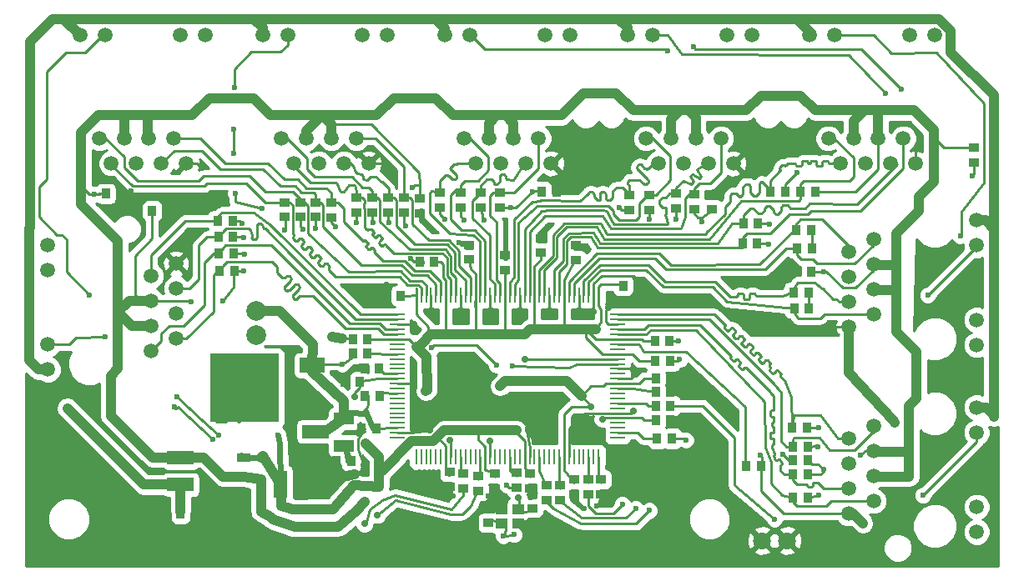
<source format=gtl>
G04 #@! TF.FileFunction,Copper,L1,Top,Signal*
%FSLAX46Y46*%
G04 Gerber Fmt 4.6, Leading zero omitted, Abs format (unit mm)*
G04 Created by KiCad (PCBNEW 4.0.6-e0-6349~53~ubuntu16.04.1) date Wed Aug 23 21:58:44 2017*
%MOMM*%
%LPD*%
G01*
G04 APERTURE LIST*
%ADD10C,0.150000*%
%ADD11R,1.397000X0.889000*%
%ADD12R,1.200000X1.100000*%
%ADD13R,0.889000X1.397000*%
%ADD14R,0.280000X1.500000*%
%ADD15R,1.500000X0.280000*%
%ADD16R,2.000000X1.250000*%
%ADD17C,2.000000*%
%ADD18R,2.500000X1.500000*%
%ADD19R,7.000000X7.000000*%
%ADD20C,0.500000*%
%ADD21C,1.800000*%
%ADD22R,0.899160X1.000760*%
%ADD23R,0.900000X1.000000*%
%ADD24R,1.000760X0.899160*%
%ADD25R,1.000000X0.900000*%
%ADD26R,2.700000X1.350000*%
%ADD27R,1.350000X2.700000*%
%ADD28C,1.500000*%
%ADD29C,0.600000*%
%ADD30C,0.700000*%
%ADD31C,0.250000*%
%ADD32C,1.000000*%
%ADD33C,0.600000*%
%ADD34C,0.400000*%
%ADD35C,0.254000*%
G04 APERTURE END LIST*
D10*
D11*
X108750000Y-100797500D03*
X108750000Y-102702500D03*
D12*
X134890000Y-107430000D03*
X136590000Y-107430000D03*
X134890000Y-106030000D03*
X136590000Y-106030000D03*
D13*
X104252500Y-106250000D03*
X102347500Y-106250000D03*
D14*
X144750000Y-84300000D03*
X144250000Y-84300000D03*
X143750000Y-84300000D03*
X143250000Y-84300000D03*
X142750000Y-84300000D03*
X142250000Y-84300000D03*
X141750000Y-84300000D03*
X141250000Y-84300000D03*
X140750000Y-84300000D03*
X140250000Y-84300000D03*
X139750000Y-84300000D03*
X139250000Y-84300000D03*
X138750000Y-84300000D03*
X138250000Y-84300000D03*
X137750000Y-84300000D03*
X137250000Y-84300000D03*
X136750000Y-84300000D03*
X136250000Y-84300000D03*
X135750000Y-84300000D03*
X135250000Y-84300000D03*
X134750000Y-84300000D03*
X134250000Y-84300000D03*
X133750000Y-84300000D03*
X133250000Y-84300000D03*
X132750000Y-84300000D03*
X132250000Y-84300000D03*
X131750000Y-84300000D03*
X131250000Y-84300000D03*
X130750000Y-84300000D03*
X130250000Y-84300000D03*
X129750000Y-84300000D03*
X129250000Y-84300000D03*
X128750000Y-84300000D03*
X128250000Y-84300000D03*
X127750000Y-84300000D03*
X127250000Y-84300000D03*
X126750000Y-84300000D03*
X126250000Y-84300000D03*
D15*
X124300000Y-86250000D03*
X124300000Y-86750000D03*
X124300000Y-87250000D03*
X124300000Y-87750000D03*
X124300000Y-88250000D03*
X124300000Y-88750000D03*
X124300000Y-89250000D03*
X124300000Y-89750000D03*
X124300000Y-90250000D03*
X124300000Y-90750000D03*
X124300000Y-91250000D03*
X124300000Y-91750000D03*
X124300000Y-92250000D03*
X124300000Y-92750000D03*
X124300000Y-93250000D03*
X124300000Y-93750000D03*
X124300000Y-94250000D03*
X124300000Y-94750000D03*
X124300000Y-95250000D03*
X124300000Y-95750000D03*
X124300000Y-96250000D03*
X124300000Y-96750000D03*
X124300000Y-97250000D03*
X124300000Y-97750000D03*
X124300000Y-98250000D03*
X124300000Y-98750000D03*
D14*
X126250000Y-100700000D03*
X126750000Y-100700000D03*
X127250000Y-100700000D03*
X127750000Y-100700000D03*
X128250000Y-100700000D03*
X128750000Y-100700000D03*
X129250000Y-100700000D03*
X129750000Y-100700000D03*
X130250000Y-100700000D03*
X130750000Y-100700000D03*
X131250000Y-100700000D03*
X131750000Y-100700000D03*
X132250000Y-100700000D03*
X132750000Y-100700000D03*
X133250000Y-100700000D03*
X133750000Y-100700000D03*
X134250000Y-100700000D03*
X134750000Y-100700000D03*
X135250000Y-100700000D03*
X135750000Y-100700000D03*
X136250000Y-100700000D03*
X136750000Y-100700000D03*
X137250000Y-100700000D03*
X137750000Y-100700000D03*
X138250000Y-100700000D03*
X138750000Y-100700000D03*
X139250000Y-100700000D03*
X139750000Y-100700000D03*
X140250000Y-100700000D03*
X140750000Y-100700000D03*
X141250000Y-100700000D03*
X141750000Y-100700000D03*
X142250000Y-100700000D03*
X142750000Y-100700000D03*
X143250000Y-100700000D03*
X143750000Y-100700000D03*
X144250000Y-100700000D03*
X144750000Y-100700000D03*
D15*
X146700000Y-98750000D03*
X146700000Y-98250000D03*
X146700000Y-97750000D03*
X146700000Y-97250000D03*
X146700000Y-96750000D03*
X146700000Y-96250000D03*
X146700000Y-95750000D03*
X146700000Y-95250000D03*
X146700000Y-94750000D03*
X146700000Y-94250000D03*
X146700000Y-93750000D03*
X146700000Y-93250000D03*
X146700000Y-92750000D03*
X146700000Y-92250000D03*
X146700000Y-91750000D03*
X146700000Y-91250000D03*
X146700000Y-90750000D03*
X146700000Y-90250000D03*
X146700000Y-89750000D03*
X146700000Y-89250000D03*
X146700000Y-88750000D03*
X146700000Y-88250000D03*
X146700000Y-87750000D03*
X146700000Y-87250000D03*
X146700000Y-86750000D03*
X146700000Y-86250000D03*
D16*
X118900000Y-96825000D03*
X118900000Y-99575000D03*
D17*
X110000000Y-88350000D03*
X110000000Y-85850000D03*
D18*
X115650000Y-96000000D03*
X115650000Y-91400000D03*
D19*
X108800000Y-93700000D03*
D20*
X106300000Y-91200000D03*
X107300000Y-91200000D03*
X108300000Y-91200000D03*
X109300000Y-91200000D03*
X110300000Y-91200000D03*
X111300000Y-91200000D03*
X106300000Y-92200000D03*
X107300000Y-92200000D03*
X108300000Y-92200000D03*
X109300000Y-92200000D03*
X110300000Y-92200000D03*
X111300000Y-92200000D03*
X111300000Y-93200000D03*
X110300000Y-93200000D03*
X109300000Y-93200000D03*
X108300000Y-93200000D03*
X107300000Y-93200000D03*
X106300000Y-93200000D03*
X106300000Y-94200000D03*
X107300000Y-94200000D03*
X108300000Y-94200000D03*
X109300000Y-94200000D03*
X110300000Y-94200000D03*
X111300000Y-94200000D03*
X111300000Y-95200000D03*
X110300000Y-95200000D03*
X109300000Y-95200000D03*
X108300000Y-95200000D03*
X107300000Y-95200000D03*
X106300000Y-95200000D03*
X106300000Y-96200000D03*
X107300000Y-96200000D03*
X108300000Y-96200000D03*
X109300000Y-96200000D03*
X110300000Y-96200000D03*
X111300000Y-96200000D03*
D21*
X161340160Y-109200000D03*
X163880160Y-109200000D03*
D22*
X100971840Y-75710000D03*
D23*
X99468160Y-75710000D03*
D22*
X96281840Y-73970000D03*
D23*
X94778160Y-73970000D03*
D24*
X126610000Y-75961840D03*
D25*
X126610000Y-74458160D03*
D22*
X140511840Y-73760000D03*
D23*
X139008160Y-73760000D03*
D24*
X156240000Y-74048160D03*
D25*
X156240000Y-75551840D03*
D22*
X164448160Y-101050000D03*
D23*
X165951840Y-101050000D03*
D24*
X133590000Y-105898160D03*
D25*
X133590000Y-107401840D03*
D24*
X138060000Y-105898160D03*
D25*
X138060000Y-107401840D03*
D22*
X151951840Y-88950000D03*
D23*
X150448160Y-88950000D03*
D24*
X182790000Y-70781840D03*
D25*
X182790000Y-69278160D03*
D22*
X119808160Y-88780000D03*
D23*
X121311840Y-88780000D03*
D22*
X152001840Y-90975000D03*
D23*
X150498160Y-90975000D03*
D22*
X123168160Y-84340000D03*
D23*
X124671840Y-84340000D03*
D22*
X152051840Y-92700000D03*
D23*
X150548160Y-92700000D03*
D22*
X152051840Y-97000000D03*
D23*
X150548160Y-97000000D03*
D24*
X131620000Y-79158160D03*
D25*
X131620000Y-80661840D03*
D24*
X142250000Y-104521840D03*
D25*
X142250000Y-103018160D03*
D24*
X135290000Y-80228160D03*
D25*
X135290000Y-81731840D03*
D24*
X137820000Y-103881840D03*
D25*
X137820000Y-102378160D03*
D24*
X138870000Y-78478160D03*
D25*
X138870000Y-79981840D03*
D24*
X134230000Y-103891840D03*
D25*
X134230000Y-102388160D03*
D24*
X142475000Y-79223160D03*
D25*
X142475000Y-80726840D03*
D24*
X129680000Y-103731840D03*
D25*
X129680000Y-102228160D03*
D22*
X148751840Y-83300000D03*
D23*
X147248160Y-83300000D03*
D22*
X118988160Y-93070000D03*
D23*
X120491840Y-93070000D03*
D22*
X164823160Y-81900000D03*
D23*
X166326840Y-81900000D03*
D22*
X120688160Y-97780000D03*
D23*
X122191840Y-97780000D03*
D22*
X126578160Y-80900000D03*
D23*
X128081840Y-80900000D03*
D22*
X122561840Y-94510000D03*
X121058160Y-94510000D03*
X121311840Y-90210000D03*
X119808160Y-90210000D03*
X150548160Y-94100000D03*
X152051840Y-94100000D03*
X106108160Y-76710000D03*
X107611840Y-76710000D03*
X107671840Y-78310000D03*
X106168160Y-78310000D03*
X106278160Y-81790000D03*
X107781840Y-81790000D03*
X107731840Y-80060000D03*
X106228160Y-80060000D03*
D24*
X117630000Y-74848160D03*
X117630000Y-76351840D03*
X116070000Y-76331840D03*
X116070000Y-74828160D03*
X112900000Y-74828160D03*
X112900000Y-76331840D03*
X114510000Y-76341840D03*
X114510000Y-74838160D03*
X125010000Y-74398160D03*
X125010000Y-75901840D03*
X123410000Y-75901840D03*
X123410000Y-74398160D03*
X120180000Y-74348160D03*
X120180000Y-75851840D03*
X121750000Y-75871840D03*
X121750000Y-74368160D03*
X134760000Y-73888160D03*
X134760000Y-75391840D03*
X132760000Y-75371840D03*
X132760000Y-73868160D03*
X128670000Y-73848160D03*
X128670000Y-75351840D03*
X130770000Y-75371840D03*
X130770000Y-73868160D03*
X154440000Y-74018160D03*
X154440000Y-75521840D03*
X152610000Y-75471840D03*
X152610000Y-73968160D03*
X147830000Y-74128160D03*
X147830000Y-75631840D03*
X149900000Y-75611840D03*
X149900000Y-74108160D03*
D22*
X159348160Y-79050000D03*
X160851840Y-79050000D03*
X160926840Y-76975000D03*
X159423160Y-76975000D03*
X152201840Y-98825000D03*
X150698160Y-98825000D03*
X162198160Y-73750000D03*
X163701840Y-73750000D03*
D24*
X143750000Y-104501840D03*
X143750000Y-102998160D03*
D22*
X166726840Y-73775000D03*
X165223160Y-73775000D03*
D24*
X140830000Y-105071840D03*
X140830000Y-103568160D03*
X145000000Y-104501840D03*
X145000000Y-102998160D03*
X139490000Y-105071840D03*
X139490000Y-103568160D03*
D22*
X120998160Y-91750000D03*
X122501840Y-91750000D03*
D24*
X136450000Y-103821840D03*
X136450000Y-102318160D03*
X132540000Y-104181840D03*
X132540000Y-102678160D03*
X130980000Y-103871840D03*
X130980000Y-102368160D03*
D22*
X164598160Y-85600000D03*
X166101840Y-85600000D03*
X166051840Y-84000000D03*
X164548160Y-84000000D03*
X164798160Y-77650000D03*
X166301840Y-77650000D03*
X166376840Y-79525000D03*
X164873160Y-79525000D03*
X164448160Y-104840000D03*
X165951840Y-104840000D03*
X165951840Y-102500000D03*
X164448160Y-102500000D03*
X164398160Y-97725000D03*
X165901840Y-97725000D03*
X165951840Y-99650000D03*
X164448160Y-99650000D03*
X118158160Y-101130000D03*
X119661840Y-101130000D03*
X152051840Y-95500000D03*
X150548160Y-95500000D03*
X161251840Y-101650000D03*
X159748160Y-101650000D03*
D26*
X102350000Y-100775000D03*
X102350000Y-103525000D03*
D27*
X112485000Y-103460000D03*
X115235000Y-103460000D03*
D26*
X116000000Y-98125000D03*
X116000000Y-100875000D03*
D28*
X183110000Y-108325000D03*
X183110000Y-105785000D03*
X183110000Y-98215000D03*
X183110000Y-95675000D03*
X172650000Y-97560000D03*
X172650000Y-102630000D03*
X172650000Y-100100000D03*
X172650000Y-105170000D03*
X170110000Y-98820000D03*
X170110000Y-103900000D03*
X170110000Y-101360000D03*
X170110000Y-106440000D03*
X183110000Y-89325000D03*
X183110000Y-86785000D03*
X183110000Y-79215000D03*
X183110000Y-76675000D03*
X172650000Y-78560000D03*
X172650000Y-83630000D03*
X172650000Y-81100000D03*
X172650000Y-86170000D03*
X170110000Y-79820000D03*
X170110000Y-84900000D03*
X170110000Y-82360000D03*
X170110000Y-87440000D03*
X178825000Y-57890000D03*
X176285000Y-57890000D03*
X168715000Y-57890000D03*
X166175000Y-57890000D03*
X168060000Y-68350000D03*
X173130000Y-68350000D03*
X170600000Y-68350000D03*
X175670000Y-68350000D03*
X169320000Y-70890000D03*
X174400000Y-70890000D03*
X171860000Y-70890000D03*
X176940000Y-70890000D03*
X160325000Y-57890000D03*
X157785000Y-57890000D03*
X150215000Y-57890000D03*
X147675000Y-57890000D03*
X149560000Y-68350000D03*
X154630000Y-68350000D03*
X152100000Y-68350000D03*
X157170000Y-68350000D03*
X150820000Y-70890000D03*
X155900000Y-70890000D03*
X153360000Y-70890000D03*
X158440000Y-70890000D03*
X141825000Y-57890000D03*
X139285000Y-57890000D03*
X131715000Y-57890000D03*
X129175000Y-57890000D03*
X131060000Y-68350000D03*
X136130000Y-68350000D03*
X133600000Y-68350000D03*
X138670000Y-68350000D03*
X132320000Y-70890000D03*
X137400000Y-70890000D03*
X134860000Y-70890000D03*
X139940000Y-70890000D03*
X123325000Y-57890000D03*
X120785000Y-57890000D03*
X113215000Y-57890000D03*
X110675000Y-57890000D03*
X112560000Y-68350000D03*
X117630000Y-68350000D03*
X115100000Y-68350000D03*
X120170000Y-68350000D03*
X113820000Y-70890000D03*
X118900000Y-70890000D03*
X116360000Y-70890000D03*
X121440000Y-70890000D03*
X104825000Y-57890000D03*
X102285000Y-57890000D03*
X94715000Y-57890000D03*
X92175000Y-57890000D03*
X94060000Y-68350000D03*
X99130000Y-68350000D03*
X96600000Y-68350000D03*
X101670000Y-68350000D03*
X95320000Y-70890000D03*
X100400000Y-70890000D03*
X97860000Y-70890000D03*
X102940000Y-70890000D03*
X88890000Y-79175000D03*
X88890000Y-81715000D03*
X88890000Y-89285000D03*
X88890000Y-91825000D03*
X99350000Y-89940000D03*
X99350000Y-84870000D03*
X99350000Y-87400000D03*
X99350000Y-82330000D03*
X101890000Y-88680000D03*
X101890000Y-83600000D03*
X101890000Y-86140000D03*
X101890000Y-81060000D03*
D29*
X144526000Y-105664000D03*
X143256000Y-105918000D03*
X148610000Y-92110000D03*
X118070000Y-92400000D03*
X137910000Y-104820000D03*
X133560000Y-104710000D03*
X129970000Y-104650000D03*
X137570000Y-97890000D03*
X153400000Y-93800000D03*
X155390000Y-97760000D03*
X115800000Y-94400000D03*
D30*
X126000000Y-93250000D03*
X120900000Y-101560000D03*
X133700000Y-99100000D03*
X129700000Y-99000000D03*
X127600000Y-98000000D03*
X119970000Y-102430000D03*
X116800000Y-103900000D03*
X114000000Y-100450000D03*
X148250000Y-96000000D03*
D29*
X135080000Y-108710000D03*
X136160000Y-108590000D03*
X136010000Y-91430000D03*
X162600000Y-107000000D03*
X177650000Y-104600000D03*
D30*
X137240000Y-90810000D03*
X136630000Y-104870000D03*
D29*
X87100000Y-77400000D03*
X118720000Y-91250000D03*
D30*
X119990000Y-94590000D03*
X121100000Y-99300000D03*
D29*
X112251840Y-98500000D03*
D30*
X134750000Y-98000000D03*
X134750000Y-93500000D03*
X144000000Y-95600000D03*
X145160000Y-96840000D03*
X110500000Y-100750000D03*
D29*
X167550000Y-102000000D03*
X108590000Y-76980000D03*
X108720000Y-78410000D03*
X108800000Y-80100000D03*
X108770000Y-81790000D03*
X106660000Y-84860000D03*
X103430000Y-84920000D03*
X118050000Y-77340000D03*
X116050000Y-77530000D03*
X114750000Y-77560000D03*
X112880000Y-77650000D03*
X93590000Y-74020000D03*
X120190000Y-76900000D03*
X121830000Y-76920000D03*
X123510000Y-76870000D03*
X125870000Y-73310000D03*
X125200000Y-77210000D03*
X129150000Y-76590000D03*
X131090000Y-76650000D03*
X133170000Y-76650000D03*
X135810000Y-75400000D03*
X140780000Y-66000000D03*
X138010000Y-73760000D03*
X146810000Y-75350000D03*
X149900000Y-76520000D03*
X152600000Y-76600000D03*
X170610000Y-66670000D03*
X164860000Y-71850000D03*
X155190000Y-76810000D03*
X162090000Y-77030000D03*
X162010000Y-79090000D03*
X167550000Y-81900000D03*
X167050000Y-104600000D03*
X171350000Y-100550000D03*
X167050000Y-97700000D03*
X167000000Y-99650000D03*
D30*
X110500000Y-103000000D03*
X121000000Y-105250000D03*
X127000000Y-89000000D03*
X127240000Y-94000000D03*
X126250000Y-89500000D03*
X144500000Y-87750000D03*
D29*
X90850000Y-95750000D03*
X177430000Y-69250000D03*
X182660000Y-72160000D03*
X152960000Y-90820000D03*
X104530000Y-71380000D03*
X123460000Y-71570000D03*
X102530000Y-79130000D03*
X101090000Y-76810000D03*
X97320000Y-73700000D03*
X125640000Y-80560000D03*
X135300000Y-79190000D03*
X130560000Y-78890000D03*
X127520000Y-77370000D03*
X143020000Y-73060000D03*
X139540000Y-77330000D03*
X157420000Y-73330000D03*
X167250000Y-88010000D03*
X163450000Y-82420000D03*
X143570000Y-79480000D03*
X174830000Y-97230000D03*
X171575000Y-107450000D03*
X163450000Y-100450000D03*
X161170000Y-100550000D03*
X152875000Y-88900000D03*
X153400000Y-85025000D03*
D30*
X126000000Y-87250000D03*
X122180000Y-84430000D03*
X123250000Y-83250000D03*
X127800000Y-86200000D03*
X133800000Y-86400000D03*
X136800000Y-86000000D03*
X142750000Y-86000000D03*
X144250000Y-86000000D03*
X145750000Y-85500000D03*
X139750000Y-86000000D03*
X117750000Y-88480000D03*
X118780000Y-88640000D03*
X130750000Y-86350000D03*
D29*
X178150000Y-84275000D03*
X153625000Y-99000000D03*
X101750000Y-95580000D03*
X105600000Y-98900000D03*
D30*
X121000000Y-107500000D03*
D29*
X94680000Y-88540000D03*
X93100000Y-84230000D03*
X102000000Y-94600000D03*
X106200000Y-98500000D03*
D30*
X122300000Y-106600000D03*
D29*
X107760000Y-69890000D03*
X107730000Y-67380000D03*
X107820000Y-63220000D03*
X134380000Y-91340000D03*
X127830000Y-89580000D03*
X110610000Y-75420000D03*
X135460000Y-103570000D03*
X107920000Y-73940000D03*
X149900000Y-106150000D03*
X151750000Y-59470000D03*
X154380000Y-59060000D03*
X175460000Y-63340000D03*
X148500000Y-105950000D03*
X173890000Y-63740000D03*
X147150000Y-105550000D03*
X181440000Y-78230000D03*
D31*
X145000000Y-104501840D02*
X145000000Y-105444000D01*
X145000000Y-105444000D02*
X144526000Y-105664000D01*
X142250000Y-104521840D02*
X142250000Y-104912000D01*
X142250000Y-104912000D02*
X143256000Y-105918000D01*
X146700000Y-92750000D02*
X147970000Y-92750000D01*
X147970000Y-92750000D02*
X148610000Y-92110000D01*
X118988160Y-93070000D02*
X118740000Y-93070000D01*
X118740000Y-93070000D02*
X118070000Y-92400000D01*
X120998160Y-91750000D02*
X119620000Y-91750000D01*
X118988160Y-92381840D02*
X118988160Y-93070000D01*
X119620000Y-91750000D02*
X118988160Y-92381840D01*
X137820000Y-103881840D02*
X137820000Y-104730000D01*
X137820000Y-104730000D02*
X137910000Y-104820000D01*
X138060000Y-107401840D02*
X138288160Y-107401840D01*
X134890000Y-106030000D02*
X133641840Y-105950000D01*
X133641840Y-105950000D02*
X133590000Y-105898160D01*
X134230000Y-103891840D02*
X134230000Y-104040000D01*
X134230000Y-104040000D02*
X133560000Y-104710000D01*
X129680000Y-103731840D02*
X129680000Y-104360000D01*
X129680000Y-104360000D02*
X129970000Y-104650000D01*
X137750000Y-100700000D02*
X137750000Y-99750000D01*
X137750000Y-99750000D02*
X137440000Y-98020000D01*
X137440000Y-98020000D02*
X137570000Y-97890000D01*
X152051840Y-94100000D02*
X153100000Y-94100000D01*
X153100000Y-94100000D02*
X153400000Y-93800000D01*
X152051840Y-97000000D02*
X155390000Y-97760000D01*
D32*
X115750000Y-94450000D02*
X115650000Y-96000000D01*
X115800000Y-94400000D02*
X115750000Y-94450000D01*
D31*
X151750000Y-94100000D02*
X151700000Y-94300000D01*
X151700000Y-94300000D02*
X151900000Y-94100000D01*
D32*
X115235000Y-103460000D02*
X115335000Y-102360000D01*
X115335000Y-102360000D02*
X116000000Y-100875000D01*
X116000000Y-103700000D02*
X115485000Y-103710000D01*
X115485000Y-103710000D02*
X115235000Y-103460000D01*
D31*
X142250000Y-104220000D02*
X142500000Y-104220000D01*
X141750000Y-100700000D02*
X141750000Y-97850000D01*
X143350000Y-96250000D02*
X146700000Y-96250000D01*
X141750000Y-97850000D02*
X143350000Y-96250000D01*
X138270000Y-103580000D02*
X137820000Y-103580000D01*
X134230000Y-103590000D02*
X134450000Y-103750000D01*
X134450000Y-103750000D02*
X134600000Y-103900000D01*
X137820000Y-103580000D02*
X137820000Y-103830000D01*
X124300000Y-93250000D02*
X126000000Y-93250000D01*
X120990000Y-97780000D02*
X120380000Y-98890000D01*
X120380000Y-98890000D02*
X120364544Y-99899792D01*
X120364544Y-99899792D02*
X120950000Y-101510000D01*
X120950000Y-101510000D02*
X120900000Y-101560000D01*
X133750000Y-100700000D02*
X133750000Y-99150000D01*
X133750000Y-99150000D02*
X133700000Y-99100000D01*
X129680000Y-103430000D02*
X129680000Y-104080000D01*
X129750000Y-100700000D02*
X129750000Y-99050000D01*
X129750000Y-99050000D02*
X129700000Y-99000000D01*
X124300000Y-98250000D02*
X125750000Y-98250000D01*
X125750000Y-98250000D02*
X127600000Y-98000000D01*
D32*
X115235000Y-103460000D02*
X117200000Y-103100000D01*
X117200000Y-103100000D02*
X119970000Y-102430000D01*
X116000000Y-103700000D02*
X116550000Y-103650000D01*
X116550000Y-103650000D02*
X116800000Y-103900000D01*
X116000000Y-100875000D02*
X114125000Y-100325000D01*
X114125000Y-100325000D02*
X114000000Y-100450000D01*
D31*
X134890000Y-106030000D02*
X133840000Y-105950000D01*
X133840000Y-105950000D02*
X133590000Y-106200000D01*
X138060000Y-107100000D02*
X136840000Y-107180000D01*
X136840000Y-107180000D02*
X136590000Y-107430000D01*
X138060000Y-107100000D02*
X138501247Y-107475062D01*
X146700000Y-91750000D02*
X148000000Y-91750000D01*
X148000000Y-92750000D02*
X148500000Y-92250000D01*
X148000000Y-92750000D02*
X146700000Y-92750000D01*
X148000000Y-91750000D02*
X148500000Y-92250000D01*
X146700000Y-96250000D02*
X148000000Y-96250000D01*
X148000000Y-96250000D02*
X148250000Y-96000000D01*
X146700000Y-89250000D02*
X148900000Y-89250000D01*
X159600000Y-101651840D02*
X159748160Y-101650000D01*
X159600000Y-95600000D02*
X159600000Y-101651840D01*
X153650000Y-90025000D02*
X159600000Y-95600000D01*
X149300000Y-90025000D02*
X153650000Y-90025000D01*
X148900000Y-89250000D02*
X149300000Y-90025000D01*
X135080000Y-108710000D02*
X136140000Y-108610000D01*
X135080000Y-108710000D02*
X135240000Y-108550000D01*
X135330000Y-107870000D02*
X135240000Y-108550000D01*
X136140000Y-108610000D02*
X136160000Y-108590000D01*
X146700000Y-91250000D02*
X142560000Y-91250000D01*
X142560000Y-91250000D02*
X141790000Y-91600000D01*
X141790000Y-91600000D02*
X136010000Y-91430000D01*
X135330000Y-107870000D02*
X134890000Y-107430000D01*
X134890000Y-107430000D02*
X134890000Y-107630000D01*
X134640000Y-107180000D02*
X134890000Y-107430000D01*
X133590000Y-107100000D02*
X134640000Y-107180000D01*
X150548160Y-95500000D02*
X149800000Y-95500000D01*
X149550000Y-95250000D02*
X146700000Y-95250000D01*
X149800000Y-95500000D02*
X149550000Y-95250000D01*
X183110000Y-98215000D02*
X183110000Y-99140000D01*
X155300000Y-95500000D02*
X152051840Y-95500000D01*
X158550000Y-98750000D02*
X155300000Y-95500000D01*
X158550000Y-103600000D02*
X158550000Y-98750000D01*
X162600000Y-107000000D02*
X158550000Y-103600000D01*
X183110000Y-99140000D02*
X177650000Y-104600000D01*
X146700000Y-86750000D02*
X156010000Y-86750000D01*
X156010000Y-86750000D02*
X162526250Y-93266250D01*
X162526250Y-93266250D02*
X163303635Y-94180040D01*
X163303635Y-94180040D02*
X163250000Y-99100000D01*
X163250000Y-99100000D02*
X163800000Y-99650000D01*
X163800000Y-99650000D02*
X164448160Y-99650000D01*
X172650000Y-97560000D02*
X172650000Y-98050000D01*
X172650000Y-98050000D02*
X170700000Y-100000000D01*
X164398160Y-99301840D02*
X164448160Y-99650000D01*
X164550000Y-98750000D02*
X164398160Y-99301840D01*
X167200000Y-98750000D02*
X164550000Y-98750000D01*
X168150000Y-100000000D02*
X167200000Y-98750000D01*
X170700000Y-100000000D02*
X168150000Y-100000000D01*
X172650000Y-97560000D02*
X172650000Y-98200000D01*
X146700000Y-86250000D02*
X152250000Y-86250000D01*
X152250000Y-86250000D02*
X156500000Y-86240000D01*
X158363744Y-87590264D02*
X158390608Y-87610427D01*
X158333064Y-87576585D02*
X158363744Y-87590264D01*
X156500000Y-86240000D02*
X157529999Y-87211249D01*
X159718866Y-89481439D02*
X159924681Y-89263173D01*
X160395053Y-89617261D02*
X160381373Y-89647937D01*
X157529999Y-87211249D02*
X157551703Y-87236884D01*
X157570066Y-87365747D02*
X157556386Y-87396425D01*
X161670794Y-90909691D02*
X161696429Y-90887986D01*
X160361211Y-89674803D02*
X160155393Y-89893066D01*
X157851206Y-87881497D02*
X157884781Y-87880512D01*
X162146689Y-91197250D02*
X162147676Y-91230825D01*
X157551703Y-87236884D02*
X157567158Y-87266706D01*
X157567158Y-87266706D02*
X157575590Y-87299220D01*
X157575590Y-87299220D02*
X157576576Y-87332795D01*
X160800406Y-90098034D02*
X160822082Y-90092412D01*
X157542447Y-87635329D02*
X157760712Y-87841144D01*
X162076388Y-91477903D02*
X162091844Y-91507725D01*
X158646031Y-87871701D02*
X158654463Y-87904213D01*
X157576576Y-87332795D02*
X157570066Y-87365747D01*
X161792338Y-90863110D02*
X161825290Y-90869622D01*
X160470376Y-90351275D02*
X160503951Y-90350290D01*
X160437424Y-90344765D02*
X160470376Y-90351275D01*
X159597319Y-89528016D02*
X159630894Y-89527031D01*
X159266856Y-89256213D02*
X159288560Y-89281848D01*
X157556386Y-87396425D02*
X157516060Y-87450153D01*
X158409280Y-88246547D02*
X158389117Y-88273412D01*
X158234023Y-87579492D02*
X158266539Y-87571061D01*
X162139935Y-91718536D02*
X162099608Y-91772264D01*
X157516060Y-87450153D02*
X157502380Y-87480830D01*
X158608871Y-87816242D02*
X158630575Y-87841877D01*
X158630575Y-87841877D02*
X158646031Y-87871701D01*
X160400576Y-89550732D02*
X160401563Y-89584307D01*
X158300112Y-87570073D02*
X158333064Y-87576585D01*
X158266539Y-87571061D02*
X158300112Y-87570073D01*
X161034673Y-90928366D02*
X161252938Y-91134181D01*
X157502380Y-87480830D02*
X157495870Y-87513783D01*
X159107079Y-88402752D02*
X159139595Y-88394321D01*
X158378344Y-88403130D02*
X158393800Y-88432953D01*
X157495870Y-87513783D02*
X157496855Y-87547358D01*
X161409521Y-91165117D02*
X161439343Y-91149661D01*
X158368927Y-88337042D02*
X158369912Y-88370616D01*
X158648940Y-87970742D02*
X158635260Y-88001418D01*
X157496855Y-87547358D02*
X157505287Y-87579872D01*
X157505287Y-87579872D02*
X157520743Y-87609694D01*
X157520743Y-87609694D02*
X157542447Y-87635329D01*
X157760712Y-87841144D02*
X157787576Y-87861307D01*
X158820174Y-88679883D02*
X158845810Y-88658179D01*
X158845810Y-88658179D02*
X159051624Y-88439914D01*
X162159139Y-91621331D02*
X162160125Y-91654906D01*
X157818254Y-87874987D02*
X157851206Y-87881497D01*
X157787576Y-87861307D02*
X157818254Y-87874987D01*
X159980136Y-89226011D02*
X160012652Y-89217580D01*
X159950316Y-89241468D02*
X159980136Y-89226011D01*
X159924681Y-89263173D02*
X159950316Y-89241468D01*
X157884781Y-87880512D02*
X157917295Y-87872080D01*
X159488154Y-88851544D02*
X159282336Y-89069807D01*
X157917295Y-87872080D02*
X157947117Y-87856624D01*
X163159279Y-92474464D02*
X163167711Y-92506978D01*
X163167711Y-92506978D02*
X163183167Y-92536800D01*
X157947117Y-87856624D02*
X157972753Y-87834920D01*
X158178568Y-87616654D02*
X158204203Y-87594949D01*
X157972753Y-87834920D02*
X158178568Y-87616654D01*
X159242968Y-89193876D02*
X159251400Y-89226390D01*
X159521996Y-88794002D02*
X159508316Y-88824678D01*
X159528506Y-88761048D02*
X159521996Y-88794002D01*
X158204203Y-87594949D02*
X158234023Y-87579492D01*
X160763436Y-90122809D02*
X160780524Y-90108338D01*
X159506825Y-89487663D02*
X159533689Y-89507826D01*
X158390608Y-87610427D02*
X158608871Y-87816242D01*
X160988096Y-90806820D02*
X160989081Y-90840394D01*
X160866433Y-90096097D02*
X160886885Y-90105217D01*
X158654463Y-87904213D02*
X158655450Y-87937788D01*
X158655450Y-87937788D02*
X158648940Y-87970742D01*
X158724263Y-88704756D02*
X158757838Y-88703771D01*
X159693230Y-89503143D02*
X159718866Y-89481439D01*
X158635260Y-88001418D02*
X158615098Y-88028284D01*
X158615098Y-88028284D02*
X158409280Y-88246547D01*
X161310480Y-91168024D02*
X161343432Y-91174534D01*
X158389117Y-88273412D02*
X158375437Y-88304089D01*
X158633769Y-88664403D02*
X158660633Y-88684566D01*
X158375437Y-88304089D02*
X158368927Y-88337042D01*
X158369912Y-88370616D02*
X158378344Y-88403130D01*
X158660633Y-88684566D02*
X158691311Y-88698246D01*
X160079177Y-89223104D02*
X160109857Y-89236783D01*
X158393800Y-88432953D02*
X158415504Y-88458588D01*
X158691311Y-88698246D02*
X158724263Y-88704756D01*
X163214126Y-92163990D02*
X163229580Y-92193813D01*
X158415504Y-88458588D02*
X158633769Y-88664403D01*
X159564367Y-89521506D02*
X159597319Y-89528016D01*
X158757838Y-88703771D02*
X158790352Y-88695339D01*
X158790352Y-88695339D02*
X158820174Y-88679883D01*
X159051624Y-88439914D02*
X159077259Y-88418209D01*
X159077259Y-88418209D02*
X159107079Y-88402752D01*
X159139595Y-88394321D02*
X159173168Y-88393333D01*
X159173168Y-88393333D02*
X159206120Y-88399845D01*
X159206120Y-88399845D02*
X159236800Y-88413524D01*
X159288560Y-89281848D02*
X159506825Y-89487663D01*
X160997513Y-90872908D02*
X161012969Y-90902731D01*
X159263664Y-88433687D02*
X159481927Y-88639502D01*
X159236800Y-88413524D02*
X159263664Y-88433687D01*
X159481927Y-88639502D02*
X159503631Y-88665137D01*
X159503631Y-88665137D02*
X159519087Y-88694961D01*
X159527519Y-88727473D02*
X159528506Y-88761048D01*
X159519087Y-88694961D02*
X159527519Y-88727473D01*
X159508316Y-88824678D02*
X159488154Y-88851544D01*
X160046225Y-89216592D02*
X160079177Y-89223104D01*
X159262173Y-89096672D02*
X159248493Y-89127349D01*
X159282336Y-89069807D02*
X159262173Y-89096672D01*
X162556302Y-92157031D02*
X162762118Y-91938766D01*
X160392144Y-89518220D02*
X160400576Y-89550732D01*
X159248493Y-89127349D02*
X159241983Y-89160302D01*
X160115040Y-89983561D02*
X160116025Y-90017135D01*
X160121550Y-89950608D02*
X160115040Y-89983561D01*
X159241983Y-89160302D02*
X159242968Y-89193876D01*
X159251400Y-89226390D02*
X159266856Y-89256213D01*
X159533689Y-89507826D02*
X159564367Y-89521506D01*
X159630894Y-89527031D02*
X159663408Y-89518599D01*
X160124457Y-90049649D02*
X160139913Y-90079472D01*
X160116025Y-90017135D02*
X160124457Y-90049649D01*
X162104292Y-91931805D02*
X162125996Y-91957440D01*
X159663408Y-89518599D02*
X159693230Y-89503143D01*
X160012652Y-89217580D02*
X160046225Y-89216592D01*
X163232489Y-92292854D02*
X163218809Y-92323530D01*
X160109857Y-89236783D02*
X160136721Y-89256946D01*
X162127486Y-91294455D02*
X162107324Y-91321321D01*
X162107324Y-91321321D02*
X162087159Y-91348184D01*
X160376688Y-89488396D02*
X160392144Y-89518220D01*
X160354984Y-89462761D02*
X160376688Y-89488396D01*
X160136721Y-89256946D02*
X160354984Y-89462761D01*
X160401563Y-89584307D02*
X160395053Y-89617261D01*
X160381373Y-89647937D02*
X160361211Y-89674803D01*
X160155393Y-89893066D02*
X160135230Y-89919931D01*
X162817572Y-91901604D02*
X162850088Y-91893173D01*
X160135230Y-89919931D02*
X160121550Y-89950608D01*
X160139913Y-90079472D02*
X160161617Y-90105107D01*
X160161617Y-90105107D02*
X160379882Y-90310922D01*
X160379882Y-90310922D02*
X160406746Y-90331085D01*
X160406746Y-90331085D02*
X160437424Y-90344765D01*
X160822082Y-90092412D02*
X160844465Y-90091755D01*
X161343432Y-91174534D02*
X161377007Y-91173549D01*
X160503951Y-90350290D02*
X160536465Y-90341858D01*
X160536465Y-90341858D02*
X160566287Y-90326402D01*
X162085929Y-91802941D02*
X162079419Y-91835894D01*
X160591923Y-90304698D02*
X160763436Y-90122809D01*
X160566287Y-90326402D02*
X160591923Y-90304698D01*
X161825290Y-90869622D02*
X161855970Y-90883301D01*
X160780524Y-90108338D02*
X160800406Y-90098034D01*
X162125996Y-91957440D02*
X162344261Y-92163256D01*
X160844465Y-90091755D02*
X160866433Y-90096097D01*
X162135252Y-91558995D02*
X162150707Y-91588817D01*
X163229580Y-92193813D02*
X163238012Y-92226325D01*
X160886885Y-90105217D02*
X160904794Y-90118657D01*
X160904794Y-90118657D02*
X161195814Y-90393078D01*
X161195814Y-90393078D02*
X161210284Y-90410170D01*
X161210284Y-90410170D02*
X161220587Y-90430050D01*
X161220587Y-90430050D02*
X161226210Y-90451726D01*
X161226210Y-90451726D02*
X161226867Y-90474109D01*
X161226867Y-90474109D02*
X161222525Y-90496077D01*
X161222525Y-90496077D02*
X161213406Y-90516529D01*
X162073481Y-91378861D02*
X162066971Y-91411815D01*
X162066971Y-91411815D02*
X162067956Y-91445389D01*
X161213406Y-90516529D02*
X161199964Y-90534438D01*
X161199964Y-90534438D02*
X161028449Y-90716325D01*
X161028449Y-90716325D02*
X161008286Y-90743190D01*
X162916613Y-91898697D02*
X162947291Y-91912377D01*
X161008286Y-90743190D02*
X160994606Y-90773867D01*
X160994606Y-90773867D02*
X160988096Y-90806820D01*
X160989081Y-90840394D02*
X160997513Y-90872908D01*
X161012969Y-90902731D02*
X161034673Y-90928366D01*
X162974157Y-91932539D02*
X163192422Y-92138355D01*
X161252938Y-91134181D02*
X161279802Y-91154344D01*
X161279802Y-91154344D02*
X161310480Y-91168024D01*
X161377007Y-91173549D02*
X161409521Y-91165117D01*
X161439343Y-91149661D02*
X161464979Y-91127957D01*
X161464979Y-91127957D02*
X161670794Y-90909691D01*
X161696429Y-90887986D02*
X161726249Y-90872529D01*
X161726249Y-90872529D02*
X161758765Y-90864098D01*
X161758765Y-90864098D02*
X161792338Y-90863110D01*
X161855970Y-90883301D02*
X161882834Y-90903464D01*
X161882834Y-90903464D02*
X162101097Y-91109279D01*
X162101097Y-91109279D02*
X162122801Y-91134914D01*
X162122801Y-91134914D02*
X162138257Y-91164738D01*
X162138257Y-91164738D02*
X162146689Y-91197250D01*
X162147676Y-91230825D02*
X162141166Y-91263779D01*
X162141166Y-91263779D02*
X162127486Y-91294455D01*
X162087159Y-91348184D02*
X162073481Y-91378861D01*
X162067956Y-91445389D02*
X162076388Y-91477903D01*
X162091844Y-91507725D02*
X162135252Y-91558995D01*
X162150707Y-91588817D02*
X162159139Y-91621331D01*
X162160125Y-91654906D02*
X162153615Y-91687858D01*
X162153615Y-91687858D02*
X162139935Y-91718536D01*
X162099608Y-91772264D02*
X162085929Y-91802941D01*
X162079419Y-91835894D02*
X162080404Y-91869469D01*
X162080404Y-91869469D02*
X162088836Y-91901983D01*
X162088836Y-91901983D02*
X162104292Y-91931805D01*
X162344261Y-92163256D02*
X162371125Y-92183419D01*
X162371125Y-92183419D02*
X162401803Y-92197098D01*
X162401803Y-92197098D02*
X162434755Y-92203608D01*
X162434755Y-92203608D02*
X162468330Y-92202623D01*
X162468330Y-92202623D02*
X162500844Y-92194191D01*
X163218809Y-92323530D02*
X163178482Y-92377259D01*
X162500844Y-92194191D02*
X162530666Y-92178735D01*
X162530666Y-92178735D02*
X162556302Y-92157031D01*
X162762118Y-91938766D02*
X162787751Y-91917059D01*
X162787751Y-91917059D02*
X162817572Y-91901604D01*
X162850088Y-91893173D02*
X162883661Y-91892187D01*
X162883661Y-91892187D02*
X162916613Y-91898697D01*
X162947291Y-91912377D02*
X162974157Y-91932539D01*
X163192422Y-92138355D02*
X163214126Y-92163990D01*
X163238012Y-92226325D02*
X163238999Y-92259900D01*
X163238999Y-92259900D02*
X163232489Y-92292854D01*
X163178482Y-92377259D02*
X163164804Y-92407938D01*
X163164804Y-92407938D02*
X163158292Y-92440890D01*
X163158292Y-92440890D02*
X163159279Y-92474464D01*
X163183167Y-92536800D02*
X163204871Y-92562435D01*
X163204871Y-92562435D02*
X163688160Y-93018160D01*
X163688160Y-93018160D02*
X163726211Y-93115160D01*
X163726211Y-93115160D02*
X164298160Y-94573160D01*
X164298160Y-94573160D02*
X164398160Y-97725000D01*
X170110000Y-98820000D02*
X169070000Y-98820000D01*
X164498160Y-97226840D02*
X164398160Y-97725000D01*
X164550000Y-96450000D02*
X164498160Y-97226840D01*
X167250000Y-96450000D02*
X164550000Y-96450000D01*
X169070000Y-98820000D02*
X167250000Y-96450000D01*
X162144738Y-94185263D02*
X162144738Y-94111894D01*
X162144738Y-94111894D02*
X160533011Y-92500167D01*
X162483637Y-95413238D02*
X162483637Y-94524162D01*
X162483637Y-94524162D02*
X162144738Y-94185263D01*
X160533011Y-92500167D02*
X159698341Y-91665497D01*
X164448160Y-102500000D02*
X163600000Y-102500000D01*
X162187652Y-98246816D02*
X162206612Y-98234903D01*
X162814121Y-101042213D02*
X162791853Y-101044564D01*
X159556919Y-91665497D02*
X159486208Y-91736208D01*
X162540096Y-99368388D02*
X162547492Y-99347252D01*
X163600000Y-102500000D02*
X163225000Y-102125000D01*
X162835309Y-101034965D02*
X162814121Y-101042213D01*
X162729657Y-101022311D02*
X162713935Y-101006366D01*
X162159904Y-98768388D02*
X162152508Y-98747252D01*
X163327532Y-101379877D02*
X163320284Y-101358690D01*
X162748534Y-101034357D02*
X162729657Y-101022311D01*
X163225000Y-102125000D02*
X163225000Y-101625000D01*
X163217752Y-101603812D02*
X163215401Y-101581543D01*
X162366362Y-97213238D02*
X162378238Y-97201362D01*
X162472252Y-98827507D02*
X162450000Y-98825000D01*
X162472252Y-99422492D02*
X162493388Y-99415096D01*
X158425544Y-90958387D02*
X158142701Y-90675544D01*
X162441689Y-97183119D02*
X162457541Y-97177572D01*
X158166378Y-90496439D02*
X158171360Y-90474606D01*
X163225000Y-101625000D02*
X163217752Y-101603812D01*
X162450000Y-98825000D02*
X162250000Y-98825000D01*
X162427747Y-99427507D02*
X162472252Y-99422492D01*
X162250000Y-98825000D02*
X162227748Y-98822492D01*
X163225607Y-101538225D02*
X163237654Y-101519348D01*
X163215401Y-101581543D02*
X163218064Y-101559309D01*
X163218064Y-101559309D02*
X163225607Y-101538225D01*
X163121756Y-100962107D02*
X163102879Y-100950060D01*
X163237654Y-101519348D02*
X163253598Y-101503625D01*
X158991233Y-91524076D02*
X158977271Y-91506568D01*
X163253598Y-101503625D02*
X163291685Y-101480064D01*
X163137478Y-100978051D02*
X163121756Y-100962107D01*
X163291685Y-101480064D02*
X163307630Y-101464341D01*
X162524193Y-100560037D02*
X162531739Y-100538952D01*
X163319676Y-101445464D02*
X163327220Y-101424380D01*
X163329883Y-101402146D02*
X163327532Y-101379877D01*
X163037292Y-100942205D02*
X163016104Y-100949452D01*
X162228239Y-96001362D02*
X162242459Y-95992427D01*
X163307630Y-101464341D02*
X163319676Y-101445464D01*
X163327220Y-101424380D02*
X163329883Y-101402146D01*
X162636014Y-100402872D02*
X162633663Y-100380604D01*
X162528183Y-98187348D02*
X162540096Y-98168388D01*
X163320284Y-101358690D02*
X163149259Y-100997095D01*
X163102879Y-100950060D02*
X163081795Y-100942517D01*
X163149259Y-100997095D02*
X163137478Y-100978051D01*
X162427747Y-97622492D02*
X162406611Y-97615096D01*
X162531131Y-100625728D02*
X162523882Y-100604538D01*
X163081795Y-100942517D02*
X163059561Y-100939853D01*
X162201881Y-96526689D02*
X162200000Y-96510000D01*
X162531739Y-100538952D02*
X162543783Y-100520076D01*
X162352507Y-97547252D02*
X162350000Y-97525000D01*
X163059561Y-100939853D02*
X163037292Y-100942205D01*
X162626415Y-100359416D02*
X162350000Y-99775000D01*
X162150000Y-98325000D02*
X162152508Y-98302747D01*
X162201881Y-96043310D02*
X162207428Y-96027458D01*
X162371816Y-99462651D02*
X162387651Y-99446816D01*
X163016104Y-100949452D02*
X162835309Y-101034965D01*
X162547492Y-99347252D02*
X162550000Y-99325000D01*
X162791853Y-101044564D02*
X162769618Y-101041901D01*
X162769618Y-101041901D02*
X162748534Y-101034357D01*
X162492572Y-95942541D02*
X162498119Y-95926689D01*
X162357427Y-97227458D02*
X162366362Y-97213238D01*
X162713935Y-101006366D02*
X162702154Y-100987323D01*
X162483637Y-97156761D02*
X162492572Y-97142541D01*
X158119022Y-90637860D02*
X158114039Y-90616029D01*
X162597816Y-100480790D02*
X162613761Y-100465067D01*
X162702154Y-100987323D02*
X162531131Y-100625728D01*
X162200000Y-96510000D02*
X162200000Y-96060000D01*
X162457541Y-96592427D02*
X162441689Y-96586880D01*
X162187652Y-98803183D02*
X162171817Y-98787348D01*
X162523882Y-100604538D02*
X162521532Y-100582270D01*
X162521532Y-100582270D02*
X162524193Y-100560037D01*
X162152508Y-98302747D02*
X162159904Y-98281611D01*
X158849809Y-90816966D02*
X158832301Y-90803004D01*
X162500000Y-96660000D02*
X162498119Y-96643310D01*
X162543783Y-100520076D02*
X162559730Y-100504354D01*
X162559730Y-100504354D02*
X162578772Y-100492571D01*
X158832301Y-90803004D02*
X158812126Y-90793288D01*
X162578772Y-100492571D02*
X162597816Y-100480790D01*
X162613761Y-100465067D02*
X162625807Y-100446190D01*
X162625807Y-100446190D02*
X162633351Y-100425107D01*
X162550000Y-98925000D02*
X162547492Y-98902747D01*
X162633351Y-100425107D02*
X162636014Y-100402872D01*
X162512348Y-97646816D02*
X162493388Y-97634903D01*
X162633663Y-100380604D02*
X162626415Y-100359416D01*
X158967554Y-91486392D02*
X158962571Y-91464561D01*
X162483637Y-95956761D02*
X162492572Y-95942541D01*
X162350000Y-99775000D02*
X162350000Y-99525000D01*
X162350000Y-99525000D02*
X162352507Y-99502747D01*
X162540096Y-97681611D02*
X162528183Y-97662651D01*
X162227748Y-98227507D02*
X162250000Y-98225000D01*
X162406611Y-99434903D02*
X162427747Y-99427507D01*
X162387651Y-99446816D02*
X162406611Y-99434903D01*
X162547492Y-97702747D02*
X162540096Y-97681611D01*
X162352507Y-99502747D02*
X162359903Y-99481611D01*
X158142701Y-90392700D02*
X157593320Y-89843320D01*
X162359903Y-99481611D02*
X162371816Y-99462651D01*
X162378238Y-97201362D02*
X162392458Y-97192427D01*
X162493388Y-99415096D02*
X162512348Y-99403183D01*
X162547492Y-98147252D02*
X162550000Y-98125000D01*
X162512348Y-99403183D02*
X162528183Y-99387348D01*
X162406611Y-97615096D02*
X162387651Y-97603183D01*
X162528183Y-99387348D02*
X162540096Y-99368388D01*
X158507451Y-90987047D02*
X158485059Y-90987048D01*
X162550000Y-99325000D02*
X162550000Y-98925000D01*
X162392458Y-97192427D02*
X162408310Y-97186880D01*
X162547492Y-98902747D02*
X162540096Y-98881611D01*
X162540096Y-98881611D02*
X162528183Y-98862651D01*
X162171817Y-98262651D02*
X162187652Y-98246816D01*
X162528183Y-98862651D02*
X162512348Y-98846816D01*
X149775000Y-87325000D02*
X149350000Y-87750000D01*
X162512348Y-98846816D02*
X162493388Y-98834903D01*
X162550000Y-98125000D02*
X162550000Y-97725000D01*
X162206612Y-98815096D02*
X162187652Y-98803183D01*
X159274076Y-91806919D02*
X158991233Y-91524076D01*
X162493388Y-98834903D02*
X162472252Y-98827507D01*
X162387651Y-97603183D02*
X162371816Y-97587348D01*
X162250000Y-98225000D02*
X162450000Y-98225000D01*
X162227748Y-98822492D02*
X162206612Y-98815096D01*
X162171817Y-98787348D02*
X162159904Y-98768388D01*
X162152508Y-98747252D02*
X162150000Y-98725000D01*
X162150000Y-98725000D02*
X162150000Y-98325000D01*
X162472252Y-98222492D02*
X162493388Y-98215096D01*
X158128739Y-90551630D02*
X158142701Y-90534122D01*
X162159904Y-98281611D02*
X162171817Y-98262651D01*
X159594602Y-91641819D02*
X159574427Y-91651535D01*
X162206612Y-98234903D02*
X162227748Y-98227507D01*
X162450000Y-98225000D02*
X162472252Y-98222492D01*
X162493388Y-98215096D02*
X162512348Y-98203183D01*
X162512348Y-98203183D02*
X162528183Y-98187348D01*
X162540096Y-98168388D02*
X162547492Y-98147252D01*
X162550000Y-97725000D02*
X162547492Y-97702747D01*
X162350000Y-97525000D02*
X162350000Y-97260000D01*
X162528183Y-97662651D02*
X162512348Y-97646816D01*
X162498119Y-97126689D02*
X162500000Y-97110000D01*
X158977271Y-91400162D02*
X158991233Y-91382654D01*
X162493388Y-97634903D02*
X162472252Y-97627507D01*
X162472252Y-97627507D02*
X162427747Y-97622492D01*
X162371816Y-97587348D02*
X162359903Y-97568388D01*
X162359903Y-97568388D02*
X162352507Y-97547252D01*
X162216363Y-96013238D02*
X162228239Y-96001362D01*
X162350000Y-97260000D02*
X162351880Y-97243310D01*
X162351880Y-97243310D02*
X162357427Y-97227458D01*
X162408310Y-97186880D02*
X162441689Y-97183119D01*
X162457541Y-97177572D02*
X162471761Y-97168637D01*
X162471761Y-97168637D02*
X162483637Y-97156761D01*
X162492572Y-97142541D02*
X162498119Y-97126689D01*
X162500000Y-97110000D02*
X162500000Y-96660000D01*
X162498119Y-96643310D02*
X162492572Y-96627458D01*
X162492572Y-96627458D02*
X162483637Y-96613238D01*
X162483637Y-96613238D02*
X162471761Y-96601362D01*
X162207428Y-96027458D02*
X162216363Y-96013238D01*
X162471761Y-96601362D02*
X162457541Y-96592427D01*
X159161313Y-91159324D02*
X159156330Y-91137492D01*
X162441689Y-96586880D02*
X162425000Y-96585000D01*
X159132652Y-91241231D02*
X159146614Y-91223723D01*
X162425000Y-96585000D02*
X162275000Y-96585000D01*
X162242459Y-96577572D02*
X162228239Y-96568637D01*
X162275000Y-96585000D02*
X162258311Y-96583119D01*
X162258311Y-96583119D02*
X162242459Y-96577572D01*
X158171360Y-90474606D02*
X158171361Y-90452214D01*
X162228239Y-96568637D02*
X162216363Y-96556761D01*
X162216363Y-96556761D02*
X162207428Y-96542541D01*
X162207428Y-96542541D02*
X162201881Y-96526689D01*
X162500000Y-95460000D02*
X162498119Y-95443310D01*
X162200000Y-96060000D02*
X162201881Y-96043310D01*
X162242459Y-95992427D02*
X162258311Y-95986880D01*
X162258311Y-95986880D02*
X162275000Y-95985000D01*
X162275000Y-95985000D02*
X162425000Y-95985000D01*
X162425000Y-95985000D02*
X162441689Y-95983119D01*
X162441689Y-95983119D02*
X162457541Y-95977572D01*
X158142701Y-90534122D02*
X158156661Y-90516613D01*
X162457541Y-95977572D02*
X162471761Y-95968637D01*
X158991233Y-91382654D02*
X159132652Y-91241231D01*
X162471761Y-95968637D02*
X162483637Y-95956761D01*
X162498119Y-95926689D02*
X162500000Y-95910000D01*
X162500000Y-95910000D02*
X162500000Y-95460000D01*
X162498119Y-95443310D02*
X162492572Y-95427458D01*
X162492572Y-95427458D02*
X162483637Y-95413238D01*
X159486208Y-91736208D02*
X159415498Y-91806919D01*
X158142701Y-90675544D02*
X158128739Y-90658036D01*
X159377814Y-91830596D02*
X159355983Y-91835579D01*
X158529282Y-90982064D02*
X158507451Y-90987047D01*
X159161313Y-91181717D02*
X159161313Y-91159324D01*
X159132652Y-91099809D02*
X158849809Y-90816966D01*
X159146614Y-91223723D02*
X159156330Y-91203548D01*
X155075000Y-87325000D02*
X149775000Y-87325000D01*
X158166378Y-90430383D02*
X158156661Y-90410207D01*
X158171361Y-90452214D02*
X158166378Y-90430383D01*
X158443052Y-90972349D02*
X158425544Y-90958387D01*
X158156661Y-90410207D02*
X158142701Y-90392700D01*
X158725895Y-90803004D02*
X158708387Y-90816966D01*
X158485059Y-90987048D02*
X158463226Y-90982064D01*
X159333591Y-91835580D02*
X159311758Y-91830596D01*
X159311758Y-91830596D02*
X159291584Y-91820881D01*
X159698341Y-91665497D02*
X159680833Y-91651535D01*
X159680833Y-91651535D02*
X159660658Y-91641819D01*
X159660658Y-91641819D02*
X159638827Y-91636836D01*
X159638827Y-91636836D02*
X159616434Y-91636836D01*
X159616434Y-91636836D02*
X159594602Y-91641819D01*
X159574427Y-91651535D02*
X159556919Y-91665497D01*
X159415498Y-91806919D02*
X159397990Y-91820881D01*
X159397990Y-91820881D02*
X159377814Y-91830596D01*
X158962571Y-91464561D02*
X158962572Y-91442169D01*
X159355983Y-91835579D02*
X159333591Y-91835580D01*
X159291584Y-91820881D02*
X159274076Y-91806919D01*
X158977271Y-91506568D02*
X158967554Y-91486392D01*
X158962572Y-91442169D02*
X158967554Y-91420336D01*
X158967554Y-91420336D02*
X158977271Y-91400162D01*
X159156330Y-91203548D02*
X159161313Y-91181717D01*
X159156330Y-91137492D02*
X159146614Y-91117317D01*
X159146614Y-91117317D02*
X159132652Y-91099809D01*
X158812126Y-90793288D02*
X158790295Y-90788305D01*
X158790295Y-90788305D02*
X158767902Y-90788305D01*
X158767902Y-90788305D02*
X158746070Y-90793288D01*
X158746070Y-90793288D02*
X158725895Y-90803004D01*
X158708387Y-90816966D02*
X158566966Y-90958387D01*
X158566966Y-90958387D02*
X158549458Y-90972349D01*
X158549458Y-90972349D02*
X158529282Y-90982064D01*
X158463226Y-90982064D02*
X158443052Y-90972349D01*
X158128739Y-90658036D02*
X158119022Y-90637860D01*
X158114039Y-90616029D02*
X158114040Y-90593637D01*
X158114040Y-90593637D02*
X158119022Y-90571804D01*
X158119022Y-90571804D02*
X158128739Y-90551630D01*
X158156661Y-90516613D02*
X158166378Y-90496439D01*
X157593320Y-89843320D02*
X155075000Y-87325000D01*
X149350000Y-87750000D02*
X146700000Y-87750000D01*
X166478183Y-103662349D02*
X166462348Y-103678184D01*
X170110000Y-103900000D02*
X167600000Y-103900000D01*
X167600000Y-103900000D02*
X167200000Y-103500000D01*
X167097492Y-103377747D02*
X167090096Y-103356611D01*
X165897492Y-103577748D02*
X165890096Y-103556612D01*
X167200000Y-103500000D02*
X167177747Y-103497492D01*
X167000000Y-103300000D02*
X166600000Y-103300000D01*
X165921816Y-103662349D02*
X165909903Y-103643389D01*
X166556611Y-103309903D02*
X166537651Y-103321816D01*
X167109903Y-103443388D02*
X167102507Y-103422252D01*
X167177747Y-103497492D02*
X167156611Y-103490096D01*
X167078183Y-103337651D02*
X167062348Y-103321816D01*
X167156611Y-103490096D02*
X167137651Y-103478183D01*
X166577747Y-103302507D02*
X166556611Y-103309903D01*
X167137651Y-103478183D02*
X167121816Y-103462348D01*
X166521816Y-103337651D02*
X166509903Y-103356611D01*
X167102507Y-103422252D02*
X167097492Y-103377747D01*
X167121816Y-103462348D02*
X167109903Y-103443388D01*
X167090096Y-103356611D02*
X167078183Y-103337651D01*
X166502507Y-103377747D02*
X166500000Y-103400000D01*
X167062348Y-103321816D02*
X167043388Y-103309903D01*
X167043388Y-103309903D02*
X167022252Y-103302507D01*
X167022252Y-103302507D02*
X167000000Y-103300000D01*
X166600000Y-103300000D02*
X166577747Y-103302507D01*
X166537651Y-103321816D02*
X166521816Y-103337651D01*
X166490096Y-103643389D02*
X166478183Y-103662349D01*
X166422252Y-103697493D02*
X166400000Y-103700000D01*
X166509903Y-103356611D02*
X166502507Y-103377747D01*
X166500000Y-103600000D02*
X166497492Y-103622253D01*
X166500000Y-103400000D02*
X166500000Y-103600000D01*
X165902507Y-103622253D02*
X165897492Y-103577748D01*
X166497492Y-103622253D02*
X166490096Y-103643389D01*
X166462348Y-103678184D02*
X166443388Y-103690097D01*
X165977747Y-103697493D02*
X165956611Y-103690097D01*
X166443388Y-103690097D02*
X166422252Y-103697493D01*
X166400000Y-103700000D02*
X166000000Y-103700000D01*
X166000000Y-103700000D02*
X165977747Y-103697493D01*
X165890096Y-103556612D02*
X165878183Y-103537652D01*
X165956611Y-103690097D02*
X165937651Y-103678184D01*
X165937651Y-103678184D02*
X165921816Y-103662349D01*
X165909903Y-103643389D02*
X165902507Y-103622253D01*
X165800000Y-103500000D02*
X164850000Y-103500000D01*
X165878183Y-103537652D02*
X165862348Y-103521817D01*
X165862348Y-103521817D02*
X165843388Y-103509904D01*
X165843388Y-103509904D02*
X165822252Y-103502508D01*
X165822252Y-103502508D02*
X165800000Y-103500000D01*
X164850000Y-103500000D02*
X164448160Y-103098160D01*
X164448160Y-103098160D02*
X164448160Y-102500000D01*
X146700000Y-88250000D02*
X149575000Y-88250000D01*
X163400000Y-104600000D02*
X164448160Y-104840000D01*
X162235000Y-103385000D02*
X163400000Y-104600000D01*
X162235000Y-101210000D02*
X162235000Y-103385000D01*
X161625000Y-99775000D02*
X162235000Y-101210000D01*
X161575000Y-95075000D02*
X161625000Y-99775000D01*
X154650000Y-87800000D02*
X161575000Y-95075000D01*
X150025000Y-87800000D02*
X154650000Y-87800000D01*
X149575000Y-88250000D02*
X150025000Y-87800000D01*
X172650000Y-105170000D02*
X168380000Y-105170000D01*
X164448160Y-105248160D02*
X164448160Y-104840000D01*
X164900000Y-105700000D02*
X164448160Y-105248160D01*
X167850000Y-105700000D02*
X164900000Y-105700000D01*
X168380000Y-105170000D02*
X167850000Y-105700000D01*
X144000000Y-90750000D02*
X146700000Y-90750000D01*
X137240000Y-90810000D02*
X142060000Y-90750000D01*
X142060000Y-90750000D02*
X144000000Y-90750000D01*
X136590000Y-106030000D02*
X136730000Y-104970000D01*
X136730000Y-104970000D02*
X136630000Y-104870000D01*
X138060000Y-106200000D02*
X136840000Y-106280000D01*
X136840000Y-106280000D02*
X136590000Y-106030000D01*
D32*
X184850000Y-77800000D02*
X184850000Y-63950000D01*
X179250000Y-56200000D02*
X164900000Y-56200000D01*
X180500000Y-57450000D02*
X179250000Y-56200000D01*
X180500000Y-59600000D02*
X180500000Y-57450000D01*
X184850000Y-63950000D02*
X180500000Y-59600000D01*
D31*
X118720000Y-91250000D02*
X115800000Y-91250000D01*
X115800000Y-91250000D02*
X115650000Y-91400000D01*
D33*
X121158000Y-96266000D02*
X119520236Y-96204764D01*
D34*
X119520236Y-96204764D02*
X118900000Y-96825000D01*
D32*
X146800000Y-56200000D02*
X164900000Y-56200000D01*
X164900000Y-56200000D02*
X166175000Y-57475000D01*
X166175000Y-57475000D02*
X166175000Y-57890000D01*
X128100000Y-56200000D02*
X146800000Y-56200000D01*
X147675000Y-57075000D02*
X147675000Y-57890000D01*
X146800000Y-56200000D02*
X147675000Y-57075000D01*
X109800000Y-56200000D02*
X128100000Y-56200000D01*
X128100000Y-56200000D02*
X128200000Y-56200000D01*
X128200000Y-56200000D02*
X129175000Y-57175000D01*
X129175000Y-57175000D02*
X129175000Y-57890000D01*
X89900000Y-56200000D02*
X109800000Y-56200000D01*
X110675000Y-57075000D02*
X110675000Y-57890000D01*
X109800000Y-56200000D02*
X110675000Y-57075000D01*
X184850000Y-96600000D02*
X184850000Y-77800000D01*
X184850000Y-77800000D02*
X184850000Y-77550000D01*
X183975000Y-76675000D02*
X183110000Y-76675000D01*
X184850000Y-77550000D02*
X183975000Y-76675000D01*
X184850000Y-96600000D02*
X184850000Y-96450000D01*
X184075000Y-95675000D02*
X183110000Y-95675000D01*
X184850000Y-96450000D02*
X184075000Y-95675000D01*
X87100000Y-77400000D02*
X87100000Y-58500000D01*
X90485000Y-56200000D02*
X92175000Y-57890000D01*
X89400000Y-56200000D02*
X89900000Y-56200000D01*
X89900000Y-56200000D02*
X90485000Y-56200000D01*
X87100000Y-58500000D02*
X89400000Y-56200000D01*
X88890000Y-91825000D02*
X87925000Y-91825000D01*
X87000000Y-90900000D02*
X87925000Y-91825000D01*
X87000000Y-77500000D02*
X87000000Y-90900000D01*
X87000000Y-77500000D02*
X87100000Y-77400000D01*
X118900000Y-96825000D02*
X118900000Y-95000000D01*
X118900000Y-95000000D02*
X115650000Y-92050000D01*
X115650000Y-92050000D02*
X115650000Y-91400000D01*
X116000000Y-98125000D02*
X117000000Y-98125000D01*
X117000000Y-98125000D02*
X118900000Y-96825000D01*
X110000000Y-85850000D02*
X112350000Y-85850000D01*
X115750000Y-89250000D02*
X115650000Y-91400000D01*
X112350000Y-85850000D02*
X115750000Y-89250000D01*
D31*
X121360000Y-94510000D02*
X121340000Y-95320000D01*
X121340000Y-95320000D02*
X121084377Y-96061236D01*
X121360000Y-94510000D02*
X121360000Y-94460000D01*
X120110000Y-90210000D02*
X120110000Y-90360000D01*
X120110000Y-90360000D02*
X118720000Y-91250000D01*
X124300000Y-97750000D02*
X121890000Y-97780000D01*
X121890000Y-97780000D02*
X121940000Y-97830000D01*
X121940000Y-97830000D02*
X122090000Y-97830000D01*
X122090000Y-97830000D02*
X121890000Y-97780000D01*
D33*
X121890000Y-97780000D02*
X121158000Y-96266000D01*
X121158000Y-96266000D02*
X121084377Y-96061236D01*
D32*
X110000000Y-85850000D02*
X110000000Y-85400000D01*
X112485000Y-103460000D02*
X112485000Y-103460000D01*
X117800000Y-106000000D02*
X119900000Y-103600000D01*
X119900000Y-103600000D02*
X122500000Y-103700000D01*
X117700000Y-106000000D02*
X117800000Y-106000000D01*
X112550000Y-105700000D02*
X113500000Y-105900000D01*
X113500000Y-105900000D02*
X113625000Y-106025000D01*
X116450000Y-106000000D02*
X117700000Y-106000000D01*
X113625000Y-106025000D02*
X116450000Y-106000000D01*
X122500000Y-103700000D02*
X122500000Y-102100000D01*
X112485000Y-103460000D02*
X112550000Y-105700000D01*
D31*
X119990000Y-94590000D02*
X119990000Y-94140000D01*
X119990000Y-94140000D02*
X120491840Y-93638160D01*
X120491840Y-93638160D02*
X120491840Y-93070000D01*
D32*
X122500000Y-101400000D02*
X122500000Y-102100000D01*
X122500000Y-100700000D02*
X121100000Y-99300000D01*
X122500000Y-100700000D02*
X122500000Y-101400000D01*
D31*
X146700000Y-96750000D02*
X149100000Y-96750000D01*
X149350000Y-97000000D02*
X150548160Y-97000000D01*
X149100000Y-96750000D02*
X149350000Y-97000000D01*
X146700000Y-93250000D02*
X148850000Y-93250000D01*
X149400000Y-92700000D02*
X150548160Y-92700000D01*
X148850000Y-93250000D02*
X149400000Y-92700000D01*
D33*
X110450000Y-96700000D02*
X109450000Y-96700000D01*
X109450000Y-96700000D02*
X109400000Y-96750000D01*
X109400000Y-96750000D02*
X108500040Y-96750000D01*
X108500040Y-96750000D02*
X108250000Y-97000040D01*
D32*
X106500000Y-96500000D02*
X107600000Y-95400000D01*
D33*
X106050000Y-96950000D02*
X106500000Y-96500000D01*
X106050000Y-97000000D02*
X106900000Y-97000000D01*
X106050000Y-97000000D02*
X106050000Y-96950000D01*
X106130000Y-97000000D02*
X106130000Y-96800000D01*
X106280000Y-97000000D02*
X106130000Y-97000000D01*
X112251840Y-98501840D02*
X112251840Y-98500000D01*
D31*
X145250000Y-93500000D02*
X144000000Y-93500000D01*
X144000000Y-93500000D02*
X143000000Y-94500000D01*
X144000000Y-95600000D02*
X144000000Y-95500000D01*
X144000000Y-95500000D02*
X143000000Y-94500000D01*
D32*
X143000000Y-94500000D02*
X141500000Y-93000000D01*
X135250000Y-93000000D02*
X141500000Y-93000000D01*
X134750000Y-93500000D02*
X135250000Y-93000000D01*
D31*
X146700000Y-93250000D02*
X145500000Y-93250000D01*
X145500000Y-93250000D02*
X145250000Y-93500000D01*
X141250000Y-100700000D02*
X141250000Y-96350000D01*
X141250000Y-96350000D02*
X142000000Y-95600000D01*
X142000000Y-95600000D02*
X144000000Y-95600000D01*
X145250000Y-96750000D02*
X146700000Y-96750000D01*
X145160000Y-96840000D02*
X145250000Y-96750000D01*
X137250000Y-100700000D02*
X137250000Y-99050000D01*
X136400000Y-98300000D02*
X136100000Y-98000000D01*
X136500000Y-98300000D02*
X136400000Y-98300000D01*
X137250000Y-99050000D02*
X136500000Y-98300000D01*
X137250000Y-100700000D02*
X137250000Y-101830000D01*
X137250000Y-101830000D02*
X137770000Y-102630000D01*
X137770000Y-102630000D02*
X137820000Y-102680000D01*
X133250000Y-100700000D02*
X133250000Y-99650000D01*
X132500000Y-98900000D02*
X132500000Y-98000000D01*
X133250000Y-99650000D02*
X132500000Y-98900000D01*
X129250000Y-100700000D02*
X129250000Y-99550000D01*
X129250000Y-99550000D02*
X128400000Y-98700000D01*
D32*
X122500000Y-102100000D02*
X122800000Y-102100000D01*
X122800000Y-102100000D02*
X125800000Y-99100000D01*
X125800000Y-99100000D02*
X128000000Y-99100000D01*
X128000000Y-99100000D02*
X128400000Y-98700000D01*
X129100000Y-98000000D02*
X132500000Y-98000000D01*
X128400000Y-98700000D02*
X129100000Y-98000000D01*
X132500000Y-98000000D02*
X134750000Y-98000000D01*
X134750000Y-98000000D02*
X136100000Y-98000000D01*
X136100000Y-98000000D02*
X136400000Y-98000000D01*
D31*
X133250000Y-100700000D02*
X133250000Y-102050000D01*
X134230000Y-102240000D02*
X134230000Y-102690000D01*
X133250000Y-102050000D02*
X134230000Y-102240000D01*
X129680000Y-102530000D02*
X129530000Y-102530000D01*
X124300000Y-92750000D02*
X122390000Y-92750000D01*
X122390000Y-92750000D02*
X120190000Y-93070000D01*
D33*
X112251840Y-98501840D02*
X112375000Y-99375000D01*
X112375000Y-99375000D02*
X112485000Y-103460000D01*
X112735000Y-103710000D02*
X112485000Y-103460000D01*
X110500000Y-100750000D02*
X108797500Y-100750000D01*
X108797500Y-100750000D02*
X108750000Y-100797500D01*
D31*
X142250000Y-103320000D02*
X141250000Y-102080000D01*
X141250000Y-102080000D02*
X141250000Y-100700000D01*
X129680000Y-102530000D02*
X129530000Y-102480000D01*
X129250000Y-101900000D02*
X129250000Y-100100000D01*
X129530000Y-102480000D02*
X129250000Y-101900000D01*
D33*
X108500000Y-100547500D02*
X108750000Y-100797500D01*
D32*
X112485000Y-103460000D02*
X110681806Y-100568194D01*
X110681806Y-100568194D02*
X110500000Y-100750000D01*
X102350000Y-100775000D02*
X99525000Y-100775000D01*
X99525000Y-100775000D02*
X95250000Y-96500000D01*
X108750000Y-102702500D02*
X106652500Y-102702500D01*
X104725000Y-100775000D02*
X102350000Y-100775000D01*
X106652500Y-102702500D02*
X104725000Y-100775000D01*
D31*
X167550000Y-102000000D02*
X167550000Y-102190000D01*
X167240000Y-102500000D02*
X165951840Y-102500000D01*
X167550000Y-102190000D02*
X167240000Y-102500000D01*
X166381840Y-101480000D02*
X167030000Y-101480000D01*
X167030000Y-101480000D02*
X167550000Y-102000000D01*
X166381840Y-101480000D02*
X165951840Y-101050000D01*
X108320000Y-76710000D02*
X107611840Y-76710000D01*
X108590000Y-76980000D02*
X108320000Y-76710000D01*
X108620000Y-78310000D02*
X107671840Y-78310000D01*
X108720000Y-78410000D02*
X108620000Y-78310000D01*
X107781840Y-81790000D02*
X108770000Y-81790000D01*
X108760000Y-80060000D02*
X107731840Y-80060000D01*
X108800000Y-80100000D02*
X108760000Y-80060000D01*
X99350000Y-84870000D02*
X103380000Y-84870000D01*
X107700000Y-83460000D02*
X107700000Y-81871840D01*
X106660000Y-84860000D02*
X107700000Y-83460000D01*
X103380000Y-84870000D02*
X103430000Y-84920000D01*
X107700000Y-81871840D02*
X107781840Y-81790000D01*
X99468160Y-75710000D02*
X99468160Y-78511840D01*
X97710000Y-84240000D02*
X98340000Y-84870000D01*
X97710000Y-80270000D02*
X97710000Y-84240000D01*
X99468160Y-78511840D02*
X97710000Y-80270000D01*
X117630000Y-76920000D02*
X117630000Y-76351840D01*
X118050000Y-77340000D02*
X117630000Y-76920000D01*
X116070000Y-77510000D02*
X116070000Y-76331840D01*
X116050000Y-77530000D02*
X116070000Y-77510000D01*
X114510000Y-77320000D02*
X114510000Y-76341840D01*
X114750000Y-77560000D02*
X114510000Y-77320000D01*
X94778160Y-73970000D02*
X93590000Y-74020000D01*
X112970000Y-77560000D02*
X112970000Y-76401840D01*
X112880000Y-77650000D02*
X112970000Y-77560000D01*
X112970000Y-76401840D02*
X112900000Y-76331840D01*
X120180000Y-76890000D02*
X120180000Y-75851840D01*
X120190000Y-76900000D02*
X120180000Y-76890000D01*
X121750000Y-76840000D02*
X121750000Y-75871840D01*
X121830000Y-76920000D02*
X121750000Y-76840000D01*
X123410000Y-76770000D02*
X123410000Y-75901840D01*
X123510000Y-76870000D02*
X123410000Y-76770000D01*
X125010000Y-75901840D02*
X125010000Y-77020000D01*
X126588709Y-73059259D02*
X126588709Y-73059256D01*
X126120741Y-73059259D02*
X126588709Y-73059259D01*
X125870000Y-73310000D02*
X126120741Y-73059259D01*
X125010000Y-77020000D02*
X125200000Y-77210000D01*
X94778160Y-73970000D02*
X93120000Y-74050000D01*
X93120000Y-74050000D02*
X92250000Y-73180000D01*
X129250000Y-84300000D02*
X129250000Y-82740000D01*
X128710000Y-80900000D02*
X128081840Y-80900000D01*
X128960000Y-81150000D02*
X128710000Y-80900000D01*
X128960000Y-82450000D02*
X128960000Y-81150000D01*
X129250000Y-82740000D02*
X128960000Y-82450000D01*
X126610000Y-74458160D02*
X126588709Y-73059256D01*
X126588709Y-73059256D02*
X126570000Y-71830000D01*
X121670000Y-66930000D02*
X117630000Y-66930000D01*
X126570000Y-71830000D02*
X121670000Y-66930000D01*
D32*
X96000000Y-84500000D02*
X96000000Y-86000000D01*
X96600000Y-66000000D02*
X94000000Y-66000000D01*
X96000000Y-78750000D02*
X96000000Y-84500000D01*
X92250000Y-75000000D02*
X96000000Y-78750000D01*
X92250000Y-67750000D02*
X92250000Y-73180000D01*
X92250000Y-73180000D02*
X92250000Y-75000000D01*
X94000000Y-66000000D02*
X92250000Y-67750000D01*
D31*
X128640000Y-76030000D02*
X128670000Y-75351840D01*
X129150000Y-76590000D02*
X128640000Y-76030000D01*
X132250000Y-84300000D02*
X132250000Y-82070000D01*
X131820000Y-81640000D02*
X131620000Y-80661840D01*
X132250000Y-82070000D02*
X131820000Y-81640000D01*
X130740000Y-76210000D02*
X130740000Y-75401840D01*
X131090000Y-76650000D02*
X130740000Y-76210000D01*
X130740000Y-75401840D02*
X130770000Y-75371840D01*
X134760000Y-75391840D02*
X135801840Y-75391840D01*
X133070000Y-76550000D02*
X132760000Y-75371840D01*
X133170000Y-76650000D02*
X133070000Y-76550000D01*
X135801840Y-75391840D02*
X135810000Y-75400000D01*
X134760000Y-75391840D02*
X136378160Y-75391840D01*
X136378160Y-75391840D02*
X138010000Y-73760000D01*
X139008160Y-73760000D02*
X138090000Y-73680000D01*
X138010000Y-73760000D02*
X138090000Y-73680000D01*
X147100000Y-75640000D02*
X147821840Y-75640000D01*
X146810000Y-75350000D02*
X147100000Y-75640000D01*
X147821840Y-75640000D02*
X147830000Y-75631840D01*
X149900000Y-76520000D02*
X149900000Y-75611840D01*
X152610000Y-76590000D02*
X152610000Y-75471840D01*
X152600000Y-76600000D02*
X152610000Y-76590000D01*
X163701840Y-73750000D02*
X163701840Y-73008160D01*
X170600000Y-66670000D02*
X170600000Y-66600000D01*
X170610000Y-66670000D02*
X170600000Y-66670000D01*
X163701840Y-73008160D02*
X164860000Y-71850000D01*
X155100000Y-76720000D02*
X155100000Y-76380000D01*
X155190000Y-76810000D02*
X155100000Y-76720000D01*
X162010000Y-76950000D02*
X160951840Y-76950000D01*
X162090000Y-77030000D02*
X162010000Y-76950000D01*
X160951840Y-76950000D02*
X160926840Y-76975000D01*
X166326840Y-81900000D02*
X167550000Y-81900000D01*
X161970000Y-79050000D02*
X160851840Y-79050000D01*
X162010000Y-79090000D02*
X161970000Y-79050000D01*
X156240000Y-75551840D02*
X156240000Y-75660000D01*
X156240000Y-75660000D02*
X155270000Y-76380000D01*
X155270000Y-76380000D02*
X155100000Y-76380000D01*
X155100000Y-76380000D02*
X154840000Y-76380000D01*
X154440000Y-75980000D02*
X154440000Y-75521840D01*
X154840000Y-76380000D02*
X154440000Y-75980000D01*
X182790000Y-69278160D02*
X179778160Y-69278160D01*
X179778160Y-69278160D02*
X178750000Y-68250000D01*
X138250000Y-84300000D02*
X138250000Y-81300000D01*
X138870000Y-80680000D02*
X138870000Y-79981840D01*
X138250000Y-81300000D02*
X138870000Y-80680000D01*
X173130000Y-68350000D02*
X173130000Y-71460000D01*
X170815000Y-73775000D02*
X166726840Y-73775000D01*
X173130000Y-71460000D02*
X170815000Y-73775000D01*
X172650000Y-81100000D02*
X172650000Y-81725000D01*
X172650000Y-81725000D02*
X170850000Y-83525000D01*
X167875000Y-81900000D02*
X166326840Y-81900000D01*
X169500000Y-83525000D02*
X167875000Y-81900000D01*
X170850000Y-83525000D02*
X169500000Y-83525000D01*
X146700000Y-88750000D02*
X149125000Y-88750000D01*
X149325000Y-88950000D02*
X150448160Y-88950000D01*
X149125000Y-88750000D02*
X149325000Y-88950000D01*
X146700000Y-90250000D02*
X148175000Y-90250000D01*
X148900000Y-90975000D02*
X150498160Y-90975000D01*
X148175000Y-90250000D02*
X148900000Y-90975000D01*
X165951840Y-104840000D02*
X167050000Y-104600000D01*
X172650000Y-100100000D02*
X171800000Y-100100000D01*
X171800000Y-100100000D02*
X171350000Y-100550000D01*
X165901840Y-97725000D02*
X167050000Y-97700000D01*
X166900000Y-99550000D02*
X165951840Y-99650000D01*
X167000000Y-99650000D02*
X166900000Y-99550000D01*
X150298160Y-89100000D02*
X150448160Y-88950000D01*
D32*
X99350000Y-87400000D02*
X97400000Y-87400000D01*
X97400000Y-87400000D02*
X96000000Y-86000000D01*
X99350000Y-84870000D02*
X98340000Y-84870000D01*
X98340000Y-84870000D02*
X97130000Y-84870000D01*
X97130000Y-84870000D02*
X96000000Y-86000000D01*
D31*
X144750000Y-84300000D02*
X144750000Y-83450000D01*
X145000000Y-83200000D02*
X147400000Y-83148160D01*
X144750000Y-83450000D02*
X145000000Y-83200000D01*
X147400000Y-83148160D02*
X147248160Y-83300000D01*
D32*
X176250000Y-102700000D02*
X172720000Y-102700000D01*
X172720000Y-102700000D02*
X172650000Y-102630000D01*
X176250000Y-100200000D02*
X172750000Y-100200000D01*
X172750000Y-100200000D02*
X172650000Y-100100000D01*
X175000000Y-83750000D02*
X172770000Y-83750000D01*
X172770000Y-83750000D02*
X172650000Y-83630000D01*
X175000000Y-81200000D02*
X172750000Y-81200000D01*
X172750000Y-81200000D02*
X172650000Y-81100000D01*
X173130000Y-68350000D02*
X173130000Y-65630000D01*
X173130000Y-65630000D02*
X173000000Y-65500000D01*
X170600000Y-68350000D02*
X170600000Y-66600000D01*
X170600000Y-66600000D02*
X171700000Y-65500000D01*
X154630000Y-68350000D02*
X154630000Y-66230000D01*
X154630000Y-66230000D02*
X153900000Y-65500000D01*
X152100000Y-68350000D02*
X152100000Y-66400000D01*
X152100000Y-66400000D02*
X153000000Y-65500000D01*
X136130000Y-68350000D02*
X136130000Y-66830000D01*
X136130000Y-66830000D02*
X135300000Y-66000000D01*
X133600000Y-68350000D02*
X133600000Y-66800000D01*
X134400000Y-66000000D02*
X134100000Y-66000000D01*
X133600000Y-66800000D02*
X134400000Y-66000000D01*
X115100000Y-68350000D02*
X115100000Y-67600000D01*
X115100000Y-67600000D02*
X116700000Y-66000000D01*
X117630000Y-68350000D02*
X117630000Y-66930000D01*
X117630000Y-66930000D02*
X116700000Y-66000000D01*
X96600000Y-66000000D02*
X96600000Y-68350000D01*
X99000000Y-66000000D02*
X99000000Y-68220000D01*
X99000000Y-68220000D02*
X99130000Y-68350000D01*
X110500000Y-106250000D02*
X110500000Y-103000000D01*
X110500000Y-106250000D02*
X111450000Y-106800000D01*
X111700000Y-107050000D02*
X111450000Y-106800000D01*
X113900000Y-107800000D02*
X116400000Y-107800000D01*
X120200000Y-106200000D02*
X121000000Y-105250000D01*
X118350000Y-107760000D02*
X120200000Y-106200000D01*
X116400000Y-107800000D02*
X118350000Y-107760000D01*
X113900000Y-107800000D02*
X111700000Y-107050000D01*
D31*
X146700000Y-90250000D02*
X145150000Y-90250000D01*
X143500000Y-88600000D02*
X143500000Y-87750000D01*
X145150000Y-90250000D02*
X143500000Y-88600000D01*
D32*
X126250000Y-89500000D02*
X126500000Y-89500000D01*
X127000000Y-89000000D02*
X127500000Y-88500000D01*
X126500000Y-89500000D02*
X127000000Y-89000000D01*
X126250000Y-89500000D02*
X127300000Y-90550000D01*
X127340701Y-93899299D02*
X127300000Y-90550000D01*
X127340701Y-93899299D02*
X127240000Y-94000000D01*
D31*
X124300000Y-88750000D02*
X125500000Y-88750000D01*
X125500000Y-88750000D02*
X126250000Y-89500000D01*
X124370000Y-84340000D02*
X125070000Y-84340000D01*
X125070000Y-84340000D02*
X126250000Y-84300000D01*
X146700000Y-88750000D02*
X144500000Y-88750000D01*
X144500000Y-88750000D02*
X143500000Y-87750000D01*
X144750000Y-84300000D02*
X144750000Y-85250000D01*
X145000000Y-87000000D02*
X144500000Y-87750000D01*
X145000000Y-85750000D02*
X145000000Y-87000000D01*
X144750000Y-85250000D02*
X145000000Y-85750000D01*
X141250000Y-84300000D02*
X141250000Y-87000000D01*
X141250000Y-87000000D02*
X141250000Y-87750000D01*
X138250000Y-84300000D02*
X138250000Y-87750000D01*
X138250000Y-87750000D02*
X138250000Y-87500000D01*
X138250000Y-87500000D02*
X138250000Y-87750000D01*
X135250000Y-84300000D02*
X135250000Y-87250000D01*
X135250000Y-87250000D02*
X135250000Y-88250000D01*
X135250000Y-88250000D02*
X135250000Y-87750000D01*
X135250000Y-87750000D02*
X135250000Y-88250000D01*
X132250000Y-84300000D02*
X132250000Y-88250000D01*
X132250000Y-88250000D02*
X132250000Y-88500000D01*
X132250000Y-88500000D02*
X132250000Y-88250000D01*
X129250000Y-84300000D02*
X129250000Y-87500000D01*
X129250000Y-87500000D02*
X129250000Y-88250000D01*
X126250000Y-84300000D02*
X126250000Y-86250000D01*
X126250000Y-86250000D02*
X127500000Y-87500000D01*
X127500000Y-87500000D02*
X127500000Y-88500000D01*
D32*
X144500000Y-87750000D02*
X143500000Y-87750000D01*
X143500000Y-87750000D02*
X141250000Y-87750000D01*
X141250000Y-87750000D02*
X138250000Y-87750000D01*
X137250000Y-88250000D02*
X135250000Y-88250000D01*
X138250000Y-87750000D02*
X137750000Y-87750000D01*
X137750000Y-87750000D02*
X137250000Y-88250000D01*
X135250000Y-88250000D02*
X132250000Y-88250000D01*
X132250000Y-88250000D02*
X129250000Y-88250000D01*
X129250000Y-88250000D02*
X127750000Y-88250000D01*
X127750000Y-88250000D02*
X127500000Y-88500000D01*
X96000000Y-86000000D02*
X96000000Y-91750000D01*
X96000000Y-91750000D02*
X95250000Y-92500000D01*
X95250000Y-92500000D02*
X95250000Y-96500000D01*
X99000000Y-66000000D02*
X96600000Y-66000000D01*
X110500000Y-103000000D02*
X108750000Y-102702500D01*
X117500000Y-66000000D02*
X116700000Y-66000000D01*
X116700000Y-66000000D02*
X111500000Y-66000000D01*
X103500000Y-66000000D02*
X99000000Y-66000000D01*
X105250000Y-64250000D02*
X103500000Y-66000000D01*
X109750000Y-64250000D02*
X105250000Y-64250000D01*
X111500000Y-66000000D02*
X109750000Y-64250000D01*
X136250000Y-66000000D02*
X135300000Y-66000000D01*
X135300000Y-66000000D02*
X133900000Y-66000000D01*
X133900000Y-66000000D02*
X130000000Y-66000000D01*
X122250000Y-66000000D02*
X117500000Y-66000000D01*
X124000000Y-64250000D02*
X122250000Y-66000000D01*
X128250000Y-64250000D02*
X124000000Y-64250000D01*
X130000000Y-66000000D02*
X128250000Y-64250000D01*
X154750000Y-65500000D02*
X153900000Y-65500000D01*
X153900000Y-65500000D02*
X153000000Y-65500000D01*
X153000000Y-65500000D02*
X148250000Y-65500000D01*
X141000000Y-66000000D02*
X140780000Y-66000000D01*
X140780000Y-66000000D02*
X136250000Y-66000000D01*
X143250000Y-63750000D02*
X141000000Y-66000000D01*
X146500000Y-63750000D02*
X143250000Y-63750000D01*
X148250000Y-65500000D02*
X146500000Y-63750000D01*
X173000000Y-65500000D02*
X171700000Y-65500000D01*
X171700000Y-65500000D02*
X166750000Y-65500000D01*
X159750000Y-65500000D02*
X154750000Y-65500000D01*
X161250000Y-64000000D02*
X159750000Y-65500000D01*
X165250000Y-64000000D02*
X161250000Y-64000000D01*
X166750000Y-65500000D02*
X165250000Y-64000000D01*
X175000000Y-83750000D02*
X175000000Y-81200000D01*
X175000000Y-81200000D02*
X175000000Y-78000000D01*
X176750000Y-65500000D02*
X173000000Y-65500000D01*
X178750000Y-67500000D02*
X176750000Y-65500000D01*
X178750000Y-72750000D02*
X178750000Y-68250000D01*
X178750000Y-68250000D02*
X178750000Y-67500000D01*
X177250000Y-74250000D02*
X178750000Y-72750000D01*
X177250000Y-75750000D02*
X177250000Y-74250000D01*
X175000000Y-78000000D02*
X177250000Y-75750000D01*
X176250000Y-102700000D02*
X176250000Y-100200000D01*
X176250000Y-100200000D02*
X176250000Y-95500000D01*
X175000000Y-88000000D02*
X175000000Y-83750000D01*
X177000000Y-90000000D02*
X175000000Y-88000000D01*
X177000000Y-94750000D02*
X177000000Y-90000000D01*
X176250000Y-95500000D02*
X177000000Y-94750000D01*
D31*
X124300000Y-88750000D02*
X121010000Y-88780000D01*
X126250000Y-84300000D02*
X126250000Y-83600000D01*
X132250000Y-84300000D02*
X132240000Y-85486667D01*
X132240000Y-85486667D02*
X132240000Y-85486667D01*
X135250000Y-84300000D02*
X135250000Y-83000000D01*
X135340000Y-81530000D02*
X135290000Y-81430000D01*
X135250000Y-82750000D02*
X135340000Y-81530000D01*
X135250000Y-83000000D02*
X135250000Y-82750000D01*
X142475000Y-80425000D02*
X141250000Y-82750000D01*
X141250000Y-83500000D02*
X141250000Y-82750000D01*
X141250000Y-83500000D02*
X141250000Y-85050000D01*
X107691840Y-76710000D02*
X107651840Y-76750000D01*
D32*
X102350000Y-103525000D02*
X98625000Y-103525000D01*
X98625000Y-103525000D02*
X90850000Y-95750000D01*
X102347500Y-106250000D02*
X102347500Y-103527500D01*
X102347500Y-103527500D02*
X102350000Y-103525000D01*
D31*
X176940000Y-69740000D02*
X177430000Y-69250000D01*
X176940000Y-70890000D02*
X176940000Y-69740000D01*
X182790000Y-72030000D02*
X182660000Y-72160000D01*
X182790000Y-72030000D02*
X182790000Y-70781840D01*
X152001840Y-90975000D02*
X152805000Y-90975000D01*
X152805000Y-90975000D02*
X152960000Y-90820000D01*
X102940000Y-70890000D02*
X104040000Y-70890000D01*
X104040000Y-70890000D02*
X104530000Y-71380000D01*
X121440000Y-70890000D02*
X122780000Y-70890000D01*
X122780000Y-70890000D02*
X123460000Y-71570000D01*
X100971840Y-75710000D02*
X100971840Y-76691840D01*
X100971840Y-76691840D02*
X101090000Y-76810000D01*
X96281840Y-73970000D02*
X97230000Y-73610000D01*
X97230000Y-73610000D02*
X97320000Y-73700000D01*
X126578160Y-80900000D02*
X125980000Y-80900000D01*
X125980000Y-80900000D02*
X125640000Y-80560000D01*
X126610000Y-75961840D02*
X126610000Y-76460000D01*
X130828160Y-79158160D02*
X131620000Y-79158160D01*
X130560000Y-78890000D02*
X130828160Y-79158160D01*
X126610000Y-76460000D02*
X127520000Y-77370000D01*
X140511840Y-73760000D02*
X142390000Y-73760000D01*
X142390000Y-73760000D02*
X142860000Y-73220000D01*
X142860000Y-73220000D02*
X143020000Y-73060000D01*
X138870000Y-78478160D02*
X138870000Y-78000000D01*
X138870000Y-78000000D02*
X139540000Y-77330000D01*
X156240000Y-74048160D02*
X156991840Y-73758160D01*
X156991840Y-73758160D02*
X157420000Y-73330000D01*
X170110000Y-87440000D02*
X167820000Y-87440000D01*
X167820000Y-87440000D02*
X167250000Y-88010000D01*
X164823160Y-81900000D02*
X163970000Y-81900000D01*
X163970000Y-81900000D02*
X163450000Y-82420000D01*
X138870000Y-78478160D02*
X138870000Y-78340000D01*
X142475000Y-79223160D02*
X143313160Y-79223160D01*
X143313160Y-79223160D02*
X143570000Y-79480000D01*
D32*
X170110000Y-106440000D02*
X170565000Y-106440000D01*
X170565000Y-106440000D02*
X171575000Y-107450000D01*
X174665000Y-97065000D02*
X170120000Y-92160000D01*
X170120000Y-92160000D02*
X170110000Y-87440000D01*
X174830000Y-97230000D02*
X174665000Y-97065000D01*
D31*
X170110000Y-106440000D02*
X163515000Y-106440000D01*
X161251840Y-104176840D02*
X161251840Y-101650000D01*
X163515000Y-106440000D02*
X161251840Y-104176840D01*
X164448160Y-101050000D02*
X164050000Y-101050000D01*
X164050000Y-101050000D02*
X163450000Y-100450000D01*
X161170000Y-100550000D02*
X161345000Y-100725000D01*
X161345000Y-100725000D02*
X161300000Y-101601840D01*
X161300000Y-101601840D02*
X161251840Y-101650000D01*
X151951840Y-88950000D02*
X152825000Y-88950000D01*
X152825000Y-88950000D02*
X152875000Y-88900000D01*
X152301840Y-91275000D02*
X152001840Y-90975000D01*
X151951840Y-88950000D02*
X152100000Y-88950000D01*
X170110000Y-106440000D02*
X170440000Y-106440000D01*
X144250000Y-84300000D02*
X144250000Y-83050000D01*
X148751840Y-82651840D02*
X148751840Y-83300000D01*
X148300000Y-82300000D02*
X148751840Y-82651840D01*
X145100000Y-82300000D02*
X148300000Y-82300000D01*
X144250000Y-83050000D02*
X145100000Y-82300000D01*
X124300000Y-87250000D02*
X126000000Y-87250000D01*
X123470000Y-84340000D02*
X122280000Y-84330000D01*
X122280000Y-84330000D02*
X122180000Y-84430000D01*
X127750000Y-84300000D02*
X127750000Y-86150000D01*
X127750000Y-86150000D02*
X127800000Y-86200000D01*
X133750000Y-84300000D02*
X133750000Y-86350000D01*
X133750000Y-86350000D02*
X133800000Y-86400000D01*
X136750000Y-84300000D02*
X136750000Y-85950000D01*
X136750000Y-85950000D02*
X136800000Y-86000000D01*
X142750000Y-84300000D02*
X142750000Y-86000000D01*
X144250000Y-84300000D02*
X144250000Y-86000000D01*
X146700000Y-87250000D02*
X145750000Y-87250000D01*
X145500000Y-85750000D02*
X145750000Y-85500000D01*
X145500000Y-87000000D02*
X145500000Y-85750000D01*
X145750000Y-87250000D02*
X145500000Y-87000000D01*
X139750000Y-84300000D02*
X139750000Y-86000000D01*
X142475000Y-79525000D02*
X142475000Y-79225000D01*
D32*
X117750000Y-88480000D02*
X118780000Y-88640000D01*
D31*
X118780000Y-88640000D02*
X120110000Y-88780000D01*
X130750000Y-84300000D02*
X130750000Y-86350000D01*
X142250000Y-84300000D02*
X142250000Y-83050000D01*
X163775000Y-79525000D02*
X164873160Y-79525000D01*
X161650000Y-81650000D02*
X163775000Y-79525000D01*
X151625000Y-81650000D02*
X161650000Y-81650000D01*
X150500000Y-80525000D02*
X151625000Y-81650000D01*
X144775000Y-80525000D02*
X150500000Y-80525000D01*
X142250000Y-83050000D02*
X144775000Y-80525000D01*
X172650000Y-78560000D02*
X172650000Y-79150000D01*
X172650000Y-79150000D02*
X170750000Y-81050000D01*
X170750000Y-81050000D02*
X166950000Y-81050000D01*
X166950000Y-81050000D02*
X166525000Y-80625000D01*
X166525000Y-80625000D02*
X165300000Y-80625000D01*
X165300000Y-80625000D02*
X164873160Y-80198160D01*
X164873160Y-80198160D02*
X164873160Y-79525000D01*
X141750000Y-84300000D02*
X141750000Y-82950000D01*
X164725000Y-77600000D02*
X164798160Y-77650000D01*
X161080002Y-81169998D02*
X164725000Y-77600000D01*
X152100000Y-81219998D02*
X161080002Y-81169998D01*
X150930002Y-80050000D02*
X152100000Y-81219998D01*
X144525000Y-80050000D02*
X150930002Y-80050000D01*
X141750000Y-82950000D02*
X144525000Y-80050000D01*
X170110000Y-79820000D02*
X170110000Y-79260000D01*
X170110000Y-79260000D02*
X167450000Y-76600000D01*
X167450000Y-76600000D02*
X165250000Y-76600000D01*
X165250000Y-76600000D02*
X164798160Y-77051840D01*
X164798160Y-77051840D02*
X164798160Y-77650000D01*
X161660000Y-84307737D02*
X160757965Y-84307737D01*
X160757965Y-84307737D02*
X160635145Y-84184917D01*
X163110000Y-84307737D02*
X161660000Y-84307737D01*
X163453723Y-84307737D02*
X163110000Y-84307737D01*
X168880708Y-84654145D02*
X168540719Y-84654145D01*
X168540719Y-84654145D02*
X167484008Y-83597434D01*
X164548160Y-84000000D02*
X164300000Y-84000000D01*
X160565082Y-84114854D02*
X160533378Y-84103760D01*
X144900000Y-81200000D02*
X143250000Y-82850000D01*
X149800000Y-81200000D02*
X144900000Y-81200000D01*
X158733378Y-84396239D02*
X158700000Y-84400000D01*
X158793523Y-84367274D02*
X158765082Y-84385145D01*
X158846239Y-84283378D02*
X158835145Y-84315082D01*
X158864854Y-84184917D02*
X158853760Y-84216621D01*
X158906476Y-84132725D02*
X158882725Y-84156476D01*
X158934917Y-84114854D02*
X158906476Y-84132725D01*
X159417274Y-84156476D02*
X159393523Y-84132725D01*
X159446239Y-84216621D02*
X159435145Y-84184917D01*
X159450000Y-84550000D02*
X159450000Y-84250000D01*
X159000000Y-84100000D02*
X158966621Y-84103760D01*
X159453760Y-84583379D02*
X159450000Y-84550000D01*
X159506476Y-84667275D02*
X159482725Y-84643524D01*
X159482725Y-84643524D02*
X159464854Y-84615083D01*
X159900000Y-84700000D02*
X159600000Y-84700000D01*
X159965082Y-84685146D02*
X159933378Y-84696240D01*
X159393523Y-84132725D02*
X159365082Y-84114854D01*
X160035145Y-84615083D02*
X160017274Y-84643524D01*
X160046239Y-84583379D02*
X160035145Y-84615083D01*
X160050000Y-84550000D02*
X160046239Y-84583379D01*
X158835145Y-84315082D02*
X158817274Y-84343523D01*
X160050000Y-84250000D02*
X160050000Y-84550000D01*
X151500000Y-82900000D02*
X149800000Y-81200000D01*
X160106476Y-84132725D02*
X160082725Y-84156476D01*
X160134917Y-84114854D02*
X160106476Y-84132725D01*
X160166621Y-84103760D02*
X160134917Y-84114854D01*
X160200000Y-84100000D02*
X160166621Y-84103760D01*
X160533378Y-84103760D02*
X160500000Y-84100000D01*
X159435145Y-84184917D02*
X159417274Y-84156476D01*
X158700000Y-84400000D02*
X158100000Y-84400000D01*
X160593523Y-84132725D02*
X160565082Y-84114854D01*
X160617274Y-84156476D02*
X160593523Y-84132725D01*
X159300000Y-84100000D02*
X159000000Y-84100000D01*
X160064854Y-84184917D02*
X160053760Y-84216621D01*
X159993523Y-84667275D02*
X159965082Y-84685146D01*
X160082725Y-84156476D02*
X160064854Y-84184917D01*
X160635145Y-84184917D02*
X160617274Y-84156476D01*
X159933378Y-84696240D02*
X159900000Y-84700000D01*
X159450000Y-84250000D02*
X159446239Y-84216621D01*
X158966621Y-84103760D02*
X158934917Y-84114854D01*
X156600000Y-82900000D02*
X151500000Y-82900000D01*
X159333378Y-84103760D02*
X159300000Y-84100000D01*
X158765082Y-84385145D02*
X158733378Y-84396239D01*
X159365082Y-84114854D02*
X159333378Y-84103760D01*
X158817274Y-84343523D02*
X158793523Y-84367274D01*
X158100000Y-84400000D02*
X156600000Y-82900000D01*
X160053760Y-84216621D02*
X160050000Y-84250000D01*
X160500000Y-84100000D02*
X160200000Y-84100000D01*
X158882725Y-84156476D02*
X158864854Y-84184917D01*
X159534917Y-84685146D02*
X159506476Y-84667275D01*
X143250000Y-82850000D02*
X143250000Y-84300000D01*
X159464854Y-84615083D02*
X159453760Y-84583379D01*
X160017274Y-84643524D02*
X159993523Y-84667275D01*
X159566621Y-84696240D02*
X159534917Y-84685146D01*
X158853760Y-84216621D02*
X158846239Y-84283378D01*
X159600000Y-84700000D02*
X159566621Y-84696240D01*
X164300000Y-84000000D02*
X163453723Y-84307737D01*
X170110000Y-84900000D02*
X169200000Y-84900000D01*
X169200000Y-84900000D02*
X168880708Y-84654145D01*
X167484008Y-83597434D02*
X167465655Y-83569301D01*
X165000000Y-82975000D02*
X164907504Y-83093083D01*
X167465655Y-83569301D02*
X167441504Y-83545957D01*
X167441504Y-83545957D02*
X166700000Y-82975000D01*
X166700000Y-82975000D02*
X165000000Y-82975000D01*
X164907504Y-83093083D02*
X164548160Y-83551840D01*
X164548160Y-83551840D02*
X164548160Y-83951840D01*
X164548160Y-83951840D02*
X164548160Y-84000000D01*
X143750000Y-84300000D02*
X143750000Y-82950000D01*
X157800000Y-84900000D02*
X164598160Y-85600000D01*
X156300000Y-83400000D02*
X157800000Y-84900000D01*
X151300000Y-83400000D02*
X156300000Y-83400000D01*
X149600000Y-81700000D02*
X151300000Y-83400000D01*
X145000000Y-81700000D02*
X149600000Y-81700000D01*
X143750000Y-82950000D02*
X145000000Y-81700000D01*
X172650000Y-86170000D02*
X167670000Y-86170000D01*
X164975000Y-86625000D02*
X164598160Y-86048160D01*
X167275000Y-86625000D02*
X164975000Y-86625000D01*
X167670000Y-86170000D02*
X167275000Y-86625000D01*
X164598160Y-86048160D02*
X164598160Y-85600000D01*
X183110000Y-79215000D02*
X183110000Y-79315000D01*
X183110000Y-79315000D02*
X178150000Y-84275000D01*
X153625000Y-99000000D02*
X153425000Y-98800000D01*
X153425000Y-98800000D02*
X152201840Y-98825000D01*
X130750000Y-100700000D02*
X130750000Y-102450000D01*
X130980000Y-102070000D02*
X130980000Y-102670000D01*
X130750000Y-102450000D02*
X130980000Y-102070000D01*
X132750000Y-100700000D02*
X132750000Y-102250000D01*
X132500000Y-102500000D02*
X132540000Y-102980000D01*
X132750000Y-102250000D02*
X132500000Y-102500000D01*
X135750000Y-100700000D02*
X135740000Y-102130000D01*
X135740000Y-102130000D02*
X136400000Y-102570000D01*
X136400000Y-102570000D02*
X136450000Y-102620000D01*
X122200000Y-91750000D02*
X122500000Y-91750000D01*
X123000000Y-92250000D02*
X124300000Y-92250000D01*
X122500000Y-91750000D02*
X123000000Y-92250000D01*
X139480000Y-103780000D02*
X138750000Y-102150000D01*
X138750000Y-102150000D02*
X138750000Y-100700000D01*
X145000000Y-103300000D02*
X145000000Y-102800000D01*
X144750000Y-102550000D02*
X144750000Y-100700000D01*
X145000000Y-102800000D02*
X144750000Y-102550000D01*
X140750000Y-100700000D02*
X140750000Y-101680000D01*
X140760000Y-102720000D02*
X140830000Y-103568160D01*
X140750000Y-101680000D02*
X140760000Y-102720000D01*
X140830000Y-103870000D02*
X140830000Y-103320000D01*
X143750000Y-103300000D02*
X143750000Y-100700000D01*
X146700000Y-98250000D02*
X148700000Y-98250000D01*
X149275000Y-98825000D02*
X150698160Y-98825000D01*
X148700000Y-98250000D02*
X149275000Y-98825000D01*
D33*
X118900000Y-99575000D02*
X119410000Y-100880000D01*
X119200000Y-99950000D02*
X119360000Y-101130000D01*
D31*
X119410000Y-100880000D02*
X119200000Y-99950000D01*
X102000000Y-95760000D02*
X101700000Y-95760000D01*
X88890000Y-89285000D02*
X91015000Y-89285000D01*
X105600000Y-98900000D02*
X102050000Y-95580000D01*
X130980000Y-104610000D02*
X130980000Y-103570000D01*
X129800000Y-106000000D02*
X130980000Y-104610000D01*
X124080000Y-104580000D02*
X129800000Y-106000000D01*
X122790000Y-105060000D02*
X124080000Y-104580000D01*
X121200000Y-107300000D02*
X121518892Y-106059823D01*
X121518892Y-106059823D02*
X122790000Y-105060000D01*
X121000000Y-107500000D02*
X121200000Y-107300000D01*
X91700000Y-88600000D02*
X94680000Y-88540000D01*
X91015000Y-89285000D02*
X91700000Y-88600000D01*
X94715000Y-57890000D02*
X94410000Y-57890000D01*
X94410000Y-57890000D02*
X92700000Y-59600000D01*
X92700000Y-59600000D02*
X90710000Y-59600000D01*
X90710000Y-59600000D02*
X88770000Y-61540000D01*
X88770000Y-61540000D02*
X88770000Y-72500000D01*
X88770000Y-72500000D02*
X87980000Y-73290000D01*
X87980000Y-73290000D02*
X87980000Y-76310000D01*
X87980000Y-76310000D02*
X89800000Y-78130000D01*
X89800000Y-78130000D02*
X90290000Y-78130000D01*
X90290000Y-78130000D02*
X90770000Y-78610000D01*
X90770000Y-78610000D02*
X90770000Y-81900000D01*
X90770000Y-81900000D02*
X93100000Y-84230000D01*
X104500000Y-97000000D02*
X102000000Y-94600000D01*
X106200000Y-98500000D02*
X104500000Y-97000000D01*
X131800000Y-105700000D02*
X132540000Y-103880000D01*
X130900000Y-106500000D02*
X131800000Y-105700000D01*
X124150000Y-105130000D02*
X129740000Y-106510000D01*
X129740000Y-106510000D02*
X130900000Y-106500000D01*
X122300000Y-106600000D02*
X124150000Y-105130000D01*
X112470000Y-59580000D02*
X109540000Y-59580000D01*
X112470000Y-59580000D02*
X113215000Y-58835000D01*
X113215000Y-57890000D02*
X113215000Y-58835000D01*
X107730000Y-67380000D02*
X107760000Y-69890000D01*
X107820000Y-61300000D02*
X107820000Y-63220000D01*
X109540000Y-59580000D02*
X107820000Y-61300000D01*
X128090000Y-89320000D02*
X132370000Y-89320000D01*
X132370000Y-89320000D02*
X134380000Y-91340000D01*
X127830000Y-89580000D02*
X128090000Y-89320000D01*
X107920000Y-74750000D02*
X107920000Y-73940000D01*
X110610000Y-75420000D02*
X107920000Y-74750000D01*
X136450000Y-103821840D02*
X135711840Y-103821840D01*
X135711840Y-103821840D02*
X135460000Y-103570000D01*
X136450000Y-103720000D02*
X136450000Y-103520000D01*
X148350129Y-107488059D02*
X148561941Y-107488059D01*
X148561941Y-107488059D02*
X149900000Y-106150000D01*
X131715000Y-57890000D02*
X131810000Y-57890000D01*
X131810000Y-57890000D02*
X133200000Y-59280000D01*
X133200000Y-59280000D02*
X151560000Y-59280000D01*
X151560000Y-59280000D02*
X151750000Y-59470000D01*
X154380000Y-59060000D02*
X154570000Y-59250000D01*
X154570000Y-59250000D02*
X171370000Y-59250000D01*
X171370000Y-59250000D02*
X175460000Y-63340000D01*
X139490000Y-105071840D02*
X139490000Y-105280000D01*
X139490000Y-105280000D02*
X140180000Y-105940000D01*
X140180000Y-105940000D02*
X142970000Y-107430000D01*
X142970000Y-107430000D02*
X148350129Y-107488059D01*
X147450189Y-106911556D02*
X147538444Y-106911556D01*
X147538444Y-106911556D02*
X148500000Y-105950000D01*
X150215000Y-57890000D02*
X151770000Y-57890000D01*
X170100000Y-59900000D02*
X173890000Y-63740000D01*
X168900000Y-59860000D02*
X170100000Y-59900000D01*
X153170000Y-59820000D02*
X168900000Y-59860000D01*
X151770000Y-57890000D02*
X153170000Y-59820000D01*
X140830000Y-105071840D02*
X140830000Y-105190000D01*
X140830000Y-105190000D02*
X143060000Y-106890000D01*
X143060000Y-106890000D02*
X147450189Y-106911556D01*
X164930000Y-74710000D02*
X165080000Y-74710000D01*
X139250000Y-81760000D02*
X140540000Y-80470000D01*
X140540000Y-80470000D02*
X140540000Y-78320000D01*
X140540000Y-78320000D02*
X141500000Y-77360000D01*
X141500000Y-77360000D02*
X144580000Y-77350000D01*
X144580000Y-77350000D02*
X145290000Y-78580000D01*
X145290000Y-78580000D02*
X155970000Y-78580000D01*
X155970000Y-78580000D02*
X159220000Y-74690000D01*
X159220000Y-74690000D02*
X164930000Y-74710000D01*
X139250000Y-84300000D02*
X139250000Y-81760000D01*
X165223160Y-74566840D02*
X165223160Y-73775000D01*
X165080000Y-74710000D02*
X165223160Y-74566840D01*
X168630000Y-68350000D02*
X170610000Y-70330000D01*
X165223160Y-72966840D02*
X165223160Y-73775000D01*
X165530000Y-72660000D02*
X165223160Y-72966840D01*
X170180000Y-72660000D02*
X165530000Y-72660000D01*
X170610000Y-72230000D02*
X170180000Y-72660000D01*
X170610000Y-70330000D02*
X170610000Y-72230000D01*
X168060000Y-68350000D02*
X168700000Y-68350000D01*
X165223160Y-73276840D02*
X165223160Y-73775000D01*
X146100000Y-106420000D02*
X146280000Y-106420000D01*
X146280000Y-106420000D02*
X147150000Y-105550000D01*
X168715000Y-57890000D02*
X172660000Y-57890000D01*
X181550000Y-78120000D02*
X181440000Y-78230000D01*
X181550000Y-75780000D02*
X181550000Y-78120000D01*
X183870000Y-72860000D02*
X181550000Y-75780000D01*
X183870000Y-64770000D02*
X183870000Y-72860000D01*
X179000000Y-59600000D02*
X183870000Y-64770000D01*
X174450000Y-59680000D02*
X179000000Y-59600000D01*
X172660000Y-57890000D02*
X174450000Y-59680000D01*
X143750000Y-105670000D02*
X143750000Y-104501840D01*
X144500000Y-106420000D02*
X143750000Y-105670000D01*
X146100000Y-106420000D02*
X144500000Y-106420000D01*
X162198160Y-73750000D02*
X162198160Y-73588160D01*
X162198160Y-73588160D02*
X161360000Y-72750000D01*
X158100000Y-74670000D02*
X158100000Y-74780000D01*
X158100000Y-74720000D02*
X158100000Y-74670000D01*
X158130000Y-74750000D02*
X158100000Y-74720000D01*
X158130000Y-74120000D02*
X158130000Y-74750000D01*
X158290000Y-73960000D02*
X158130000Y-74120000D01*
X158730000Y-73960000D02*
X158290000Y-73960000D01*
X159030000Y-74260000D02*
X158730000Y-73960000D01*
X159160000Y-74260000D02*
X159030000Y-74260000D01*
X159380000Y-74040000D02*
X159160000Y-74260000D01*
X159380000Y-73300000D02*
X159380000Y-74040000D01*
X159700000Y-72980000D02*
X159380000Y-73300000D01*
X159980000Y-72980000D02*
X159700000Y-72980000D01*
X160150000Y-73150000D02*
X159980000Y-72980000D01*
X160150000Y-73830000D02*
X160150000Y-73150000D01*
X160520000Y-74200000D02*
X160150000Y-73830000D01*
X160740000Y-74200000D02*
X160520000Y-74200000D01*
X161090000Y-73850000D02*
X160740000Y-74200000D01*
X161090000Y-72910000D02*
X161090000Y-73850000D01*
X161250000Y-72750000D02*
X161090000Y-72910000D01*
X161360000Y-72750000D02*
X161250000Y-72750000D01*
X155613215Y-78106866D02*
X155613215Y-77956785D01*
X157560000Y-75320000D02*
X158100000Y-74780000D01*
X157560000Y-76010000D02*
X157560000Y-75320000D01*
X155613215Y-77956785D02*
X157560000Y-76010000D01*
X151312043Y-78106866D02*
X155613215Y-78106866D01*
X144980000Y-76960000D02*
X141300000Y-76960000D01*
X140130000Y-80310000D02*
X138750000Y-81690000D01*
X141300000Y-76960000D02*
X140130000Y-78130000D01*
X138750000Y-81690000D02*
X138750000Y-84300000D01*
X151312043Y-78106866D02*
X145580000Y-78050000D01*
X145580000Y-78050000D02*
X144980000Y-76960000D01*
X140130000Y-78130000D02*
X140130000Y-80310000D01*
X167395123Y-71149705D02*
X167367487Y-71167070D01*
X169320000Y-70890000D02*
X168200000Y-70890000D01*
X166932512Y-71167070D02*
X166904876Y-71149705D01*
X167999372Y-70630295D02*
X167971736Y-70612930D01*
X168200000Y-70890000D02*
X168167567Y-70886345D01*
X168167567Y-70886345D02*
X168136761Y-70875566D01*
X164832545Y-71152914D02*
X164806322Y-71136437D01*
X168050594Y-70711815D02*
X168039815Y-70681009D01*
X163449350Y-71027136D02*
X163419156Y-71034027D01*
X167450000Y-70890000D02*
X167450000Y-71035752D01*
X166195123Y-70858201D02*
X166167487Y-70875566D01*
X168136761Y-70875566D02*
X168109125Y-70858201D01*
X168109125Y-70858201D02*
X168086047Y-70835123D01*
X163644943Y-71106413D02*
X163614749Y-71099522D01*
X167971736Y-70612930D02*
X167940930Y-70602151D01*
X165827639Y-70613390D02*
X165504249Y-70613390D01*
X167908498Y-70598497D02*
X167600000Y-70598497D01*
X168086047Y-70835123D02*
X168068682Y-70807487D01*
X166818201Y-70653373D02*
X166795123Y-70630295D01*
X168068682Y-70807487D02*
X168057903Y-70776681D01*
X165324075Y-71114537D02*
X165302175Y-71136437D01*
X164892554Y-71166610D02*
X164861778Y-71163143D01*
X168022450Y-70653373D02*
X167999372Y-70630295D01*
X166246345Y-70776681D02*
X166235566Y-70807487D01*
X164757716Y-71059081D02*
X164750781Y-70997530D01*
X166846345Y-70711815D02*
X166835566Y-70681009D01*
X168057903Y-70776681D02*
X168050594Y-70711815D01*
X167418201Y-71126627D02*
X167395123Y-71149705D01*
X166167487Y-70875566D02*
X166136681Y-70886345D01*
X167486047Y-70653373D02*
X167468682Y-70681009D01*
X168039815Y-70681009D02*
X168022450Y-70653373D01*
X167940930Y-70602151D02*
X167908498Y-70598497D01*
X167600000Y-70598497D02*
X167567567Y-70602151D01*
X167567567Y-70602151D02*
X167536761Y-70612930D01*
X167536761Y-70612930D02*
X167509125Y-70630295D01*
X166864433Y-71098991D02*
X166853654Y-71068185D01*
X166395751Y-70598497D02*
X166363318Y-70602151D01*
X165935770Y-70665463D02*
X165913870Y-70643563D01*
X167509125Y-70630295D02*
X167486047Y-70653373D01*
X164806322Y-71136437D02*
X164784422Y-71114537D01*
X165887647Y-70627086D02*
X165858414Y-70616857D01*
X163098728Y-71377757D02*
X163098728Y-71408727D01*
X165215944Y-71166610D02*
X164892554Y-71166610D01*
X167468682Y-70681009D02*
X167457903Y-70711815D01*
X163138367Y-71295446D02*
X163119057Y-71319659D01*
X167457903Y-70711815D02*
X167454249Y-70744249D01*
X166963318Y-71177849D02*
X166932512Y-71167070D01*
X167454249Y-70744249D02*
X167454249Y-70890000D01*
X165275952Y-71152914D02*
X165246719Y-71163143D01*
X166881798Y-71126627D02*
X166864433Y-71098991D01*
X163157676Y-71515252D02*
X163171114Y-71543156D01*
X165444240Y-70627086D02*
X165418017Y-70643563D01*
X167336681Y-71177849D02*
X167304249Y-71181503D01*
X163510514Y-71034027D02*
X163480320Y-71027136D01*
X167454249Y-70890000D02*
X167450000Y-70890000D01*
X163178005Y-71573350D02*
X163178005Y-71604320D01*
X167450000Y-71035752D02*
X167446345Y-71068185D01*
X165379640Y-70691686D02*
X165369411Y-70720919D01*
X163734011Y-71086084D02*
X163706107Y-71099522D01*
X167446345Y-71068185D02*
X167435566Y-71098991D01*
X166835566Y-70681009D02*
X166818201Y-70653373D01*
X167435566Y-71098991D02*
X167418201Y-71126627D01*
X163614749Y-71099522D02*
X163586845Y-71086084D01*
X165996117Y-70837926D02*
X165979640Y-70811703D01*
X166073473Y-70886532D02*
X166044240Y-70876303D01*
X167367487Y-71167070D02*
X167336681Y-71177849D01*
X167304249Y-71181503D02*
X166995751Y-71181503D01*
X166995751Y-71181503D02*
X166963318Y-71177849D01*
X166850000Y-70744248D02*
X166846345Y-70711815D01*
X166904876Y-71149705D02*
X166881798Y-71126627D01*
X166853654Y-71068185D02*
X166850000Y-71035752D01*
X166850000Y-71035752D02*
X166850000Y-70744248D01*
X165350781Y-71059081D02*
X165340552Y-71088314D01*
X166795123Y-70630295D02*
X166767487Y-70612930D01*
X166363318Y-70602151D02*
X166332512Y-70612930D01*
X166304876Y-70630295D02*
X166281798Y-70653373D01*
X166767487Y-70612930D02*
X166736681Y-70602151D01*
X165504249Y-70613390D02*
X165473473Y-70616857D01*
X166704249Y-70598497D02*
X166395751Y-70598497D01*
X164750781Y-70997530D02*
X164740552Y-70968297D01*
X166736681Y-70602151D02*
X166704249Y-70598497D01*
X166235566Y-70807487D02*
X166218201Y-70835123D01*
X166104249Y-70890000D02*
X166073473Y-70886532D01*
X164675952Y-70903697D02*
X164646719Y-70893468D01*
X166332512Y-70612930D02*
X166304876Y-70630295D01*
X166281798Y-70653373D02*
X166264433Y-70681009D01*
X163171114Y-71543156D02*
X163178005Y-71573350D01*
X164702175Y-70920174D02*
X164675952Y-70903697D01*
X166264433Y-70681009D02*
X166253654Y-70711815D01*
X166253654Y-70711815D02*
X166246345Y-70776681D01*
X163119057Y-71319659D02*
X163105620Y-71347563D01*
X166218201Y-70835123D02*
X166195123Y-70858201D01*
X166136681Y-70886345D02*
X166104249Y-70890000D01*
X166044240Y-70876303D02*
X166018017Y-70859826D01*
X165354249Y-71028305D02*
X165350781Y-71059081D01*
X166018017Y-70859826D02*
X165996117Y-70837926D01*
X165979640Y-70811703D02*
X165969411Y-70782470D01*
X165969411Y-70782470D02*
X165962476Y-70720919D01*
X165962476Y-70720919D02*
X165952247Y-70691686D01*
X165952247Y-70691686D02*
X165935770Y-70665463D01*
X165913870Y-70643563D02*
X165887647Y-70627086D01*
X165858414Y-70616857D02*
X165827639Y-70613390D01*
X165473473Y-70616857D02*
X165444240Y-70627086D01*
X164724075Y-70942074D02*
X164702175Y-70920174D01*
X165418017Y-70643563D02*
X165396117Y-70665463D01*
X164767945Y-71088314D02*
X164757716Y-71059081D01*
X165396117Y-70665463D02*
X165379640Y-70691686D01*
X163178005Y-71604320D02*
X163171114Y-71634514D01*
X165369411Y-70720919D02*
X165365944Y-70751695D01*
X165365944Y-70751695D02*
X165365944Y-70890000D01*
X165365944Y-70890000D02*
X165354249Y-70890000D01*
X163138367Y-71686631D02*
X162198160Y-72626840D01*
X165354249Y-70890000D02*
X165354249Y-71028305D01*
X165340552Y-71088314D02*
X165324075Y-71114537D01*
X165302175Y-71136437D02*
X165275952Y-71152914D01*
X164861778Y-71163143D02*
X164832545Y-71152914D01*
X163586845Y-71086084D02*
X163538418Y-71047465D01*
X165246719Y-71163143D02*
X165215944Y-71166610D01*
X164784422Y-71114537D02*
X164767945Y-71088314D01*
X164740552Y-70968297D02*
X164724075Y-70942074D01*
X164646719Y-70893468D02*
X164615944Y-70890000D01*
X164615944Y-70890000D02*
X163935000Y-70890000D01*
X163935000Y-70890000D02*
X163758225Y-71066775D01*
X163758225Y-71066775D02*
X163734011Y-71086084D01*
X163706107Y-71099522D02*
X163675913Y-71106413D01*
X163675913Y-71106413D02*
X163644943Y-71106413D01*
X163538418Y-71047465D02*
X163510514Y-71034027D01*
X163480320Y-71027136D02*
X163449350Y-71027136D01*
X163419156Y-71034027D02*
X163391252Y-71047465D01*
X163391252Y-71047465D02*
X163367039Y-71066775D01*
X163367039Y-71066775D02*
X163138367Y-71295446D01*
X163105620Y-71347563D02*
X163098728Y-71377757D01*
X163098728Y-71408727D02*
X163105620Y-71438921D01*
X163105620Y-71438921D02*
X163119057Y-71466825D01*
X163119057Y-71466825D02*
X163157676Y-71515252D01*
X163171114Y-71634514D02*
X163157676Y-71662418D01*
X163157676Y-71662418D02*
X163138367Y-71686631D01*
X162198160Y-72626840D02*
X162198160Y-73726840D01*
X162198160Y-73726840D02*
X162198160Y-73750000D01*
X160140000Y-75450000D02*
X160420000Y-75450000D01*
X163940000Y-75140000D02*
X164246460Y-75446460D01*
X163480000Y-75140000D02*
X163940000Y-75140000D01*
X163240000Y-75380000D02*
X163480000Y-75140000D01*
X163240000Y-75740000D02*
X163240000Y-75380000D01*
X162920000Y-76060000D02*
X163240000Y-75740000D01*
X162740000Y-76060000D02*
X162920000Y-76060000D01*
X162530000Y-75850000D02*
X162740000Y-76060000D01*
X162530000Y-75610000D02*
X162530000Y-75850000D01*
X162130000Y-75210000D02*
X162530000Y-75610000D01*
X161840000Y-75210000D02*
X162130000Y-75210000D01*
X161580000Y-75470000D02*
X161840000Y-75210000D01*
X161580000Y-75680000D02*
X161580000Y-75470000D01*
X161260000Y-76000000D02*
X161580000Y-75680000D01*
X160970000Y-76000000D02*
X161260000Y-76000000D01*
X160420000Y-75450000D02*
X160970000Y-76000000D01*
X160080000Y-75510000D02*
X160140000Y-75450000D01*
X165668584Y-75446460D02*
X164246460Y-75446460D01*
X175050000Y-70970000D02*
X174115000Y-71905000D01*
X171512496Y-74502495D02*
X171492785Y-74527212D01*
X171492785Y-74527212D02*
X170980000Y-75040000D01*
X165700000Y-75450000D02*
X165668584Y-75446460D01*
X166190000Y-74960000D02*
X165700000Y-75450000D01*
X170980000Y-75040000D02*
X170930007Y-75039166D01*
X170930007Y-75039166D02*
X166190000Y-74960000D01*
X174114997Y-71905000D02*
X173364999Y-72654998D01*
X174115000Y-71905000D02*
X174114997Y-71905000D01*
X173359993Y-72654998D02*
X171512496Y-74502495D01*
X173364999Y-72654998D02*
X173359993Y-72654998D01*
X159423160Y-76166840D02*
X159423160Y-76975000D01*
X160080000Y-75510000D02*
X159423160Y-76166840D01*
X159423160Y-76486840D02*
X159423160Y-76975000D01*
X140250000Y-84300000D02*
X140250000Y-81700000D01*
X158315000Y-76975000D02*
X159423160Y-76975000D01*
X156850000Y-79020000D02*
X158315000Y-76975000D01*
X144900000Y-79020000D02*
X156850000Y-79020000D01*
X144220000Y-77950000D02*
X144900000Y-79020000D01*
X141730000Y-77960000D02*
X144220000Y-77950000D01*
X141150000Y-78540000D02*
X141730000Y-77960000D01*
X141150000Y-80800000D02*
X141150000Y-78540000D01*
X140250000Y-81700000D02*
X141150000Y-80800000D01*
X175670000Y-68350000D02*
X175670000Y-71360000D01*
X159348160Y-78451840D02*
X159368160Y-79470000D01*
X159810000Y-77990000D02*
X159348160Y-78451840D01*
X162150000Y-77990000D02*
X159810000Y-77990000D01*
X164100000Y-76040000D02*
X162150000Y-77990000D01*
X165950000Y-76040000D02*
X164100000Y-76040000D01*
X166300000Y-75690000D02*
X165950000Y-76040000D01*
X171340000Y-75690000D02*
X166300000Y-75690000D01*
X175670000Y-71360000D02*
X171340000Y-75690000D01*
X140750000Y-84300000D02*
X140750000Y-81880000D01*
X144670000Y-79470000D02*
X159368160Y-79470000D01*
X143950000Y-78350000D02*
X144670000Y-79470000D01*
X141920000Y-78350000D02*
X143950000Y-78350000D01*
X141530000Y-78740000D02*
X141920000Y-78350000D01*
X141530000Y-81100000D02*
X141530000Y-78740000D01*
X140750000Y-81880000D02*
X141530000Y-81100000D01*
X154440000Y-74018160D02*
X154001840Y-74018160D01*
X154001840Y-74018160D02*
X153560000Y-74460000D01*
X137750000Y-77810000D02*
X137750000Y-84300000D01*
X139310000Y-76250000D02*
X137750000Y-77810000D01*
X145120000Y-76250000D02*
X139310000Y-76250000D01*
X145990000Y-77520000D02*
X145120000Y-76250000D01*
X153100000Y-77520000D02*
X145990000Y-77520000D01*
X153560000Y-76320000D02*
X153100000Y-77520000D01*
X153560000Y-74460000D02*
X153560000Y-76320000D01*
X157170000Y-68350000D02*
X157170000Y-71860000D01*
X154440000Y-73420000D02*
X154440000Y-74018160D01*
X154940000Y-72920000D02*
X154440000Y-73420000D01*
X156110000Y-72920000D02*
X154940000Y-72920000D01*
X157170000Y-71860000D02*
X156110000Y-72920000D01*
X154571840Y-73920000D02*
X154451840Y-74040000D01*
X151560000Y-74350000D02*
X151220000Y-74350000D01*
X151550000Y-75410000D02*
X151560000Y-75410000D01*
X151550000Y-75390000D02*
X151550000Y-75410000D01*
X151560000Y-75380000D02*
X151550000Y-75390000D01*
X151260000Y-75380000D02*
X151560000Y-75380000D01*
X150940000Y-75060000D02*
X151260000Y-75380000D01*
X150940000Y-74630000D02*
X150940000Y-75060000D01*
X151220000Y-74350000D02*
X150940000Y-74630000D01*
X145160000Y-75670000D02*
X145550000Y-75680000D01*
X145550000Y-75680000D02*
X145620000Y-75750000D01*
X145620000Y-75750000D02*
X145630000Y-75894865D01*
X146970000Y-77090000D02*
X151739937Y-77080000D01*
X139800000Y-75670000D02*
X145160000Y-75670000D01*
X152610000Y-73968160D02*
X151941840Y-73968160D01*
X146202200Y-76915544D02*
X145630000Y-75894865D01*
X145630000Y-75894865D02*
X145550000Y-75680000D01*
X146300000Y-77090000D02*
X146202200Y-76915544D01*
X151512567Y-76122302D02*
X151640000Y-76520000D01*
X151640000Y-76520000D02*
X151739937Y-77080000D01*
X151560000Y-75980000D02*
X151512567Y-76122302D01*
X151560000Y-75410000D02*
X151560000Y-75980000D01*
X151941840Y-73968160D02*
X151560000Y-74350000D01*
X146970000Y-77090000D02*
X146300000Y-77090000D01*
X138950000Y-75750000D02*
X137250000Y-77560000D01*
X139004964Y-75690373D02*
X138950000Y-75750000D01*
X139800000Y-75670000D02*
X139004964Y-75690373D01*
X137250000Y-77560000D02*
X137250000Y-84300000D01*
X155900000Y-70890000D02*
X155770000Y-70890000D01*
X153330000Y-72660000D02*
X152610000Y-73350000D01*
X152610000Y-73350000D02*
X152610000Y-73950000D01*
X155770000Y-70890000D02*
X154700000Y-71480000D01*
X154700000Y-71480000D02*
X155160000Y-72230000D01*
X155160000Y-72230000D02*
X154990000Y-72390000D01*
X154990000Y-72390000D02*
X154260000Y-71990000D01*
X154260000Y-71990000D02*
X154020000Y-72180000D01*
X154020000Y-72180000D02*
X154370000Y-72770000D01*
X154370000Y-72770000D02*
X154170000Y-73030000D01*
X154170000Y-73030000D02*
X153330000Y-72660000D01*
X152610000Y-73950000D02*
X152610000Y-73968160D01*
X136250000Y-84300000D02*
X136250000Y-83240000D01*
X136620000Y-82640000D02*
X136620000Y-76920000D01*
X136250000Y-83240000D02*
X136620000Y-82640000D01*
X149900000Y-74108160D02*
X149701840Y-74108160D01*
X149701840Y-74108160D02*
X148860000Y-74950000D01*
X138570000Y-75200000D02*
X136620000Y-76920000D01*
X145760000Y-75200000D02*
X138570000Y-75200000D01*
X146260000Y-75700000D02*
X145760000Y-75200000D01*
X146260000Y-76070000D02*
X146260000Y-75700000D01*
X146820000Y-76630000D02*
X146260000Y-76070000D01*
X148540000Y-76630000D02*
X146820000Y-76630000D01*
X148860000Y-76310000D02*
X148540000Y-76630000D01*
X148860000Y-74950000D02*
X148860000Y-76310000D01*
X149560000Y-68350000D02*
X150270000Y-68350000D01*
X150270000Y-68350000D02*
X152050000Y-70130000D01*
X152050000Y-70130000D02*
X152050000Y-72590000D01*
X152050000Y-72590000D02*
X150531840Y-74108160D01*
X150531840Y-74108160D02*
X149900000Y-74108160D01*
X147830000Y-74128160D02*
X147830000Y-73980000D01*
X147830000Y-73980000D02*
X147180000Y-73330000D01*
X146200000Y-73700000D02*
X146200000Y-74330000D01*
X146570000Y-73330000D02*
X146200000Y-73700000D01*
X147180000Y-73330000D02*
X146570000Y-73330000D01*
X147830000Y-74128160D02*
X147438160Y-74128160D01*
X148758542Y-72544018D02*
X147885982Y-72544018D01*
X147830000Y-73120000D02*
X147830000Y-73380000D01*
X147690000Y-72980000D02*
X147830000Y-73120000D01*
X147690000Y-72740000D02*
X147690000Y-72980000D01*
X147885982Y-72544018D02*
X147690000Y-72740000D01*
X145925000Y-74605000D02*
X145615000Y-74605000D01*
X145615000Y-74605000D02*
X145470000Y-74460000D01*
X144870000Y-74650000D02*
X144650000Y-74650000D01*
X144650000Y-74650000D02*
X144270000Y-74270000D01*
X142910000Y-74680000D02*
X138855000Y-74650000D01*
X138855000Y-74650000D02*
X138795000Y-74710000D01*
X138795000Y-74710000D02*
X138090000Y-74760000D01*
X135750000Y-83000000D02*
X135750000Y-84300000D01*
X136200000Y-76530000D02*
X136200000Y-82430000D01*
X138060600Y-74787533D02*
X136200000Y-76530000D01*
X138090000Y-74760000D02*
X138060600Y-74787533D01*
X136200000Y-82430000D02*
X135750000Y-83000000D01*
X144157046Y-73825450D02*
X144100165Y-73789709D01*
X143670000Y-74060000D02*
X142910000Y-74680000D01*
X146200000Y-74330000D02*
X145925000Y-74605000D01*
X145357046Y-73825450D02*
X145300165Y-73789709D01*
X145470000Y-74460000D02*
X145470000Y-74060000D01*
X145470000Y-74060000D02*
X145462478Y-73993243D01*
X145462478Y-73993243D02*
X145440290Y-73929834D01*
X143782953Y-73825450D02*
X143735450Y-73872953D01*
X145440290Y-73929834D02*
X145404549Y-73872953D01*
X145404549Y-73872953D02*
X145357046Y-73825450D01*
X145300165Y-73789709D02*
X145236756Y-73767521D01*
X144240290Y-73929834D02*
X144204549Y-73872953D01*
X143699709Y-73929834D02*
X143677521Y-73993243D01*
X145236756Y-73767521D02*
X145170000Y-73760000D01*
X145170000Y-73760000D02*
X145103243Y-73767521D01*
X144982953Y-73825450D02*
X144935450Y-73872953D01*
X145039834Y-73789709D02*
X144982953Y-73825450D01*
X145103243Y-73767521D02*
X145039834Y-73789709D01*
X144935450Y-73872953D02*
X144899709Y-73929834D01*
X144899709Y-73929834D02*
X144877521Y-73993243D01*
X144877521Y-73993243D02*
X144870000Y-74060000D01*
X144870000Y-74060000D02*
X144870000Y-74650000D01*
X144270000Y-74270000D02*
X144270000Y-74060000D01*
X144270000Y-74060000D02*
X144262478Y-73993243D01*
X143839834Y-73789709D02*
X143782953Y-73825450D01*
X144262478Y-73993243D02*
X144240290Y-73929834D01*
X144100165Y-73789709D02*
X144036756Y-73767521D01*
X144204549Y-73872953D02*
X144157046Y-73825450D01*
X144036756Y-73767521D02*
X143970000Y-73760000D01*
X143970000Y-73760000D02*
X143903243Y-73767521D01*
X143903243Y-73767521D02*
X143839834Y-73789709D01*
X143735450Y-73872953D02*
X143699709Y-73929834D01*
X143677521Y-73993243D02*
X143670000Y-74060000D01*
X147830000Y-74128160D02*
X147830000Y-73380000D01*
X148679537Y-71446107D02*
X148650389Y-71385581D01*
X148721422Y-71498630D02*
X148679537Y-71446107D01*
X149532828Y-72998824D02*
X149598322Y-72983875D01*
X149711370Y-72912842D02*
X149753255Y-72860319D01*
X148679536Y-71126889D02*
X148721422Y-71074366D01*
X149339629Y-72954727D02*
X149400155Y-72983875D01*
X149541578Y-71428243D02*
X149607073Y-71443191D01*
X149797351Y-72734299D02*
X149797351Y-72667120D01*
X148951741Y-72588114D02*
X149004264Y-72630000D01*
X149287106Y-72912842D02*
X149339629Y-72954727D01*
X148758542Y-72544018D02*
X148825721Y-72544018D01*
X149465649Y-72998824D02*
X149532828Y-72998824D01*
X149800272Y-71399094D02*
X149852793Y-71357210D01*
X148825721Y-72544018D02*
X148891215Y-72558967D01*
X149598322Y-72983875D02*
X149658848Y-72954727D01*
X148891215Y-72558967D02*
X148951741Y-72588114D01*
X149004264Y-72630000D02*
X149287106Y-72912842D01*
X149400155Y-72983875D02*
X149465649Y-72998824D01*
X148635440Y-71252908D02*
X148650388Y-71187415D01*
X149658848Y-72954727D02*
X149711370Y-72912842D01*
X149607073Y-71443191D02*
X149674251Y-71443192D01*
X149852793Y-71357210D02*
X150320000Y-70890000D01*
X149753255Y-72860319D02*
X149782402Y-72799793D01*
X149782402Y-72799793D02*
X149797351Y-72734299D01*
X148650389Y-71385581D02*
X148635439Y-71320088D01*
X149797351Y-72667120D02*
X149782402Y-72601626D01*
X149782402Y-72601626D02*
X149753255Y-72541100D01*
X149753255Y-72541100D02*
X149711370Y-72488577D01*
X149711370Y-72488577D02*
X148721422Y-71498630D01*
X148635439Y-71320088D02*
X148635440Y-71252908D01*
X148899965Y-70988385D02*
X148967143Y-70988386D01*
X149739746Y-71428242D02*
X149800272Y-71399094D01*
X148650388Y-71187415D02*
X148679536Y-71126889D01*
X148721422Y-71074366D02*
X148773945Y-71032481D01*
X148773945Y-71032481D02*
X148834470Y-71003335D01*
X148834470Y-71003335D02*
X148899965Y-70988385D01*
X148967143Y-70988386D02*
X149032638Y-71003334D01*
X149032638Y-71003334D02*
X149093163Y-71032482D01*
X149093163Y-71032482D02*
X149145686Y-71074367D01*
X149145686Y-71074367D02*
X149428529Y-71357210D01*
X149428529Y-71357210D02*
X149481052Y-71399095D01*
X149481052Y-71399095D02*
X149541578Y-71428243D01*
X149674251Y-71443192D02*
X149739746Y-71428242D01*
X150320000Y-70890000D02*
X150331170Y-70890000D01*
X150331170Y-70890000D02*
X150820000Y-70890000D01*
X134750000Y-84300000D02*
X134750000Y-83070000D01*
X134071840Y-73888160D02*
X134760000Y-73888160D01*
X133730000Y-74230000D02*
X134071840Y-73888160D01*
X133730000Y-76200000D02*
X133730000Y-74230000D01*
X134380000Y-76850000D02*
X133730000Y-76200000D01*
X134380000Y-82700000D02*
X134380000Y-76850000D01*
X134750000Y-83070000D02*
X134380000Y-82700000D01*
X138670000Y-68350000D02*
X138670000Y-71400000D01*
X136181840Y-73888160D02*
X134760000Y-73888160D01*
X138670000Y-71400000D02*
X136181840Y-73888160D01*
X134715000Y-72710000D02*
X134715000Y-72715000D01*
X134419834Y-73010166D02*
X134144709Y-73010166D01*
X134715000Y-72715000D02*
X134419834Y-73010166D01*
X134928806Y-71986894D02*
X134870681Y-72007233D01*
X137400000Y-70890000D02*
X137230000Y-70890000D01*
X135342233Y-72374318D02*
X135321894Y-72316193D01*
X134085290Y-72699835D02*
X134049549Y-72642954D01*
X135159318Y-72007233D02*
X135101193Y-71986894D01*
X137230000Y-70890000D02*
X136100000Y-72570000D01*
X135101193Y-71986894D02*
X135040000Y-71980000D01*
X135418540Y-72470003D02*
X135374996Y-72426459D01*
X136100000Y-72570000D02*
X136038806Y-72563105D01*
X136038806Y-72563105D02*
X135980681Y-72542766D01*
X135980681Y-72542766D02*
X135418540Y-72470003D01*
X135211459Y-72039996D02*
X135159318Y-72007233D01*
X135374996Y-72426459D02*
X135342233Y-72374318D01*
X135321894Y-72316193D02*
X135308105Y-72193806D01*
X135308105Y-72193806D02*
X135287766Y-72135681D01*
X134774996Y-72083540D02*
X134742233Y-72135681D01*
X135287766Y-72135681D02*
X135255003Y-72083540D01*
X135255003Y-72083540D02*
X135211459Y-72039996D01*
X135040000Y-71980000D02*
X134990000Y-71980000D01*
X134990000Y-71980000D02*
X134928806Y-71986894D01*
X134715000Y-72255000D02*
X134715000Y-72710000D01*
X134870681Y-72007233D02*
X134818540Y-72039996D01*
X134818540Y-72039996D02*
X134774996Y-72083540D01*
X134742233Y-72135681D02*
X134721894Y-72193806D01*
X134721894Y-72193806D02*
X134715000Y-72255000D01*
X134144709Y-73010166D02*
X134122521Y-72946757D01*
X134122521Y-72946757D02*
X134115000Y-72880000D01*
X134049549Y-72642954D02*
X134002046Y-72595451D01*
X134115000Y-72880000D02*
X134115000Y-72830000D01*
X132760000Y-73190000D02*
X132760000Y-73868160D01*
X134115000Y-72830000D02*
X134107478Y-72763244D01*
X134107478Y-72763244D02*
X134085290Y-72699835D01*
X134002046Y-72595451D02*
X133945165Y-72559710D01*
X133945165Y-72559710D02*
X133881756Y-72537522D01*
X133881756Y-72537522D02*
X133815000Y-72530000D01*
X133815000Y-72530000D02*
X133420000Y-72530000D01*
X133420000Y-72530000D02*
X132760000Y-73190000D01*
X134250000Y-84300000D02*
X134250000Y-83170000D01*
X131960000Y-74668160D02*
X132760000Y-73868160D01*
X131960000Y-76460000D02*
X131960000Y-74668160D01*
X133690000Y-78190000D02*
X131960000Y-76460000D01*
X133690000Y-82610000D02*
X133690000Y-78190000D01*
X134250000Y-83170000D02*
X133690000Y-82610000D01*
X131060000Y-68350000D02*
X131720000Y-68350000D01*
X131720000Y-68350000D02*
X133550000Y-70180000D01*
X133550000Y-70180000D02*
X133550000Y-71600000D01*
X133550000Y-71600000D02*
X132500000Y-72650000D01*
X132500000Y-72650000D02*
X131170000Y-72650000D01*
X131170000Y-72650000D02*
X130770000Y-73050000D01*
X130770000Y-73050000D02*
X130770000Y-73868160D01*
X133250000Y-84300000D02*
X133250000Y-78730000D01*
X130221840Y-73628160D02*
X130770000Y-73868160D01*
X129780000Y-74070000D02*
X130221840Y-73628160D01*
X129780000Y-76560000D02*
X129780000Y-74070000D01*
X130860000Y-77640000D02*
X129780000Y-76560000D01*
X132160000Y-77640000D02*
X130860000Y-77640000D01*
X133250000Y-78730000D02*
X132160000Y-77640000D01*
X130164278Y-70975981D02*
X130084019Y-70975981D01*
X129653604Y-71406396D02*
X129653604Y-71406397D01*
X130084019Y-70975981D02*
X129653604Y-71406396D01*
X130268579Y-72021371D02*
X130310464Y-72073894D01*
X132320000Y-70890000D02*
X130410000Y-70890000D01*
X130410000Y-70890000D02*
X130357477Y-70931885D01*
X130357477Y-70931885D02*
X130296951Y-70961032D01*
X130339613Y-72332586D02*
X130310465Y-72393112D01*
X130354561Y-72267093D02*
X130339613Y-72332586D01*
X130155532Y-72516667D02*
X130090037Y-72531617D01*
X130354562Y-72199913D02*
X130354561Y-72267093D01*
X130296951Y-70961032D02*
X130231457Y-70975981D01*
X130231457Y-70975981D02*
X130164278Y-70975981D01*
X128640000Y-72660000D02*
X128670000Y-73848160D01*
X129561473Y-72162793D02*
X129508950Y-72120908D01*
X129508950Y-72120908D02*
X129448424Y-72091760D01*
X129448424Y-72091760D02*
X129382931Y-72076810D01*
X130268579Y-72445635D02*
X130216057Y-72487521D01*
X130310465Y-72393112D02*
X130268579Y-72445635D01*
X129653604Y-71406397D02*
X130268579Y-72021371D01*
X129844315Y-72445635D02*
X129561473Y-72162793D01*
X130310464Y-72073894D02*
X130339612Y-72134420D01*
X130339612Y-72134420D02*
X130354562Y-72199913D01*
X130216057Y-72487521D02*
X130155532Y-72516667D01*
X130090037Y-72531617D02*
X130022859Y-72531616D01*
X130022859Y-72531616D02*
X129957364Y-72516668D01*
X129957364Y-72516668D02*
X129896839Y-72487520D01*
X129896839Y-72487520D02*
X129844315Y-72445635D01*
X129382931Y-72076810D02*
X129315751Y-72076811D01*
X129315751Y-72076811D02*
X129250258Y-72091759D01*
X129250258Y-72091759D02*
X129189732Y-72120907D01*
X129189732Y-72120907D02*
X129137209Y-72162793D01*
X129137209Y-72162793D02*
X128640000Y-72660000D01*
X132750000Y-84300000D02*
X132670000Y-78796694D01*
X127801840Y-73688160D02*
X128670000Y-73848160D01*
X127590000Y-73900000D02*
X127801840Y-73688160D01*
X127590000Y-75990000D02*
X127590000Y-73900000D01*
X129640000Y-78040000D02*
X127590000Y-75990000D01*
X132013306Y-78140000D02*
X129640000Y-78040000D01*
X132670000Y-78796694D02*
X132013306Y-78140000D01*
X131750000Y-84300000D02*
X131750000Y-82490000D01*
X125568160Y-74398160D02*
X125010000Y-74398160D01*
X125820000Y-74650000D02*
X125568160Y-74398160D01*
X125820000Y-77060000D02*
X125820000Y-74650000D01*
X127570000Y-78710000D02*
X125820000Y-77060000D01*
X129610000Y-78710000D02*
X127570000Y-78710000D01*
X130580000Y-79780000D02*
X129610000Y-78710000D01*
X130580000Y-81320000D02*
X130580000Y-79780000D01*
X131750000Y-82490000D02*
X130580000Y-81320000D01*
X120170000Y-68350000D02*
X122140000Y-68350000D01*
X125010000Y-71220000D02*
X125010000Y-74398160D01*
X122140000Y-68350000D02*
X125010000Y-71220000D01*
X121503988Y-72306012D02*
X121300000Y-72560000D01*
X121300000Y-72560000D02*
X120890000Y-72530000D01*
X120890000Y-72530000D02*
X121300000Y-72560000D01*
X120890000Y-72160000D02*
X120890000Y-72530000D01*
X120680000Y-71950000D02*
X120890000Y-72160000D01*
X120250000Y-71920000D02*
X120680000Y-71950000D01*
X119990000Y-71650000D02*
X120250000Y-71920000D01*
X119960000Y-71250000D02*
X119990000Y-71650000D01*
X119600000Y-70890000D02*
X119960000Y-71250000D01*
X121590000Y-72220000D02*
X121503988Y-72306012D01*
X122785000Y-72765000D02*
X122715000Y-72765000D01*
X121600000Y-72210000D02*
X121590000Y-72220000D01*
X122160000Y-72210000D02*
X121600000Y-72210000D01*
X122715000Y-72765000D02*
X122160000Y-72210000D01*
X118900000Y-70890000D02*
X119600000Y-70890000D01*
X121590000Y-72220000D02*
X121503988Y-72306012D01*
X121590000Y-72220000D02*
X121590000Y-72220000D01*
X123450000Y-73430000D02*
X123447937Y-73479957D01*
X123439162Y-73692337D02*
X123410000Y-74398160D01*
X123447937Y-73479957D02*
X123439162Y-73692337D01*
X122785000Y-72765000D02*
X123450000Y-73430000D01*
X131250000Y-84300000D02*
X131250000Y-82760000D01*
X123998160Y-74398160D02*
X123410000Y-74398160D01*
X124210000Y-74610000D02*
X123998160Y-74398160D01*
X124210000Y-77270000D02*
X124210000Y-74610000D01*
X126130000Y-79110000D02*
X124210000Y-77270000D01*
X129400000Y-79110000D02*
X126130000Y-79110000D01*
X130180000Y-79970000D02*
X129400000Y-79110000D01*
X130180000Y-81690000D02*
X130180000Y-79970000D01*
X131250000Y-82760000D02*
X130180000Y-81690000D01*
X121750000Y-74368160D02*
X122328160Y-74368160D01*
X130250000Y-82490000D02*
X130250000Y-84300000D01*
X129770000Y-82010000D02*
X130250000Y-82490000D01*
X129770000Y-80390000D02*
X129770000Y-82010000D01*
X129210000Y-79600000D02*
X129770000Y-80390000D01*
X125610000Y-79600000D02*
X129210000Y-79600000D01*
X122590000Y-76810000D02*
X125610000Y-79600000D01*
X122590000Y-74630000D02*
X122590000Y-76810000D01*
X122328160Y-74368160D02*
X122590000Y-74630000D01*
X112560000Y-68350000D02*
X113140000Y-68350000D01*
X113140000Y-68350000D02*
X115200000Y-70410000D01*
X115200000Y-70410000D02*
X115200000Y-71500000D01*
X115200000Y-71500000D02*
X115980000Y-72280000D01*
X115980000Y-72280000D02*
X119720000Y-72280000D01*
X119720000Y-72280000D02*
X120750000Y-73310000D01*
X120750000Y-73310000D02*
X121420000Y-73310000D01*
X121420000Y-73310000D02*
X121750000Y-73640000D01*
X121750000Y-73640000D02*
X121750000Y-74368160D01*
X115490000Y-72820000D02*
X118150000Y-72820000D01*
X118150000Y-72820000D02*
X118553300Y-73727422D01*
X118553300Y-73727422D02*
X118890376Y-73739564D01*
X118890376Y-73739564D02*
X119420000Y-73130000D01*
X120180000Y-73690000D02*
X120180000Y-74348160D01*
X119420000Y-73130000D02*
X120020000Y-73090000D01*
X120020000Y-73090000D02*
X120180000Y-73690000D01*
X120180000Y-74348160D02*
X120738160Y-74348160D01*
X129400000Y-82300000D02*
X129750000Y-82650000D01*
X123141309Y-79151311D02*
X123990000Y-80000000D01*
X123066916Y-79115485D02*
X123094206Y-79121713D01*
X123011636Y-79121713D02*
X123038925Y-79115485D01*
X122986417Y-79133858D02*
X123011636Y-79121713D01*
X122942649Y-79168763D02*
X122986417Y-79133858D01*
X122917430Y-79180908D02*
X122942649Y-79168763D01*
X122792149Y-79287136D02*
X122820140Y-79287136D01*
X122739641Y-79268763D02*
X122764860Y-79280908D01*
X122476028Y-78992075D02*
X122488173Y-79017294D01*
X122769857Y-78563743D02*
X122752405Y-78585627D01*
X122788230Y-78511234D02*
X122782002Y-78538524D01*
X123119425Y-79133858D02*
X123141309Y-79151311D01*
X122769857Y-78430735D02*
X122782002Y-78455954D01*
X122752405Y-78408851D02*
X122769857Y-78430735D01*
X128910000Y-80000000D02*
X129400000Y-80490000D01*
X122540273Y-78196719D02*
X122752405Y-78408851D01*
X122385379Y-78179266D02*
X122410598Y-78167121D01*
X122186720Y-78373498D02*
X122363497Y-78196720D01*
X122139617Y-78403095D02*
X122164836Y-78390950D01*
X122084336Y-78409323D02*
X122112327Y-78409323D01*
X122764860Y-79280908D02*
X122792149Y-79287136D01*
X122546028Y-78809505D02*
X122469799Y-78936795D01*
X122057047Y-78403095D02*
X122084336Y-78409323D01*
X122009944Y-78373498D02*
X122031828Y-78390950D01*
X121797812Y-78161366D02*
X122009944Y-78373498D01*
X121780360Y-78139481D02*
X121797812Y-78161366D01*
X121768215Y-78114262D02*
X121780360Y-78139481D01*
X122782002Y-78455954D02*
X122788229Y-78483242D01*
X121956914Y-77825492D02*
X121797812Y-77984589D01*
X121960875Y-77957984D02*
X121956914Y-77825492D01*
X122558173Y-78784286D02*
X122546028Y-78809505D01*
X121975573Y-77893584D02*
X121975574Y-77915978D01*
X121970591Y-77937808D02*
X121960875Y-77957984D01*
X121970592Y-77871754D02*
X121975573Y-77893584D01*
X122469799Y-78964786D02*
X122476028Y-78992075D01*
X121960876Y-77851578D02*
X121970592Y-77871754D01*
X122717757Y-79251311D02*
X122739641Y-79268763D01*
X122752405Y-78585627D02*
X122575625Y-78762402D01*
X121768215Y-78031692D02*
X121761986Y-78058982D01*
X121681918Y-77572621D02*
X121699426Y-77586583D01*
X121661744Y-77562906D02*
X121681918Y-77572621D01*
X129400000Y-80490000D02*
X129400000Y-82300000D01*
X121639911Y-77557922D02*
X121661744Y-77562906D01*
X121595688Y-77562906D02*
X121617519Y-77557923D01*
X121575512Y-77572621D02*
X121595688Y-77562906D01*
X121761986Y-78086973D02*
X121768215Y-78114262D01*
X121530000Y-77580000D02*
X121575512Y-77572621D01*
X121617519Y-77557923D02*
X121639911Y-77557922D01*
X121361805Y-77625281D02*
X121387024Y-77613136D01*
X121334515Y-77631509D02*
X121361805Y-77625281D01*
X122164836Y-78390950D02*
X122186720Y-78373498D01*
X121254016Y-77613136D02*
X121279235Y-77625281D01*
X121232132Y-77595684D02*
X121254016Y-77613136D01*
X121408908Y-77595684D02*
X121530000Y-77580000D01*
X121002547Y-77361668D02*
X121020000Y-77383552D01*
X121306524Y-77631509D02*
X121334515Y-77631509D01*
X122488173Y-79017294D02*
X122505625Y-79039179D01*
X120990402Y-77336449D02*
X121002547Y-77361668D01*
X121761986Y-78058982D02*
X121761986Y-78086973D01*
X120984174Y-77281168D02*
X120984174Y-77309159D01*
X121002547Y-77228660D02*
X120990402Y-77253879D01*
X121946913Y-77834070D02*
X121960876Y-77851578D01*
X123038925Y-79115485D02*
X123066916Y-79115485D01*
X121049597Y-77159673D02*
X121037452Y-77184892D01*
X123990000Y-80000000D02*
X128910000Y-80000000D01*
X121055825Y-77104392D02*
X121055825Y-77132383D01*
X121699426Y-77586583D02*
X121946913Y-77834070D01*
X122505625Y-79039179D02*
X122717757Y-79251311D01*
X121049597Y-77077103D02*
X121055825Y-77104392D01*
X122469799Y-78936795D02*
X122469799Y-78964786D01*
X121037452Y-77051884D02*
X121049597Y-77077103D01*
X121797812Y-77984589D02*
X121780360Y-78006473D01*
X121020000Y-77030000D02*
X121037452Y-77051884D01*
X122518387Y-78179266D02*
X122540273Y-78196719D01*
X121037452Y-77184892D02*
X121002547Y-77228660D01*
X121018746Y-75508873D02*
X121020000Y-75520000D01*
X121015048Y-75498305D02*
X121018746Y-75508873D01*
X120984174Y-77309159D02*
X120990402Y-77336449D01*
X121009091Y-75488825D02*
X121015048Y-75498305D01*
X129750000Y-82650000D02*
X129750000Y-84300000D01*
X121001174Y-75480908D02*
X121009091Y-75488825D01*
X121387024Y-77613136D02*
X121408908Y-77595684D01*
X123094206Y-79121713D02*
X123119425Y-79133858D01*
X121780360Y-78006473D02*
X121768215Y-78031692D01*
X121020000Y-77383552D02*
X121232132Y-77595684D01*
X120958873Y-75468746D02*
X120981126Y-75471253D01*
X120948305Y-75465048D02*
X120958873Y-75468746D01*
X122782002Y-78538524D02*
X122769857Y-78563743D01*
X122788229Y-78483242D02*
X122788230Y-78511234D01*
X120938825Y-75459091D02*
X120948305Y-75465048D01*
X122031828Y-78390950D02*
X122057047Y-78403095D01*
X120930908Y-75451174D02*
X120938825Y-75459091D01*
X121279235Y-77625281D02*
X121306524Y-77631509D01*
X122820140Y-79287136D02*
X122917430Y-79180908D01*
X121975574Y-77915978D02*
X121970591Y-77937808D01*
X120930908Y-74938825D02*
X120924951Y-74948305D01*
X120990402Y-77253879D02*
X120984174Y-77281168D01*
X122410598Y-78167121D02*
X122437889Y-78160893D01*
X120924951Y-75441694D02*
X120930908Y-75451174D01*
X120958873Y-74921253D02*
X120948305Y-74924951D01*
X120981126Y-75471253D02*
X120991694Y-75474951D01*
X120991694Y-74915048D02*
X120981126Y-74918746D01*
X121009091Y-74901174D02*
X121001174Y-74909091D01*
X120991694Y-75474951D02*
X121001174Y-75480908D01*
X120948305Y-74924951D02*
X120938825Y-74930908D01*
X122363497Y-78196720D02*
X122385379Y-78179266D01*
X121015048Y-74891694D02*
X121009091Y-74901174D01*
X122493168Y-78167121D02*
X122518387Y-78179266D01*
X122112327Y-78409323D02*
X122139617Y-78403095D01*
X121018746Y-74881126D02*
X121015048Y-74891694D01*
X121020000Y-75520000D02*
X121020000Y-77030000D01*
X121020000Y-74870000D02*
X121018746Y-74881126D01*
X120921253Y-74958873D02*
X120920000Y-74970000D01*
X122575625Y-78762402D02*
X122558173Y-78784286D01*
X120938825Y-74930908D02*
X120930908Y-74938825D01*
X122437889Y-78160893D02*
X122465879Y-78160892D01*
X120920000Y-75420000D02*
X120921253Y-75431126D01*
X120981126Y-74918746D02*
X120958873Y-74921253D01*
X120921253Y-75431126D02*
X120924951Y-75441694D01*
X121020000Y-74630000D02*
X121020000Y-74870000D01*
X121055825Y-77132383D02*
X121049597Y-77159673D01*
X120924951Y-74948305D02*
X120921253Y-74958873D01*
X121001174Y-74909091D02*
X120991694Y-74915048D01*
X122465879Y-78160892D02*
X122493168Y-78167121D01*
X120738160Y-74348160D02*
X121020000Y-74630000D01*
X120920000Y-74970000D02*
X120920000Y-75420000D01*
X113820000Y-71150000D02*
X115490000Y-72820000D01*
X113820000Y-70890000D02*
X113820000Y-71150000D01*
X120180000Y-74000000D02*
X120180000Y-74348160D01*
X122048660Y-79716670D02*
X122043677Y-79694839D01*
X122006038Y-79922492D02*
X121996322Y-79902317D01*
X120899821Y-78766574D02*
X120877428Y-78766574D01*
X128750000Y-84300000D02*
X128750000Y-82900000D01*
X121465509Y-79615105D02*
X121443117Y-79615106D01*
X127640000Y-81790000D02*
X126100000Y-81790000D01*
X121142809Y-79314798D02*
X121142808Y-79292404D01*
X121421284Y-79610122D02*
X121401110Y-79600407D01*
X128750000Y-82900000D02*
X127640000Y-81790000D01*
X120997019Y-78714237D02*
X120976844Y-78723953D01*
X126100000Y-81790000D02*
X125080000Y-80770000D01*
X121996322Y-79902317D02*
X121991339Y-79880485D01*
X121770185Y-79421346D02*
X121748353Y-79416363D01*
X120817914Y-78737914D02*
X118870000Y-76790000D01*
X121991339Y-79880485D02*
X121991339Y-79858092D01*
X121991339Y-79858092D02*
X121996322Y-79836261D01*
X125080000Y-80770000D02*
X122850000Y-80770000D01*
X122033961Y-79781070D02*
X122043677Y-79760895D01*
X120941828Y-78751875D02*
X120921653Y-78761591D01*
X122850000Y-80770000D02*
X122020000Y-79940000D01*
X122020000Y-79940000D02*
X122006038Y-79922492D01*
X121142808Y-79292404D02*
X121147791Y-79270573D01*
X121996322Y-79836261D02*
X122006038Y-79816086D01*
X121171468Y-79232890D02*
X121312890Y-79091469D01*
X122006038Y-79816086D02*
X122033961Y-79781070D01*
X121147791Y-79336629D02*
X121142809Y-79314798D01*
X121507516Y-79600407D02*
X121487340Y-79610122D01*
X122043677Y-79760895D02*
X122048660Y-79739063D01*
X122048660Y-79739063D02*
X122048660Y-79716670D01*
X121312890Y-79091469D02*
X121326852Y-79073961D01*
X121157508Y-79356805D02*
X121147791Y-79336629D01*
X121171469Y-79374312D02*
X121157508Y-79356805D01*
X122033961Y-79674664D02*
X122020000Y-79657156D01*
X122043677Y-79694839D02*
X122033961Y-79674664D01*
X121443117Y-79615106D02*
X121421284Y-79610122D01*
X122020000Y-79657156D02*
X121807867Y-79445023D01*
X121383602Y-79586445D02*
X121171469Y-79374312D01*
X121807867Y-79445023D02*
X121790360Y-79431062D01*
X120921653Y-78761591D02*
X120899821Y-78766574D01*
X121790360Y-79431062D02*
X121770185Y-79421346D01*
X121326852Y-79073961D02*
X121336568Y-79053786D01*
X121748353Y-79416363D02*
X121725960Y-79416363D01*
X121725960Y-79416363D02*
X121704129Y-79421346D01*
X120976844Y-78723953D02*
X120941828Y-78751875D01*
X121326852Y-78967555D02*
X121312890Y-78950047D01*
X121704129Y-79421346D02*
X121683954Y-79431062D01*
X121683954Y-79431062D02*
X121666446Y-79445023D01*
X121666446Y-79445023D02*
X121525024Y-79586445D01*
X121525024Y-79586445D02*
X121507516Y-79600407D01*
X121487340Y-79610122D02*
X121465509Y-79615105D01*
X121401110Y-79600407D02*
X121383602Y-79586445D01*
X121147791Y-79270573D02*
X121157508Y-79250399D01*
X121157508Y-79250399D02*
X121171468Y-79232890D01*
X121336568Y-79053786D02*
X121341551Y-79031955D01*
X120855597Y-78761591D02*
X120835422Y-78751875D01*
X121341551Y-79031955D02*
X121341551Y-79009562D01*
X121341551Y-79009562D02*
X121336568Y-78987730D01*
X121336568Y-78987730D02*
X121326852Y-78967555D01*
X121312890Y-78950047D02*
X121100757Y-78737914D01*
X121100757Y-78737914D02*
X121083250Y-78723953D01*
X121083250Y-78723953D02*
X121063075Y-78714237D01*
X121063075Y-78714237D02*
X121041243Y-78709254D01*
X121041243Y-78709254D02*
X121018850Y-78709254D01*
X121018850Y-78709254D02*
X120997019Y-78714237D01*
X120877428Y-78766574D02*
X120855597Y-78761591D01*
X120835422Y-78751875D02*
X120817914Y-78737914D01*
X118870000Y-76790000D02*
X118870000Y-75420000D01*
X118870000Y-75420000D02*
X118298160Y-74848160D01*
X118298160Y-74848160D02*
X117630000Y-74848160D01*
X101670000Y-68350000D02*
X104340000Y-68350000D01*
X117620000Y-73870000D02*
X117630000Y-74848160D01*
X117150000Y-73400000D02*
X117620000Y-73870000D01*
X115120000Y-73400000D02*
X117150000Y-73400000D01*
X114250000Y-72530000D02*
X115120000Y-73400000D01*
X112900000Y-72530000D02*
X114250000Y-72530000D01*
X111230000Y-70860000D02*
X112900000Y-72530000D01*
X106850000Y-70860000D02*
X111230000Y-70860000D01*
X104340000Y-68350000D02*
X106850000Y-70860000D01*
X116830000Y-77350000D02*
X116830000Y-75140000D01*
X128250000Y-83180000D02*
X127340000Y-82270000D01*
X127340000Y-82270000D02*
X125810000Y-82270000D01*
X125810000Y-82270000D02*
X124780000Y-81240000D01*
X124780000Y-81240000D02*
X120720000Y-81240000D01*
X120720000Y-81240000D02*
X116830000Y-77350000D01*
X128250000Y-84300000D02*
X128250000Y-83180000D01*
X116830000Y-75140000D02*
X116518160Y-74828160D01*
X116518160Y-74828160D02*
X116070000Y-74828160D01*
X116070000Y-74828160D02*
X116070000Y-74050000D01*
X101690000Y-69600000D02*
X100400000Y-70890000D01*
X104500000Y-69600000D02*
X101690000Y-69600000D01*
X106370000Y-71470000D02*
X104500000Y-69600000D01*
X110720000Y-71470000D02*
X106370000Y-71470000D01*
X112450000Y-73200000D02*
X110720000Y-71470000D01*
X113970000Y-73200000D02*
X112450000Y-73200000D01*
X114600000Y-73830000D02*
X113970000Y-73200000D01*
X115850000Y-73830000D02*
X114600000Y-73830000D01*
X116070000Y-74050000D02*
X115850000Y-73830000D01*
X114510000Y-74838160D02*
X114510000Y-74560000D01*
X114510000Y-74560000D02*
X113710000Y-73760000D01*
X96620000Y-70240000D02*
X94730000Y-68350000D01*
X96620000Y-71280000D02*
X96620000Y-70240000D01*
X98000000Y-72660000D02*
X96620000Y-71280000D01*
X104150000Y-72660000D02*
X98000000Y-72660000D01*
X104650000Y-72160000D02*
X104150000Y-72660000D01*
X109350000Y-72160000D02*
X104650000Y-72160000D01*
X110950000Y-73760000D02*
X109350000Y-72160000D01*
X113710000Y-73760000D02*
X110950000Y-73760000D01*
X94730000Y-68350000D02*
X94060000Y-68350000D01*
X114510000Y-74838160D02*
X114948160Y-74838160D01*
X114948160Y-74838160D02*
X115310000Y-75200000D01*
X115310000Y-75200000D02*
X115310000Y-78010000D01*
X115310000Y-78010000D02*
X119440000Y-81880000D01*
X119440000Y-81880000D02*
X124670000Y-81850000D01*
X124670000Y-81850000D02*
X125610000Y-82790000D01*
X125610000Y-82790000D02*
X126780000Y-82790000D01*
X126780000Y-82790000D02*
X127250000Y-83260000D01*
X127250000Y-83260000D02*
X127250000Y-84300000D01*
X112900000Y-74828160D02*
X113378160Y-74828160D01*
X114883648Y-78849253D02*
X114876175Y-78882001D01*
X113378160Y-74828160D02*
X113730000Y-75120000D01*
X114861601Y-78752655D02*
X114876174Y-78782917D01*
X114876174Y-78782917D02*
X114883649Y-78815665D01*
X115477052Y-79362787D02*
X115689184Y-79574919D01*
X114607583Y-79176919D02*
X114593009Y-79207182D01*
X114593009Y-79207182D02*
X114585535Y-79239929D01*
X113815516Y-78146524D02*
X113822990Y-78179271D01*
X114018393Y-78747338D02*
X114048656Y-78761912D01*
X113730000Y-75120000D02*
X113780000Y-78090000D01*
X113800942Y-78275870D02*
X113759057Y-78328393D01*
X113780000Y-78090000D02*
X113800942Y-78116261D01*
X114897181Y-79610438D02*
X114929928Y-79617912D01*
X115291182Y-79341846D02*
X115321444Y-79327271D01*
X113800942Y-78116261D02*
X113815516Y-78146524D01*
X126750000Y-83530000D02*
X126750000Y-84300000D01*
X113815516Y-78245607D02*
X113800942Y-78275870D01*
X117051244Y-81016850D02*
X117084832Y-81016849D01*
X115441535Y-80154791D02*
X115456109Y-80185054D01*
X115434061Y-80122044D02*
X115441535Y-80154791D01*
X113822990Y-78179271D02*
X113822990Y-78212860D01*
X113822990Y-78212860D02*
X113815516Y-78245607D01*
X116580701Y-80512717D02*
X116580700Y-80546305D01*
X113759057Y-78328393D02*
X113744483Y-78358656D01*
X113737009Y-78391403D02*
X113737009Y-78424992D01*
X113744483Y-78457739D02*
X113759057Y-78488002D01*
X114996264Y-79610438D02*
X115026527Y-79595864D01*
X113737009Y-78424992D02*
X113744483Y-78457739D01*
X113744483Y-78358656D02*
X113737009Y-78391403D01*
X124540000Y-82400000D02*
X125350000Y-83210000D01*
X117147842Y-81038897D02*
X117174104Y-81059839D01*
X114585535Y-79273518D02*
X114593009Y-79306265D01*
X113759057Y-78488002D02*
X113780000Y-78514264D01*
X114602264Y-78493319D02*
X114628526Y-78514261D01*
X116113448Y-80211315D02*
X116139708Y-80190372D01*
X114081403Y-78769386D02*
X114114992Y-78769386D01*
X113992132Y-78726396D02*
X114018393Y-78747338D01*
X113780000Y-78514264D02*
X113992132Y-78726396D01*
X114883649Y-78815665D02*
X114883648Y-78849253D01*
X114048656Y-78761912D02*
X114081403Y-78769386D01*
X114114992Y-78769386D02*
X114147739Y-78761912D01*
X114147739Y-78761912D02*
X114178002Y-78747338D01*
X114204264Y-78726396D02*
X114416396Y-78514263D01*
X114178002Y-78747338D02*
X114204264Y-78726396D01*
X117421753Y-81427579D02*
X117407178Y-81457841D01*
X114442656Y-78493320D02*
X114472918Y-78478745D01*
X114416396Y-78514263D02*
X114442656Y-78493320D01*
X114505666Y-78471272D02*
X114539254Y-78471271D01*
X114472918Y-78478745D02*
X114505666Y-78471272D01*
X114572002Y-78478746D02*
X114602264Y-78493319D01*
X114539254Y-78471271D02*
X114572002Y-78478746D01*
X114628526Y-78514261D02*
X114840658Y-78726393D01*
X114840658Y-78726393D02*
X114861601Y-78752655D01*
X114876175Y-78882001D02*
X114861600Y-78912263D01*
X116236306Y-80168323D02*
X116269054Y-80175798D01*
X114866918Y-79595864D02*
X114897181Y-79610438D01*
X115321444Y-79327271D02*
X115354192Y-79319798D01*
X114861600Y-78912263D02*
X114840658Y-78938525D01*
X115420528Y-79327272D02*
X115450790Y-79341845D01*
X114840658Y-78938525D02*
X114628525Y-79150658D01*
X114628525Y-79150658D02*
X114607583Y-79176919D01*
X114585535Y-79239929D02*
X114585535Y-79273518D01*
X114607583Y-79336528D02*
X114628525Y-79362790D01*
X114593009Y-79306265D02*
X114607583Y-79336528D01*
X114628525Y-79362790D02*
X114840657Y-79574922D01*
X114840657Y-79574922D02*
X114866918Y-79595864D01*
X115052789Y-79574922D02*
X115264922Y-79362789D01*
X115264922Y-79362789D02*
X115291182Y-79341846D01*
X115477051Y-79999184D02*
X115456109Y-80025445D01*
X115689184Y-79787051D02*
X115477051Y-79999184D01*
X114929928Y-79617912D02*
X114963517Y-79617912D01*
X114963517Y-79617912D02*
X114996264Y-79610438D01*
X115026527Y-79595864D02*
X115052789Y-79574922D01*
X116169970Y-80175797D02*
X116202718Y-80168324D01*
X115354192Y-79319798D02*
X115387780Y-79319797D01*
X115387780Y-79319797D02*
X115420528Y-79327272D01*
X115450790Y-79341845D02*
X115477052Y-79362787D01*
X115689184Y-79574919D02*
X115710127Y-79601181D01*
X116282587Y-80936981D02*
X116282587Y-80970570D01*
X115710127Y-79601181D02*
X115724700Y-79631443D01*
X115724700Y-79631443D02*
X115732175Y-79664191D01*
X115732174Y-79697779D02*
X115724701Y-79730527D01*
X115732175Y-79664191D02*
X115732174Y-79697779D01*
X116202718Y-80168324D02*
X116236306Y-80168323D01*
X115456109Y-80185054D02*
X115477051Y-80211316D01*
X115724701Y-79730527D02*
X115710126Y-79760789D01*
X115710126Y-79760789D02*
X115689184Y-79787051D01*
X115441535Y-80055708D02*
X115434061Y-80088455D01*
X115456109Y-80025445D02*
X115441535Y-80055708D01*
X116573226Y-80479969D02*
X116580701Y-80512717D01*
X116693316Y-81307490D02*
X116723579Y-81292916D01*
X115434061Y-80088455D02*
X115434061Y-80122044D01*
X115477051Y-80211316D02*
X115689183Y-80423448D01*
X115689183Y-80423448D02*
X115715444Y-80444390D01*
X115844790Y-80458964D02*
X115875053Y-80444390D01*
X115812043Y-80466438D02*
X115844790Y-80458964D01*
X115715444Y-80444390D02*
X115745707Y-80458964D01*
X116537710Y-80635577D02*
X116325577Y-80847710D01*
X115745707Y-80458964D02*
X115778454Y-80466438D01*
X115778454Y-80466438D02*
X115812043Y-80466438D01*
X115875053Y-80444390D02*
X115901315Y-80423448D01*
X117084832Y-81016849D02*
X117117580Y-81024324D01*
X115901315Y-80423448D02*
X116113448Y-80211315D01*
X116558652Y-80609315D02*
X116537710Y-80635577D01*
X116139708Y-80190372D02*
X116169970Y-80175797D01*
X116269054Y-80175798D02*
X116299316Y-80190371D01*
X116299316Y-80190371D02*
X116325578Y-80211313D01*
X117429226Y-81394831D02*
X117421753Y-81427579D01*
X116325578Y-80211313D02*
X116537710Y-80423445D01*
X116626980Y-81314964D02*
X116660569Y-81314964D01*
X117117580Y-81024324D02*
X117147842Y-81038897D01*
X116537710Y-80423445D02*
X116558653Y-80449707D01*
X116558653Y-80449707D02*
X116573226Y-80479969D01*
X116325577Y-80847710D02*
X116304635Y-80873971D01*
X116580700Y-80546305D02*
X116573227Y-80579053D01*
X116660569Y-81314964D02*
X116693316Y-81307490D01*
X116573227Y-80579053D02*
X116558652Y-80609315D01*
X116290061Y-80904234D02*
X116282587Y-80936981D01*
X116304635Y-80873971D02*
X116290061Y-80904234D01*
X117386236Y-81696235D02*
X118090000Y-82400000D01*
X118090000Y-82400000D02*
X124540000Y-82400000D01*
X116282587Y-80970570D02*
X116290061Y-81003317D01*
X116290061Y-81003317D02*
X116304635Y-81033580D01*
X116304635Y-81033580D02*
X116325577Y-81059842D01*
X116537709Y-81271974D02*
X116563970Y-81292916D01*
X116325577Y-81059842D02*
X116537709Y-81271974D01*
X116961974Y-81059841D02*
X116988234Y-81038898D01*
X116563970Y-81292916D02*
X116594233Y-81307490D01*
X116594233Y-81307490D02*
X116626980Y-81314964D01*
X116723579Y-81292916D02*
X116749841Y-81271974D01*
X116749841Y-81271974D02*
X116961974Y-81059841D01*
X116988234Y-81038898D02*
X117018496Y-81024323D01*
X117018496Y-81024323D02*
X117051244Y-81016850D01*
X117174104Y-81059839D02*
X117386236Y-81271971D01*
X117386236Y-81271971D02*
X117407179Y-81298233D01*
X117407179Y-81298233D02*
X117421752Y-81328495D01*
X117421752Y-81328495D02*
X117429227Y-81361243D01*
X117429227Y-81361243D02*
X117429226Y-81394831D01*
X117407178Y-81457841D02*
X117365293Y-81510364D01*
X117365293Y-81510364D02*
X117350720Y-81540628D01*
X117350720Y-81540628D02*
X117343245Y-81573374D01*
X117343245Y-81573374D02*
X117343246Y-81606964D01*
X117343246Y-81606964D02*
X117350719Y-81639710D01*
X117350719Y-81639710D02*
X117365294Y-81669974D01*
X117365294Y-81669974D02*
X117386236Y-81696235D01*
X125350000Y-83210000D02*
X126430000Y-83210000D01*
X126430000Y-83210000D02*
X126750000Y-83530000D01*
X112900000Y-74828160D02*
X110938160Y-74828160D01*
X97510000Y-73210000D02*
X95320000Y-71020000D01*
X104740000Y-73210000D02*
X97510000Y-73210000D01*
X105060000Y-72890000D02*
X104740000Y-73210000D01*
X109000000Y-72890000D02*
X105060000Y-72890000D01*
X110938160Y-74828160D02*
X109000000Y-72890000D01*
X95320000Y-71020000D02*
X95320000Y-70890000D01*
X106108160Y-76710000D02*
X102800000Y-76730000D01*
X99350000Y-80180000D02*
X99350000Y-82330000D01*
X102800000Y-76730000D02*
X99350000Y-80180000D01*
X111500000Y-77160000D02*
X111500000Y-77150000D01*
X106560000Y-75890000D02*
X106108160Y-76251840D01*
X109790000Y-75860000D02*
X106560000Y-75890000D01*
X111500000Y-77150000D02*
X109790000Y-75860000D01*
X106108160Y-76251840D02*
X106108160Y-76710000D01*
X124300000Y-86250000D02*
X120590000Y-86250000D01*
X120590000Y-86250000D02*
X111500000Y-77160000D01*
X111500000Y-77160000D02*
X111450000Y-77110000D01*
X124300000Y-86250000D02*
X124000000Y-86250000D01*
X110070000Y-77670000D02*
X110070000Y-78410000D01*
X106718160Y-77771840D02*
X106168160Y-78310000D01*
X109275630Y-77516269D02*
X109220000Y-77510000D01*
X109328470Y-77534758D02*
X109275630Y-77516269D01*
X109415457Y-77604128D02*
X109375872Y-77564543D01*
X109445242Y-77651530D02*
X109415457Y-77604128D01*
X109463731Y-77704370D02*
X109445242Y-77651530D01*
X109476268Y-77815631D02*
X109463731Y-77704370D01*
X109494757Y-77868471D02*
X109476268Y-77815631D01*
X109554542Y-78295873D02*
X109494757Y-77868471D01*
X109220000Y-77510000D02*
X106980000Y-77510000D01*
X109375872Y-77564543D02*
X109328470Y-77534758D01*
X106980000Y-77510000D02*
X106718160Y-77771840D01*
X109594542Y-78534542D02*
X109554542Y-78295873D01*
X109640000Y-78580000D02*
X109594542Y-78534542D01*
X109950000Y-78580000D02*
X109640000Y-78580000D01*
X110070000Y-78410000D02*
X109950000Y-78580000D01*
X110164127Y-77064542D02*
X110124542Y-77104127D01*
X124300000Y-86750000D02*
X120120000Y-86750000D01*
X120120000Y-86750000D02*
X113580000Y-80210000D01*
X113580000Y-80210000D02*
X113580000Y-80170000D01*
X110764127Y-77455457D02*
X110724542Y-77415872D01*
X110694757Y-77368470D02*
X110676268Y-77315630D01*
X113580000Y-80170000D02*
X110920000Y-77510000D01*
X110920000Y-77510000D02*
X110864369Y-77503731D01*
X110864369Y-77503731D02*
X110811529Y-77485242D01*
X110528470Y-77034757D02*
X110475630Y-77016268D01*
X110811529Y-77485242D02*
X110764127Y-77455457D01*
X110724542Y-77415872D02*
X110694757Y-77368470D01*
X110645242Y-77151529D02*
X110615457Y-77104127D01*
X110211529Y-77034757D02*
X110164127Y-77064542D01*
X110676268Y-77315630D02*
X110663731Y-77204369D01*
X110663731Y-77204369D02*
X110645242Y-77151529D01*
X110615457Y-77104127D02*
X110575872Y-77064542D01*
X110575872Y-77064542D02*
X110528470Y-77034757D01*
X110420000Y-77010000D02*
X110320000Y-77010000D01*
X110475630Y-77016268D02*
X110420000Y-77010000D01*
X110264369Y-77016268D02*
X110211529Y-77034757D01*
X110320000Y-77010000D02*
X110264369Y-77016268D01*
X110124542Y-77104127D02*
X110094757Y-77151529D01*
X110094757Y-77151529D02*
X110076268Y-77204369D01*
X110070000Y-77260000D02*
X110070000Y-77670000D01*
X110076268Y-77204369D02*
X110070000Y-77260000D01*
X109584127Y-78475458D02*
X109544542Y-78435873D01*
X106168160Y-78310000D02*
X105020000Y-78360000D01*
X105020000Y-78360000D02*
X104200000Y-79180000D01*
X104200000Y-79180000D02*
X104200000Y-82640000D01*
X104200000Y-82640000D02*
X103240000Y-83600000D01*
X103240000Y-83600000D02*
X101890000Y-83600000D01*
X106228160Y-80060000D02*
X105720000Y-80070000D01*
X100400000Y-88890000D02*
X99350000Y-89940000D01*
X100400000Y-88170000D02*
X100400000Y-88890000D01*
X101210000Y-87360000D02*
X100400000Y-88170000D01*
X102690000Y-87360000D02*
X101210000Y-87360000D01*
X104790000Y-85260000D02*
X102690000Y-87360000D01*
X104790000Y-81000000D02*
X104790000Y-85260000D01*
X105720000Y-80070000D02*
X104790000Y-81000000D01*
X124300000Y-87750000D02*
X123130000Y-87750000D01*
X106638160Y-79491840D02*
X106228160Y-80060000D01*
X106920000Y-79210000D02*
X106638160Y-79491840D01*
X111540000Y-79210000D02*
X106920000Y-79210000D01*
X119510000Y-87180000D02*
X111540000Y-79210000D01*
X122560000Y-87180000D02*
X119510000Y-87180000D01*
X123130000Y-87750000D02*
X122560000Y-87180000D01*
X119559730Y-87648195D02*
X119108195Y-87648195D01*
X114445392Y-84350000D02*
X114178005Y-84617387D01*
X115810000Y-84350000D02*
X114445392Y-84350000D01*
X119108195Y-87648195D02*
X115810000Y-84350000D01*
X113070782Y-83798006D02*
X113010256Y-83768858D01*
X106738160Y-81231840D02*
X106278160Y-81790000D01*
X112130000Y-81980000D02*
X112130000Y-81370000D01*
X112621347Y-82460710D02*
X112568824Y-82418825D01*
X112681872Y-82489858D02*
X112621347Y-82460710D01*
X112747367Y-82504806D02*
X112681872Y-82489858D01*
X112880040Y-82489858D02*
X112814545Y-82504806D01*
X112993088Y-82418825D02*
X112940566Y-82460710D01*
X113028444Y-82383470D02*
X112993088Y-82418825D01*
X113080967Y-82341584D02*
X113028444Y-82383470D01*
X113141493Y-82312437D02*
X113080967Y-82341584D01*
X113274166Y-82297488D02*
X113206987Y-82297488D01*
X113523742Y-82496518D02*
X113494594Y-82435992D01*
X113538691Y-82562013D02*
X113523742Y-82496518D01*
X113452709Y-82807734D02*
X113494594Y-82755212D01*
X112886701Y-83415757D02*
X112915849Y-83355232D01*
X112871752Y-83548430D02*
X112871753Y-83481252D01*
X112915848Y-83674450D02*
X112886702Y-83613925D01*
X112957735Y-83726974D02*
X112915848Y-83674450D01*
X113136277Y-83812955D02*
X113070782Y-83798006D01*
X112915849Y-83355232D02*
X112957734Y-83302708D01*
X113203455Y-83812955D02*
X113136277Y-83812955D01*
X113268950Y-83798006D02*
X113203455Y-83812955D01*
X113494594Y-82755212D02*
X113523742Y-82694686D01*
X113381999Y-83726974D02*
X113329476Y-83768858D01*
X113629486Y-83479486D02*
X113381999Y-83726974D01*
X113929496Y-83190113D02*
X113876973Y-83231999D01*
X113990022Y-83160966D02*
X113929496Y-83190113D01*
X113876973Y-83231999D02*
X113629486Y-83479486D01*
X114122695Y-83146017D02*
X114055516Y-83146017D01*
X114188189Y-83160966D02*
X114122695Y-83146017D01*
X114248715Y-83190113D02*
X114188189Y-83160966D01*
X112957734Y-83302708D02*
X113452709Y-82807734D01*
X114301238Y-83231999D02*
X114248715Y-83190113D01*
X114372271Y-83345047D02*
X114343123Y-83284521D01*
X114387220Y-83410542D02*
X114372271Y-83345047D01*
X113400186Y-82341584D02*
X113339660Y-82312437D01*
X114387220Y-83477720D02*
X114387220Y-83410542D01*
X114343123Y-83603741D02*
X114372271Y-83543215D01*
X114301238Y-83656263D02*
X114343123Y-83603741D01*
X113764378Y-84203761D02*
X113806263Y-84151237D01*
X113720281Y-84396959D02*
X113720282Y-84329781D01*
X113735231Y-84462454D02*
X113720281Y-84396959D01*
X113858785Y-84617387D02*
X113806264Y-84575503D01*
X113806263Y-84151237D02*
X114301238Y-83656263D01*
X113735230Y-84264286D02*
X113764378Y-84203761D01*
X112886702Y-83613925D02*
X112871752Y-83548430D01*
X113764377Y-84522979D02*
X113735231Y-84462454D01*
X113806264Y-84575503D02*
X113764377Y-84522979D01*
X113538691Y-82629191D02*
X113538691Y-82562013D01*
X113919311Y-84646535D02*
X113858785Y-84617387D01*
X112568824Y-82418825D02*
X112130000Y-81980000D01*
X114178005Y-84617387D02*
X114117479Y-84646535D01*
X107090000Y-80880000D02*
X106738160Y-81231840D01*
X111640000Y-80880000D02*
X107090000Y-80880000D01*
X113494594Y-82435992D02*
X113452709Y-82383470D01*
X112940566Y-82460710D02*
X112880040Y-82489858D01*
X113339660Y-82312437D02*
X113274166Y-82297488D01*
X113329476Y-83768858D02*
X113268950Y-83798006D01*
X113452709Y-82383470D02*
X113400186Y-82341584D01*
X112130000Y-81370000D02*
X111640000Y-80880000D01*
X114372271Y-83543215D02*
X114387220Y-83477720D01*
X113720282Y-84329781D02*
X113735230Y-84264286D01*
X113523742Y-82694686D02*
X113538691Y-82629191D01*
X113010256Y-83768858D02*
X112957735Y-83726974D01*
X112814545Y-82504806D02*
X112747367Y-82504806D01*
X114051984Y-84661484D02*
X113984806Y-84661484D01*
X114117479Y-84646535D02*
X114051984Y-84661484D01*
X113984806Y-84661484D02*
X113919311Y-84646535D01*
X113206987Y-82297488D02*
X113141493Y-82312437D01*
X112871753Y-83481252D02*
X112886701Y-83415757D01*
X114055516Y-83146017D02*
X113990022Y-83160966D01*
X114343123Y-83284521D02*
X114301238Y-83231999D01*
X124300000Y-88250000D02*
X123000000Y-88250000D01*
X123000000Y-88250000D02*
X122380000Y-87630000D01*
X122380000Y-87630000D02*
X119559730Y-87648195D01*
X101890000Y-88680000D02*
X102920000Y-88680000D01*
X106090000Y-81790000D02*
X106278160Y-81790000D01*
X105660000Y-82220000D02*
X106090000Y-81790000D01*
X105660000Y-85940000D02*
X105660000Y-82220000D01*
X102920000Y-88680000D02*
X105660000Y-85940000D01*
X124300000Y-90250000D02*
X121010000Y-90210000D01*
X124300000Y-94250000D02*
X122560000Y-94210000D01*
X122560000Y-94210000D02*
X122260000Y-94510000D01*
X150850000Y-94100000D02*
X150450000Y-94100000D01*
X148200000Y-93750000D02*
X146700000Y-93750000D01*
X150450000Y-94100000D02*
X148200000Y-93750000D01*
X166376840Y-79525000D02*
X166376840Y-77725000D01*
X166376840Y-77725000D02*
X166301840Y-77650000D01*
X166051840Y-84000000D02*
X166101840Y-85600000D01*
X166001840Y-85500000D02*
X166101840Y-85600000D01*
X166101840Y-85600000D02*
X166101840Y-85748160D01*
D35*
G36*
X150762599Y-83937401D02*
X151009161Y-84102148D01*
X151300000Y-84160000D01*
X155985198Y-84160000D01*
X157262599Y-85437401D01*
X157354057Y-85498511D01*
X157438771Y-85568665D01*
X157476410Y-85580265D01*
X157509160Y-85602148D01*
X157617039Y-85623607D01*
X157722155Y-85656003D01*
X163530053Y-86254037D01*
X163545418Y-86335697D01*
X163684490Y-86551821D01*
X163896690Y-86696811D01*
X164147257Y-86747552D01*
X164338739Y-87040659D01*
X164393847Y-87096922D01*
X164437599Y-87162401D01*
X164496591Y-87201818D01*
X164546237Y-87252504D01*
X164618679Y-87283394D01*
X164684161Y-87327148D01*
X164753748Y-87340990D01*
X164819011Y-87368819D01*
X164897757Y-87369635D01*
X164975000Y-87385000D01*
X167275000Y-87385000D01*
X167301605Y-87379708D01*
X167328514Y-87383113D01*
X167446186Y-87350949D01*
X167565839Y-87327148D01*
X167588393Y-87312078D01*
X167614558Y-87304926D01*
X167710966Y-87230178D01*
X167812401Y-87162401D01*
X167827471Y-87139847D01*
X167848907Y-87123227D01*
X168016654Y-86930000D01*
X168821407Y-86930000D01*
X168712799Y-87235171D01*
X168740770Y-87785448D01*
X168897540Y-88163923D01*
X169138481Y-88231911D01*
X169030661Y-88339731D01*
X160164459Y-88298008D01*
X160140892Y-88268533D01*
X160125735Y-88237165D01*
X160111729Y-88224681D01*
X160083661Y-88174052D01*
X160061957Y-88148417D01*
X160028277Y-88121630D01*
X160003329Y-88086565D01*
X159785066Y-87880750D01*
X159748598Y-87857902D01*
X159719881Y-87825850D01*
X159693017Y-87805687D01*
X159640838Y-87780642D01*
X159627567Y-87767404D01*
X159595350Y-87754106D01*
X159546286Y-87719392D01*
X159515606Y-87705714D01*
X159459149Y-87692908D01*
X159443227Y-87682934D01*
X159434052Y-87681388D01*
X159425681Y-87677370D01*
X159406951Y-87676342D01*
X159372644Y-87662182D01*
X159356509Y-87628788D01*
X159354383Y-87610141D01*
X159349852Y-87601967D01*
X159347762Y-87592868D01*
X159336891Y-87577590D01*
X159320801Y-87522008D01*
X159305345Y-87492184D01*
X159267836Y-87445273D01*
X159252679Y-87413905D01*
X159238673Y-87401421D01*
X159210605Y-87350792D01*
X159188901Y-87325157D01*
X159155221Y-87298370D01*
X159130273Y-87263305D01*
X158912010Y-87057490D01*
X158875542Y-87034642D01*
X158846825Y-87002590D01*
X158819961Y-86982427D01*
X158767782Y-86957382D01*
X158754511Y-86944144D01*
X158722294Y-86930846D01*
X158673230Y-86896132D01*
X158642550Y-86882454D01*
X158586093Y-86869648D01*
X158570171Y-86859674D01*
X158560996Y-86858128D01*
X158552625Y-86854110D01*
X158533895Y-86853082D01*
X158480406Y-86831004D01*
X158447454Y-86824493D01*
X158389550Y-86824565D01*
X158371837Y-86818392D01*
X158362492Y-86818929D01*
X158353359Y-86816857D01*
X158334865Y-86820025D01*
X158277757Y-86810402D01*
X158244183Y-86811390D01*
X158187772Y-86824347D01*
X158180898Y-86823582D01*
X158173813Y-86808919D01*
X158159802Y-86796431D01*
X158131733Y-86745799D01*
X158110029Y-86720164D01*
X158076348Y-86693376D01*
X158051399Y-86658310D01*
X157021400Y-85687061D01*
X156904276Y-85613679D01*
X156789186Y-85537170D01*
X156778951Y-85535159D01*
X156770110Y-85529620D01*
X156633818Y-85506645D01*
X156498212Y-85480002D01*
X152249062Y-85490000D01*
X147585503Y-85490000D01*
X147450000Y-85462560D01*
X145950000Y-85462560D01*
X145714683Y-85506838D01*
X145711978Y-85508579D01*
X145702148Y-85459161D01*
X145686978Y-85436457D01*
X145679765Y-85410118D01*
X145526563Y-85103713D01*
X145537440Y-85050000D01*
X145537440Y-83948569D01*
X146176080Y-83934774D01*
X146194998Y-84035317D01*
X146334070Y-84251441D01*
X146546270Y-84396431D01*
X146798160Y-84447440D01*
X147698160Y-84447440D01*
X147933477Y-84403162D01*
X148149601Y-84264090D01*
X148294591Y-84051890D01*
X148345600Y-83800000D01*
X148345600Y-82800000D01*
X148301322Y-82564683D01*
X148233960Y-82460000D01*
X149285198Y-82460000D01*
X150762599Y-83937401D01*
X150762599Y-83937401D01*
G37*
X150762599Y-83937401D02*
X151009161Y-84102148D01*
X151300000Y-84160000D01*
X155985198Y-84160000D01*
X157262599Y-85437401D01*
X157354057Y-85498511D01*
X157438771Y-85568665D01*
X157476410Y-85580265D01*
X157509160Y-85602148D01*
X157617039Y-85623607D01*
X157722155Y-85656003D01*
X163530053Y-86254037D01*
X163545418Y-86335697D01*
X163684490Y-86551821D01*
X163896690Y-86696811D01*
X164147257Y-86747552D01*
X164338739Y-87040659D01*
X164393847Y-87096922D01*
X164437599Y-87162401D01*
X164496591Y-87201818D01*
X164546237Y-87252504D01*
X164618679Y-87283394D01*
X164684161Y-87327148D01*
X164753748Y-87340990D01*
X164819011Y-87368819D01*
X164897757Y-87369635D01*
X164975000Y-87385000D01*
X167275000Y-87385000D01*
X167301605Y-87379708D01*
X167328514Y-87383113D01*
X167446186Y-87350949D01*
X167565839Y-87327148D01*
X167588393Y-87312078D01*
X167614558Y-87304926D01*
X167710966Y-87230178D01*
X167812401Y-87162401D01*
X167827471Y-87139847D01*
X167848907Y-87123227D01*
X168016654Y-86930000D01*
X168821407Y-86930000D01*
X168712799Y-87235171D01*
X168740770Y-87785448D01*
X168897540Y-88163923D01*
X169138481Y-88231911D01*
X169030661Y-88339731D01*
X160164459Y-88298008D01*
X160140892Y-88268533D01*
X160125735Y-88237165D01*
X160111729Y-88224681D01*
X160083661Y-88174052D01*
X160061957Y-88148417D01*
X160028277Y-88121630D01*
X160003329Y-88086565D01*
X159785066Y-87880750D01*
X159748598Y-87857902D01*
X159719881Y-87825850D01*
X159693017Y-87805687D01*
X159640838Y-87780642D01*
X159627567Y-87767404D01*
X159595350Y-87754106D01*
X159546286Y-87719392D01*
X159515606Y-87705714D01*
X159459149Y-87692908D01*
X159443227Y-87682934D01*
X159434052Y-87681388D01*
X159425681Y-87677370D01*
X159406951Y-87676342D01*
X159372644Y-87662182D01*
X159356509Y-87628788D01*
X159354383Y-87610141D01*
X159349852Y-87601967D01*
X159347762Y-87592868D01*
X159336891Y-87577590D01*
X159320801Y-87522008D01*
X159305345Y-87492184D01*
X159267836Y-87445273D01*
X159252679Y-87413905D01*
X159238673Y-87401421D01*
X159210605Y-87350792D01*
X159188901Y-87325157D01*
X159155221Y-87298370D01*
X159130273Y-87263305D01*
X158912010Y-87057490D01*
X158875542Y-87034642D01*
X158846825Y-87002590D01*
X158819961Y-86982427D01*
X158767782Y-86957382D01*
X158754511Y-86944144D01*
X158722294Y-86930846D01*
X158673230Y-86896132D01*
X158642550Y-86882454D01*
X158586093Y-86869648D01*
X158570171Y-86859674D01*
X158560996Y-86858128D01*
X158552625Y-86854110D01*
X158533895Y-86853082D01*
X158480406Y-86831004D01*
X158447454Y-86824493D01*
X158389550Y-86824565D01*
X158371837Y-86818392D01*
X158362492Y-86818929D01*
X158353359Y-86816857D01*
X158334865Y-86820025D01*
X158277757Y-86810402D01*
X158244183Y-86811390D01*
X158187772Y-86824347D01*
X158180898Y-86823582D01*
X158173813Y-86808919D01*
X158159802Y-86796431D01*
X158131733Y-86745799D01*
X158110029Y-86720164D01*
X158076348Y-86693376D01*
X158051399Y-86658310D01*
X157021400Y-85687061D01*
X156904276Y-85613679D01*
X156789186Y-85537170D01*
X156778951Y-85535159D01*
X156770110Y-85529620D01*
X156633818Y-85506645D01*
X156498212Y-85480002D01*
X152249062Y-85490000D01*
X147585503Y-85490000D01*
X147450000Y-85462560D01*
X145950000Y-85462560D01*
X145714683Y-85506838D01*
X145711978Y-85508579D01*
X145702148Y-85459161D01*
X145686978Y-85436457D01*
X145679765Y-85410118D01*
X145526563Y-85103713D01*
X145537440Y-85050000D01*
X145537440Y-83948569D01*
X146176080Y-83934774D01*
X146194998Y-84035317D01*
X146334070Y-84251441D01*
X146546270Y-84396431D01*
X146798160Y-84447440D01*
X147698160Y-84447440D01*
X147933477Y-84403162D01*
X148149601Y-84264090D01*
X148294591Y-84051890D01*
X148345600Y-83800000D01*
X148345600Y-82800000D01*
X148301322Y-82564683D01*
X148233960Y-82460000D01*
X149285198Y-82460000D01*
X150762599Y-83937401D01*
G36*
X125712599Y-86787401D02*
X126660033Y-87734835D01*
X126256428Y-88138440D01*
X125924074Y-88136876D01*
X125790839Y-88047852D01*
X125681660Y-88026135D01*
X125675982Y-87995962D01*
X125697440Y-87890000D01*
X125697440Y-87610000D01*
X125653162Y-87374683D01*
X125572752Y-87249723D01*
X125646431Y-87141890D01*
X125697440Y-86890000D01*
X125697440Y-86764714D01*
X125712599Y-86787401D01*
X125712599Y-86787401D01*
G37*
X125712599Y-86787401D02*
X126660033Y-87734835D01*
X126256428Y-88138440D01*
X125924074Y-88136876D01*
X125790839Y-88047852D01*
X125681660Y-88026135D01*
X125675982Y-87995962D01*
X125697440Y-87890000D01*
X125697440Y-87610000D01*
X125653162Y-87374683D01*
X125572752Y-87249723D01*
X125646431Y-87141890D01*
X125697440Y-86890000D01*
X125697440Y-86764714D01*
X125712599Y-86787401D01*
G36*
X170303748Y-87425858D02*
X170289605Y-87440000D01*
X170303748Y-87454143D01*
X170124143Y-87633748D01*
X170110000Y-87619605D01*
X170095858Y-87633748D01*
X169916253Y-87454143D01*
X169930395Y-87440000D01*
X169916253Y-87425858D01*
X170095858Y-87246253D01*
X170110000Y-87260395D01*
X170124143Y-87246253D01*
X170303748Y-87425858D01*
X170303748Y-87425858D01*
G37*
X170303748Y-87425858D02*
X170289605Y-87440000D01*
X170303748Y-87454143D01*
X170124143Y-87633748D01*
X170110000Y-87619605D01*
X170095858Y-87633748D01*
X169916253Y-87454143D01*
X169930395Y-87440000D01*
X169916253Y-87425858D01*
X170095858Y-87246253D01*
X170110000Y-87260395D01*
X170124143Y-87246253D01*
X170303748Y-87425858D01*
G36*
X133858110Y-85646431D02*
X134110000Y-85697440D01*
X134390000Y-85697440D01*
X134490000Y-85678624D01*
X134490000Y-87115000D01*
X133010000Y-87115000D01*
X133010000Y-85677189D01*
X133110000Y-85697440D01*
X133390000Y-85697440D01*
X133625317Y-85653162D01*
X133750277Y-85572752D01*
X133858110Y-85646431D01*
X133858110Y-85646431D01*
G37*
X133858110Y-85646431D02*
X134110000Y-85697440D01*
X134390000Y-85697440D01*
X134490000Y-85678624D01*
X134490000Y-87115000D01*
X133010000Y-87115000D01*
X133010000Y-85677189D01*
X133110000Y-85697440D01*
X133390000Y-85697440D01*
X133625317Y-85653162D01*
X133750277Y-85572752D01*
X133858110Y-85646431D01*
G36*
X130858110Y-85646431D02*
X131110000Y-85697440D01*
X131390000Y-85697440D01*
X131490000Y-85678624D01*
X131490000Y-87115000D01*
X130010000Y-87115000D01*
X130010000Y-85677189D01*
X130110000Y-85697440D01*
X130390000Y-85697440D01*
X130625317Y-85653162D01*
X130750277Y-85572752D01*
X130858110Y-85646431D01*
X130858110Y-85646431D01*
G37*
X130858110Y-85646431D02*
X131110000Y-85697440D01*
X131390000Y-85697440D01*
X131490000Y-85678624D01*
X131490000Y-87115000D01*
X130010000Y-87115000D01*
X130010000Y-85677189D01*
X130110000Y-85697440D01*
X130390000Y-85697440D01*
X130625317Y-85653162D01*
X130750277Y-85572752D01*
X130858110Y-85646431D01*
G36*
X127858110Y-85646431D02*
X128110000Y-85697440D01*
X128390000Y-85697440D01*
X128490000Y-85678624D01*
X128490000Y-87115000D01*
X128139232Y-87115000D01*
X128037401Y-86962599D01*
X127010000Y-85935198D01*
X127010000Y-85677189D01*
X127110000Y-85697440D01*
X127390000Y-85697440D01*
X127625317Y-85653162D01*
X127750277Y-85572752D01*
X127858110Y-85646431D01*
X127858110Y-85646431D01*
G37*
X127858110Y-85646431D02*
X128110000Y-85697440D01*
X128390000Y-85697440D01*
X128490000Y-85678624D01*
X128490000Y-87115000D01*
X128139232Y-87115000D01*
X128037401Y-86962599D01*
X127010000Y-85935198D01*
X127010000Y-85677189D01*
X127110000Y-85697440D01*
X127390000Y-85697440D01*
X127625317Y-85653162D01*
X127750277Y-85572752D01*
X127858110Y-85646431D01*
G36*
X136858110Y-85646431D02*
X137110000Y-85697440D01*
X137390000Y-85697440D01*
X137490000Y-85678624D01*
X137490000Y-86666717D01*
X137315654Y-86701397D01*
X137034646Y-86889161D01*
X136947434Y-86947434D01*
X136779868Y-87115000D01*
X136010000Y-87115000D01*
X136010000Y-85677189D01*
X136110000Y-85697440D01*
X136390000Y-85697440D01*
X136625317Y-85653162D01*
X136750277Y-85572752D01*
X136858110Y-85646431D01*
X136858110Y-85646431D01*
G37*
X136858110Y-85646431D02*
X137110000Y-85697440D01*
X137390000Y-85697440D01*
X137490000Y-85678624D01*
X137490000Y-86666717D01*
X137315654Y-86701397D01*
X137034646Y-86889161D01*
X136947434Y-86947434D01*
X136779868Y-87115000D01*
X136010000Y-87115000D01*
X136010000Y-85677189D01*
X136110000Y-85697440D01*
X136390000Y-85697440D01*
X136625317Y-85653162D01*
X136750277Y-85572752D01*
X136858110Y-85646431D01*
G36*
X139858110Y-85646431D02*
X140110000Y-85697440D01*
X140390000Y-85697440D01*
X140490000Y-85678624D01*
X140490000Y-86615000D01*
X139010000Y-86615000D01*
X139010000Y-85677189D01*
X139110000Y-85697440D01*
X139390000Y-85697440D01*
X139625317Y-85653162D01*
X139750277Y-85572752D01*
X139858110Y-85646431D01*
X139858110Y-85646431D01*
G37*
X139858110Y-85646431D02*
X140110000Y-85697440D01*
X140390000Y-85697440D01*
X140490000Y-85678624D01*
X140490000Y-86615000D01*
X139010000Y-86615000D01*
X139010000Y-85677189D01*
X139110000Y-85697440D01*
X139390000Y-85697440D01*
X139625317Y-85653162D01*
X139750277Y-85572752D01*
X139858110Y-85646431D01*
G36*
X142858110Y-85646431D02*
X143110000Y-85697440D01*
X143390000Y-85697440D01*
X143504038Y-85675982D01*
X143610000Y-85697440D01*
X143890000Y-85697440D01*
X144103891Y-85657194D01*
X144240000Y-85929412D01*
X144240000Y-86615000D01*
X142010000Y-86615000D01*
X142010000Y-85677189D01*
X142110000Y-85697440D01*
X142390000Y-85697440D01*
X142625317Y-85653162D01*
X142750277Y-85572752D01*
X142858110Y-85646431D01*
X142858110Y-85646431D01*
G37*
X142858110Y-85646431D02*
X143110000Y-85697440D01*
X143390000Y-85697440D01*
X143504038Y-85675982D01*
X143610000Y-85697440D01*
X143890000Y-85697440D01*
X144103891Y-85657194D01*
X144240000Y-85929412D01*
X144240000Y-86615000D01*
X142010000Y-86615000D01*
X142010000Y-85677189D01*
X142110000Y-85697440D01*
X142390000Y-85697440D01*
X142625317Y-85653162D01*
X142750277Y-85572752D01*
X142858110Y-85646431D01*
G36*
X124257758Y-83192560D02*
X124221840Y-83192560D01*
X123986523Y-83236838D01*
X123770399Y-83375910D01*
X123625409Y-83588110D01*
X123574400Y-83840000D01*
X123574400Y-84840000D01*
X123618678Y-85075317D01*
X123757750Y-85291441D01*
X123969950Y-85436431D01*
X124098979Y-85462560D01*
X123550000Y-85462560D01*
X123404169Y-85490000D01*
X120904802Y-85490000D01*
X118574802Y-83160000D01*
X124225198Y-83160000D01*
X124257758Y-83192560D01*
X124257758Y-83192560D01*
G37*
X124257758Y-83192560D02*
X124221840Y-83192560D01*
X123986523Y-83236838D01*
X123770399Y-83375910D01*
X123625409Y-83588110D01*
X123574400Y-83840000D01*
X123574400Y-84840000D01*
X123618678Y-85075317D01*
X123757750Y-85291441D01*
X123969950Y-85436431D01*
X124098979Y-85462560D01*
X123550000Y-85462560D01*
X123404169Y-85490000D01*
X120904802Y-85490000D01*
X118574802Y-83160000D01*
X124225198Y-83160000D01*
X124257758Y-83192560D01*
G36*
X105124910Y-77553690D02*
X105122149Y-77557730D01*
X105114569Y-77595162D01*
X104986935Y-77600720D01*
X104858670Y-77632091D01*
X104729161Y-77657852D01*
X104715200Y-77667180D01*
X104698888Y-77671170D01*
X104592384Y-77749243D01*
X104482599Y-77822599D01*
X103662599Y-78642599D01*
X103497852Y-78889161D01*
X103440000Y-79180000D01*
X103440000Y-82325198D01*
X103006823Y-82758375D01*
X102675564Y-82426539D01*
X102459021Y-82336623D01*
X102613923Y-82272460D01*
X102681912Y-82031517D01*
X101890000Y-81239605D01*
X101098088Y-82031517D01*
X101166077Y-82272460D01*
X101332621Y-82331732D01*
X101106485Y-82425169D01*
X100716539Y-82814436D01*
X100505241Y-83323298D01*
X100504760Y-83874285D01*
X100602155Y-84110000D01*
X100534547Y-84110000D01*
X100524831Y-84086485D01*
X100135564Y-83696539D01*
X99903130Y-83600024D01*
X100133515Y-83504831D01*
X100523461Y-83115564D01*
X100734759Y-82606702D01*
X100735240Y-82055715D01*
X100524831Y-81546485D01*
X100135564Y-81156539D01*
X100110000Y-81145924D01*
X100110000Y-80855171D01*
X100492799Y-80855171D01*
X100520770Y-81405448D01*
X100677540Y-81783923D01*
X100918483Y-81851912D01*
X101710395Y-81060000D01*
X102069605Y-81060000D01*
X102861517Y-81851912D01*
X103102460Y-81783923D01*
X103287201Y-81264829D01*
X103259230Y-80714552D01*
X103102460Y-80336077D01*
X102861517Y-80268088D01*
X102069605Y-81060000D01*
X101710395Y-81060000D01*
X100918483Y-80268088D01*
X100677540Y-80336077D01*
X100492799Y-80855171D01*
X100110000Y-80855171D01*
X100110000Y-80494802D01*
X100516319Y-80088483D01*
X101098088Y-80088483D01*
X101890000Y-80880395D01*
X102681912Y-80088483D01*
X102613923Y-79847540D01*
X102094829Y-79662799D01*
X101544552Y-79690770D01*
X101166077Y-79847540D01*
X101098088Y-80088483D01*
X100516319Y-80088483D01*
X103116703Y-77488099D01*
X105075084Y-77476259D01*
X105124910Y-77553690D01*
X105124910Y-77553690D01*
G37*
X105124910Y-77553690D02*
X105122149Y-77557730D01*
X105114569Y-77595162D01*
X104986935Y-77600720D01*
X104858670Y-77632091D01*
X104729161Y-77657852D01*
X104715200Y-77667180D01*
X104698888Y-77671170D01*
X104592384Y-77749243D01*
X104482599Y-77822599D01*
X103662599Y-78642599D01*
X103497852Y-78889161D01*
X103440000Y-79180000D01*
X103440000Y-82325198D01*
X103006823Y-82758375D01*
X102675564Y-82426539D01*
X102459021Y-82336623D01*
X102613923Y-82272460D01*
X102681912Y-82031517D01*
X101890000Y-81239605D01*
X101098088Y-82031517D01*
X101166077Y-82272460D01*
X101332621Y-82331732D01*
X101106485Y-82425169D01*
X100716539Y-82814436D01*
X100505241Y-83323298D01*
X100504760Y-83874285D01*
X100602155Y-84110000D01*
X100534547Y-84110000D01*
X100524831Y-84086485D01*
X100135564Y-83696539D01*
X99903130Y-83600024D01*
X100133515Y-83504831D01*
X100523461Y-83115564D01*
X100734759Y-82606702D01*
X100735240Y-82055715D01*
X100524831Y-81546485D01*
X100135564Y-81156539D01*
X100110000Y-81145924D01*
X100110000Y-80855171D01*
X100492799Y-80855171D01*
X100520770Y-81405448D01*
X100677540Y-81783923D01*
X100918483Y-81851912D01*
X101710395Y-81060000D01*
X102069605Y-81060000D01*
X102861517Y-81851912D01*
X103102460Y-81783923D01*
X103287201Y-81264829D01*
X103259230Y-80714552D01*
X103102460Y-80336077D01*
X102861517Y-80268088D01*
X102069605Y-81060000D01*
X101710395Y-81060000D01*
X100918483Y-80268088D01*
X100677540Y-80336077D01*
X100492799Y-80855171D01*
X100110000Y-80855171D01*
X100110000Y-80494802D01*
X100516319Y-80088483D01*
X101098088Y-80088483D01*
X101890000Y-80880395D01*
X102681912Y-80088483D01*
X102613923Y-79847540D01*
X102094829Y-79662799D01*
X101544552Y-79690770D01*
X101166077Y-79847540D01*
X101098088Y-80088483D01*
X100516319Y-80088483D01*
X103116703Y-77488099D01*
X105075084Y-77476259D01*
X105124910Y-77553690D01*
G36*
X163959490Y-80476821D02*
X164171690Y-80621811D01*
X164273534Y-80642435D01*
X164335759Y-80735561D01*
X164762599Y-81162401D01*
X165009161Y-81327148D01*
X165235054Y-81372081D01*
X165229400Y-81400000D01*
X165229400Y-82215000D01*
X165000000Y-82215000D01*
X164954543Y-82224042D01*
X164908328Y-82220549D01*
X164810326Y-82252729D01*
X164709161Y-82272852D01*
X164670625Y-82298601D01*
X164626591Y-82313060D01*
X164548365Y-82380292D01*
X164462599Y-82437599D01*
X164436851Y-82476134D01*
X164401701Y-82506344D01*
X164309205Y-82624427D01*
X164309203Y-82624432D01*
X164309201Y-82624433D01*
X164130807Y-82852180D01*
X164098580Y-82852180D01*
X163863263Y-82896458D01*
X163647139Y-83035530D01*
X163502149Y-83247730D01*
X163451140Y-83499620D01*
X163451140Y-83499988D01*
X163319830Y-83547737D01*
X161070776Y-83547737D01*
X161063468Y-83543426D01*
X161057059Y-83536647D01*
X161039935Y-83528984D01*
X160997873Y-83489218D01*
X160969432Y-83471347D01*
X160915336Y-83450697D01*
X160900988Y-83438582D01*
X160892106Y-83435751D01*
X160884362Y-83430577D01*
X160865959Y-83426916D01*
X160816100Y-83397505D01*
X160784396Y-83386411D01*
X160724935Y-83378016D01*
X160692393Y-83365594D01*
X160673625Y-83366120D01*
X160618453Y-83348537D01*
X160585075Y-83344777D01*
X160542201Y-83348394D01*
X160500000Y-83340000D01*
X160200000Y-83340000D01*
X160157802Y-83348394D01*
X160114927Y-83344776D01*
X160081548Y-83348536D01*
X160026376Y-83366119D01*
X160007606Y-83365593D01*
X159975060Y-83378017D01*
X159915603Y-83386411D01*
X159883899Y-83397505D01*
X159834041Y-83426916D01*
X159815637Y-83430577D01*
X159807894Y-83435750D01*
X159799013Y-83438581D01*
X159784665Y-83450696D01*
X159749999Y-83463929D01*
X159715336Y-83450697D01*
X159700988Y-83438582D01*
X159692106Y-83435751D01*
X159684362Y-83430577D01*
X159665959Y-83426916D01*
X159616100Y-83397505D01*
X159584396Y-83386411D01*
X159524935Y-83378016D01*
X159492393Y-83365594D01*
X159473625Y-83366120D01*
X159418453Y-83348537D01*
X159385075Y-83344777D01*
X159342201Y-83348394D01*
X159300000Y-83340000D01*
X159000000Y-83340000D01*
X158957802Y-83348394D01*
X158914927Y-83344776D01*
X158881548Y-83348536D01*
X158826376Y-83366119D01*
X158807606Y-83365593D01*
X158775060Y-83378017D01*
X158715603Y-83386411D01*
X158683899Y-83397505D01*
X158634041Y-83426916D01*
X158615637Y-83430577D01*
X158607894Y-83435750D01*
X158599013Y-83438581D01*
X158584665Y-83450696D01*
X158530567Y-83471347D01*
X158502126Y-83489218D01*
X158460067Y-83528982D01*
X158442940Y-83536646D01*
X158436527Y-83543429D01*
X158428490Y-83548170D01*
X158417206Y-83563164D01*
X158369705Y-83594903D01*
X157184802Y-82410000D01*
X161650000Y-82410000D01*
X161940839Y-82352148D01*
X162187401Y-82187401D01*
X163935407Y-80439395D01*
X163959490Y-80476821D01*
X163959490Y-80476821D01*
G37*
X163959490Y-80476821D02*
X164171690Y-80621811D01*
X164273534Y-80642435D01*
X164335759Y-80735561D01*
X164762599Y-81162401D01*
X165009161Y-81327148D01*
X165235054Y-81372081D01*
X165229400Y-81400000D01*
X165229400Y-82215000D01*
X165000000Y-82215000D01*
X164954543Y-82224042D01*
X164908328Y-82220549D01*
X164810326Y-82252729D01*
X164709161Y-82272852D01*
X164670625Y-82298601D01*
X164626591Y-82313060D01*
X164548365Y-82380292D01*
X164462599Y-82437599D01*
X164436851Y-82476134D01*
X164401701Y-82506344D01*
X164309205Y-82624427D01*
X164309203Y-82624432D01*
X164309201Y-82624433D01*
X164130807Y-82852180D01*
X164098580Y-82852180D01*
X163863263Y-82896458D01*
X163647139Y-83035530D01*
X163502149Y-83247730D01*
X163451140Y-83499620D01*
X163451140Y-83499988D01*
X163319830Y-83547737D01*
X161070776Y-83547737D01*
X161063468Y-83543426D01*
X161057059Y-83536647D01*
X161039935Y-83528984D01*
X160997873Y-83489218D01*
X160969432Y-83471347D01*
X160915336Y-83450697D01*
X160900988Y-83438582D01*
X160892106Y-83435751D01*
X160884362Y-83430577D01*
X160865959Y-83426916D01*
X160816100Y-83397505D01*
X160784396Y-83386411D01*
X160724935Y-83378016D01*
X160692393Y-83365594D01*
X160673625Y-83366120D01*
X160618453Y-83348537D01*
X160585075Y-83344777D01*
X160542201Y-83348394D01*
X160500000Y-83340000D01*
X160200000Y-83340000D01*
X160157802Y-83348394D01*
X160114927Y-83344776D01*
X160081548Y-83348536D01*
X160026376Y-83366119D01*
X160007606Y-83365593D01*
X159975060Y-83378017D01*
X159915603Y-83386411D01*
X159883899Y-83397505D01*
X159834041Y-83426916D01*
X159815637Y-83430577D01*
X159807894Y-83435750D01*
X159799013Y-83438581D01*
X159784665Y-83450696D01*
X159749999Y-83463929D01*
X159715336Y-83450697D01*
X159700988Y-83438582D01*
X159692106Y-83435751D01*
X159684362Y-83430577D01*
X159665959Y-83426916D01*
X159616100Y-83397505D01*
X159584396Y-83386411D01*
X159524935Y-83378016D01*
X159492393Y-83365594D01*
X159473625Y-83366120D01*
X159418453Y-83348537D01*
X159385075Y-83344777D01*
X159342201Y-83348394D01*
X159300000Y-83340000D01*
X159000000Y-83340000D01*
X158957802Y-83348394D01*
X158914927Y-83344776D01*
X158881548Y-83348536D01*
X158826376Y-83366119D01*
X158807606Y-83365593D01*
X158775060Y-83378017D01*
X158715603Y-83386411D01*
X158683899Y-83397505D01*
X158634041Y-83426916D01*
X158615637Y-83430577D01*
X158607894Y-83435750D01*
X158599013Y-83438581D01*
X158584665Y-83450696D01*
X158530567Y-83471347D01*
X158502126Y-83489218D01*
X158460067Y-83528982D01*
X158442940Y-83536646D01*
X158436527Y-83543429D01*
X158428490Y-83548170D01*
X158417206Y-83563164D01*
X158369705Y-83594903D01*
X157184802Y-82410000D01*
X161650000Y-82410000D01*
X161940839Y-82352148D01*
X162187401Y-82187401D01*
X163935407Y-80439395D01*
X163959490Y-80476821D01*
G36*
X126984400Y-81030000D02*
X126414802Y-81030000D01*
X126144802Y-80760000D01*
X126984400Y-80760000D01*
X126984400Y-81030000D01*
X126984400Y-81030000D01*
G37*
X126984400Y-81030000D02*
X126414802Y-81030000D01*
X126144802Y-80760000D01*
X126984400Y-80760000D01*
X126984400Y-81030000D01*
G36*
X135440408Y-76505095D02*
X135442470Y-76517585D01*
X135440000Y-76530000D01*
X135440000Y-80634400D01*
X135140000Y-80634400D01*
X135140000Y-76850000D01*
X135082148Y-76559161D01*
X135035175Y-76488860D01*
X135260380Y-76488860D01*
X135452631Y-76452685D01*
X135440408Y-76505095D01*
X135440408Y-76505095D01*
G37*
X135440408Y-76505095D02*
X135442470Y-76517585D01*
X135440000Y-76530000D01*
X135440000Y-80634400D01*
X135140000Y-80634400D01*
X135140000Y-76850000D01*
X135082148Y-76559161D01*
X135035175Y-76488860D01*
X135260380Y-76488860D01*
X135452631Y-76452685D01*
X135440408Y-76505095D01*
G36*
X143871630Y-79633526D02*
X143539183Y-79980948D01*
X143439090Y-79825399D01*
X143226890Y-79680409D01*
X142975000Y-79629400D01*
X142290000Y-79629400D01*
X142290000Y-79110000D01*
X143535077Y-79110000D01*
X143871630Y-79633526D01*
X143871630Y-79633526D01*
G37*
X143871630Y-79633526D02*
X143539183Y-79980948D01*
X143439090Y-79825399D01*
X143226890Y-79680409D01*
X142975000Y-79629400D01*
X142290000Y-79629400D01*
X142290000Y-79110000D01*
X143535077Y-79110000D01*
X143871630Y-79633526D01*
G36*
X94878889Y-69573691D02*
X94536485Y-69715169D01*
X94146539Y-70104436D01*
X93935241Y-70613298D01*
X93934760Y-71164285D01*
X94145169Y-71673515D01*
X94534436Y-72063461D01*
X95043298Y-72274759D01*
X95500356Y-72275158D01*
X96972599Y-73747401D01*
X97219161Y-73912148D01*
X97510000Y-73970000D01*
X104740000Y-73970000D01*
X105030839Y-73912148D01*
X105277401Y-73747401D01*
X105374802Y-73650000D01*
X107028015Y-73650000D01*
X106985162Y-73753201D01*
X106984838Y-74125167D01*
X107126883Y-74468943D01*
X107160000Y-74502118D01*
X107160000Y-74750000D01*
X107171089Y-74805747D01*
X107168376Y-74862517D01*
X107199750Y-74949835D01*
X107217852Y-75040839D01*
X107249429Y-75088097D01*
X107262130Y-75123446D01*
X106552941Y-75130033D01*
X106451426Y-75151208D01*
X106348116Y-75160134D01*
X106307479Y-75181233D01*
X106262652Y-75190583D01*
X106176967Y-75248994D01*
X106084937Y-75296776D01*
X105753518Y-75562180D01*
X105658580Y-75562180D01*
X105423263Y-75606458D01*
X105207139Y-75745530D01*
X105063123Y-75956304D01*
X102795405Y-75970014D01*
X102652356Y-75999369D01*
X102509161Y-76027852D01*
X102507215Y-76029152D01*
X102504921Y-76029623D01*
X102384002Y-76111480D01*
X102262599Y-76192599D01*
X100228160Y-78227038D01*
X100228160Y-76765105D01*
X100369601Y-76674090D01*
X100514591Y-76461890D01*
X100565600Y-76210000D01*
X100565600Y-75210000D01*
X100521322Y-74974683D01*
X100382250Y-74758559D01*
X100170050Y-74613569D01*
X99918160Y-74562560D01*
X99018160Y-74562560D01*
X98782843Y-74606838D01*
X98566719Y-74745910D01*
X98421729Y-74958110D01*
X98370720Y-75210000D01*
X98370720Y-76210000D01*
X98414998Y-76445317D01*
X98554070Y-76661441D01*
X98708160Y-76766726D01*
X98708160Y-78197038D01*
X97172599Y-79732599D01*
X97135000Y-79788870D01*
X97135000Y-79035205D01*
X97194089Y-79035257D01*
X97740086Y-78809656D01*
X98158188Y-78392283D01*
X98384742Y-77846681D01*
X98385257Y-77255911D01*
X98159656Y-76709914D01*
X97742283Y-76291812D01*
X97196681Y-76065258D01*
X96605911Y-76064743D01*
X96059914Y-76290344D01*
X95641812Y-76707717D01*
X95618644Y-76763512D01*
X93800024Y-74944892D01*
X93862538Y-74919061D01*
X93864070Y-74921441D01*
X94076270Y-75066431D01*
X94328160Y-75117440D01*
X95228160Y-75117440D01*
X95463477Y-75073162D01*
X95679601Y-74934090D01*
X95824591Y-74721890D01*
X95875600Y-74470000D01*
X95875600Y-73470000D01*
X95831322Y-73234683D01*
X95692250Y-73018559D01*
X95480050Y-72873569D01*
X95228160Y-72822560D01*
X94328160Y-72822560D01*
X94092843Y-72866838D01*
X93876719Y-73005910D01*
X93812453Y-73099967D01*
X93776799Y-73085162D01*
X93404833Y-73084838D01*
X93385000Y-73093033D01*
X93385000Y-69569371D01*
X93783298Y-69734759D01*
X94334285Y-69735240D01*
X94833972Y-69528774D01*
X94878889Y-69573691D01*
X94878889Y-69573691D01*
G37*
X94878889Y-69573691D02*
X94536485Y-69715169D01*
X94146539Y-70104436D01*
X93935241Y-70613298D01*
X93934760Y-71164285D01*
X94145169Y-71673515D01*
X94534436Y-72063461D01*
X95043298Y-72274759D01*
X95500356Y-72275158D01*
X96972599Y-73747401D01*
X97219161Y-73912148D01*
X97510000Y-73970000D01*
X104740000Y-73970000D01*
X105030839Y-73912148D01*
X105277401Y-73747401D01*
X105374802Y-73650000D01*
X107028015Y-73650000D01*
X106985162Y-73753201D01*
X106984838Y-74125167D01*
X107126883Y-74468943D01*
X107160000Y-74502118D01*
X107160000Y-74750000D01*
X107171089Y-74805747D01*
X107168376Y-74862517D01*
X107199750Y-74949835D01*
X107217852Y-75040839D01*
X107249429Y-75088097D01*
X107262130Y-75123446D01*
X106552941Y-75130033D01*
X106451426Y-75151208D01*
X106348116Y-75160134D01*
X106307479Y-75181233D01*
X106262652Y-75190583D01*
X106176967Y-75248994D01*
X106084937Y-75296776D01*
X105753518Y-75562180D01*
X105658580Y-75562180D01*
X105423263Y-75606458D01*
X105207139Y-75745530D01*
X105063123Y-75956304D01*
X102795405Y-75970014D01*
X102652356Y-75999369D01*
X102509161Y-76027852D01*
X102507215Y-76029152D01*
X102504921Y-76029623D01*
X102384002Y-76111480D01*
X102262599Y-76192599D01*
X100228160Y-78227038D01*
X100228160Y-76765105D01*
X100369601Y-76674090D01*
X100514591Y-76461890D01*
X100565600Y-76210000D01*
X100565600Y-75210000D01*
X100521322Y-74974683D01*
X100382250Y-74758559D01*
X100170050Y-74613569D01*
X99918160Y-74562560D01*
X99018160Y-74562560D01*
X98782843Y-74606838D01*
X98566719Y-74745910D01*
X98421729Y-74958110D01*
X98370720Y-75210000D01*
X98370720Y-76210000D01*
X98414998Y-76445317D01*
X98554070Y-76661441D01*
X98708160Y-76766726D01*
X98708160Y-78197038D01*
X97172599Y-79732599D01*
X97135000Y-79788870D01*
X97135000Y-79035205D01*
X97194089Y-79035257D01*
X97740086Y-78809656D01*
X98158188Y-78392283D01*
X98384742Y-77846681D01*
X98385257Y-77255911D01*
X98159656Y-76709914D01*
X97742283Y-76291812D01*
X97196681Y-76065258D01*
X96605911Y-76064743D01*
X96059914Y-76290344D01*
X95641812Y-76707717D01*
X95618644Y-76763512D01*
X93800024Y-74944892D01*
X93862538Y-74919061D01*
X93864070Y-74921441D01*
X94076270Y-75066431D01*
X94328160Y-75117440D01*
X95228160Y-75117440D01*
X95463477Y-75073162D01*
X95679601Y-74934090D01*
X95824591Y-74721890D01*
X95875600Y-74470000D01*
X95875600Y-73470000D01*
X95831322Y-73234683D01*
X95692250Y-73018559D01*
X95480050Y-72873569D01*
X95228160Y-72822560D01*
X94328160Y-72822560D01*
X94092843Y-72866838D01*
X93876719Y-73005910D01*
X93812453Y-73099967D01*
X93776799Y-73085162D01*
X93404833Y-73084838D01*
X93385000Y-73093033D01*
X93385000Y-69569371D01*
X93783298Y-69734759D01*
X94334285Y-69735240D01*
X94833972Y-69528774D01*
X94878889Y-69573691D01*
G36*
X131685360Y-78886856D02*
X131914562Y-79116058D01*
X131921079Y-79564400D01*
X131301560Y-79564400D01*
X131295546Y-79523887D01*
X131285833Y-79507685D01*
X131282148Y-79489161D01*
X131209922Y-79381066D01*
X131143068Y-79269555D01*
X130760820Y-78847900D01*
X131685360Y-78886856D01*
X131685360Y-78886856D01*
G37*
X131685360Y-78886856D02*
X131914562Y-79116058D01*
X131921079Y-79564400D01*
X131301560Y-79564400D01*
X131295546Y-79523887D01*
X131285833Y-79507685D01*
X131282148Y-79489161D01*
X131209922Y-79381066D01*
X131143068Y-79269555D01*
X130760820Y-78847900D01*
X131685360Y-78886856D01*
G36*
X139592599Y-77592599D02*
X139427852Y-77839161D01*
X139370000Y-78130000D01*
X139370000Y-78884400D01*
X138510000Y-78884400D01*
X138510000Y-78124802D01*
X139624802Y-77010000D01*
X140175198Y-77010000D01*
X139592599Y-77592599D01*
X139592599Y-77592599D01*
G37*
X139592599Y-77592599D02*
X139427852Y-77839161D01*
X139370000Y-78130000D01*
X139370000Y-78884400D01*
X138510000Y-78884400D01*
X138510000Y-78124802D01*
X139624802Y-77010000D01*
X140175198Y-77010000D01*
X139592599Y-77592599D01*
G36*
X126830000Y-75990000D02*
X126887852Y-76280839D01*
X127052599Y-76527401D01*
X128475198Y-77950000D01*
X127871791Y-77950000D01*
X126580000Y-76732026D01*
X126580000Y-75555600D01*
X126830000Y-75555600D01*
X126830000Y-75990000D01*
X126830000Y-75990000D01*
G37*
X126830000Y-75990000D02*
X126887852Y-76280839D01*
X127052599Y-76527401D01*
X128475198Y-77950000D01*
X127871791Y-77950000D01*
X126580000Y-76732026D01*
X126580000Y-75555600D01*
X126830000Y-75555600D01*
X126830000Y-75990000D01*
G36*
X160690344Y-66740086D02*
X161107717Y-67158188D01*
X161653319Y-67384742D01*
X162244089Y-67385257D01*
X162790086Y-67159656D01*
X163208188Y-66742283D01*
X163249822Y-66642016D01*
X163290344Y-66740086D01*
X163707717Y-67158188D01*
X164253319Y-67384742D01*
X164844089Y-67385257D01*
X165390086Y-67159656D01*
X165808188Y-66742283D01*
X165981361Y-66325236D01*
X166315654Y-66548603D01*
X166750000Y-66635000D01*
X169465000Y-66635000D01*
X169465000Y-67526042D01*
X169426539Y-67564436D01*
X169330024Y-67796870D01*
X169234831Y-67566485D01*
X168845564Y-67176539D01*
X168336702Y-66965241D01*
X167785715Y-66964760D01*
X167276485Y-67175169D01*
X166886539Y-67564436D01*
X166675241Y-68073298D01*
X166674760Y-68624285D01*
X166885169Y-69133515D01*
X167274436Y-69523461D01*
X167783298Y-69734759D01*
X168334285Y-69735240D01*
X168763210Y-69558012D01*
X168808127Y-69602929D01*
X168536485Y-69715169D01*
X168311659Y-69939603D01*
X168308551Y-69936979D01*
X168298758Y-69933858D01*
X168290211Y-69928147D01*
X168271722Y-69924469D01*
X168222738Y-69895575D01*
X168191932Y-69884796D01*
X168132362Y-69876387D01*
X168099044Y-69863669D01*
X168080199Y-69864198D01*
X168026018Y-69846929D01*
X167993586Y-69843275D01*
X167950704Y-69846892D01*
X167908498Y-69838497D01*
X167600000Y-69838497D01*
X167557794Y-69846892D01*
X167514914Y-69843275D01*
X167482481Y-69846929D01*
X167428300Y-69864198D01*
X167409453Y-69863669D01*
X167376135Y-69876387D01*
X167316565Y-69884796D01*
X167285759Y-69895575D01*
X167236775Y-69924469D01*
X167218285Y-69928147D01*
X167209739Y-69933858D01*
X167199948Y-69936978D01*
X167185546Y-69949139D01*
X167152124Y-69961897D01*
X167118704Y-69949140D01*
X167104302Y-69936979D01*
X167094509Y-69933858D01*
X167085962Y-69928147D01*
X167067473Y-69924469D01*
X167018489Y-69895575D01*
X166987683Y-69884796D01*
X166928113Y-69876387D01*
X166894795Y-69863669D01*
X166875950Y-69864198D01*
X166821769Y-69846929D01*
X166789337Y-69843275D01*
X166746455Y-69846892D01*
X166704249Y-69838497D01*
X166395751Y-69838497D01*
X166353545Y-69846892D01*
X166310665Y-69843275D01*
X166278232Y-69846929D01*
X166224051Y-69864198D01*
X166205204Y-69863669D01*
X166171886Y-69876387D01*
X166112316Y-69884796D01*
X166081532Y-69895567D01*
X166049636Y-69891064D01*
X166014952Y-69877825D01*
X165995967Y-69878358D01*
X165943495Y-69861634D01*
X165912720Y-69858167D01*
X165869841Y-69861785D01*
X165827639Y-69853390D01*
X165504249Y-69853390D01*
X165462048Y-69861784D01*
X165419171Y-69858167D01*
X165388395Y-69861634D01*
X165335922Y-69878358D01*
X165316935Y-69877825D01*
X165282251Y-69891064D01*
X165222462Y-69899505D01*
X165193229Y-69909734D01*
X165145803Y-69937710D01*
X165127177Y-69941415D01*
X165117245Y-69948052D01*
X165105860Y-69951680D01*
X165091344Y-69963937D01*
X165039896Y-69983576D01*
X165013673Y-70000053D01*
X164973662Y-70037880D01*
X164956327Y-70045637D01*
X164948115Y-70054323D01*
X164937818Y-70060397D01*
X164926398Y-70075571D01*
X164880616Y-70106162D01*
X164858716Y-70128062D01*
X164833404Y-70165944D01*
X164803257Y-70154436D01*
X164784281Y-70154968D01*
X164731824Y-70138248D01*
X164701049Y-70134780D01*
X164658159Y-70138397D01*
X164615944Y-70130000D01*
X163935000Y-70130000D01*
X163644161Y-70187852D01*
X163515138Y-70274062D01*
X163480320Y-70267136D01*
X163449350Y-70267136D01*
X163395346Y-70277878D01*
X163376539Y-70275223D01*
X163364952Y-70278212D01*
X163353002Y-70277877D01*
X163335272Y-70284645D01*
X163280247Y-70286188D01*
X163250054Y-70293079D01*
X163199777Y-70315575D01*
X163180843Y-70317173D01*
X163170227Y-70322658D01*
X163158511Y-70324988D01*
X163142723Y-70335537D01*
X163089401Y-70349292D01*
X163061498Y-70362730D01*
X163013262Y-70399032D01*
X162979378Y-70414193D01*
X162966324Y-70428000D01*
X162917388Y-70453282D01*
X162893175Y-70472592D01*
X162865414Y-70505469D01*
X162829639Y-70529373D01*
X162600967Y-70758044D01*
X162577062Y-70793820D01*
X162544184Y-70821582D01*
X162524874Y-70845795D01*
X162499597Y-70894721D01*
X162485800Y-70907765D01*
X162470630Y-70941664D01*
X162434313Y-70989924D01*
X162420875Y-71017828D01*
X162407126Y-71071135D01*
X162396580Y-71086918D01*
X162394250Y-71098634D01*
X162388765Y-71109250D01*
X162387168Y-71128176D01*
X162364677Y-71178437D01*
X162357785Y-71208631D01*
X162356240Y-71263683D01*
X162349465Y-71281432D01*
X162349801Y-71293392D01*
X162346815Y-71304968D01*
X162349469Y-71323761D01*
X162338728Y-71377757D01*
X162338728Y-71408727D01*
X162339183Y-71411013D01*
X161681715Y-72068482D01*
X161650839Y-72047852D01*
X161360000Y-71990000D01*
X161250000Y-71990000D01*
X160959160Y-72047852D01*
X160712599Y-72212599D01*
X160552599Y-72372599D01*
X160509399Y-72437252D01*
X160270839Y-72277852D01*
X159980000Y-72220000D01*
X159700000Y-72220000D01*
X159409160Y-72277852D01*
X159162599Y-72442599D01*
X158842599Y-72762599D01*
X158677852Y-73009161D01*
X158639891Y-73200000D01*
X158290000Y-73200000D01*
X157999160Y-73257852D01*
X157752599Y-73422599D01*
X157592599Y-73582599D01*
X157427852Y-73829161D01*
X157370000Y-74120000D01*
X157370000Y-74435198D01*
X157174807Y-74630391D01*
X156991890Y-74505409D01*
X156740000Y-74454400D01*
X155740000Y-74454400D01*
X155584600Y-74483641D01*
X155587820Y-74467740D01*
X155587820Y-73680000D01*
X156110000Y-73680000D01*
X156400839Y-73622148D01*
X156647401Y-73457401D01*
X157707401Y-72397401D01*
X157868281Y-72156628D01*
X158235171Y-72287201D01*
X158785448Y-72259230D01*
X159163923Y-72102460D01*
X159231912Y-71861517D01*
X158440000Y-71069605D01*
X158425858Y-71083748D01*
X158246253Y-70904143D01*
X158260395Y-70890000D01*
X158619605Y-70890000D01*
X159411517Y-71681912D01*
X159652460Y-71613923D01*
X159837201Y-71094829D01*
X159809230Y-70544552D01*
X159652460Y-70166077D01*
X159411517Y-70098088D01*
X158619605Y-70890000D01*
X158260395Y-70890000D01*
X158246253Y-70875858D01*
X158425858Y-70696253D01*
X158440000Y-70710395D01*
X159231912Y-69918483D01*
X159163923Y-69677540D01*
X158644829Y-69492799D01*
X158094552Y-69520770D01*
X157930000Y-69588930D01*
X157930000Y-69534547D01*
X157953515Y-69524831D01*
X158343461Y-69135564D01*
X158554759Y-68626702D01*
X158555240Y-68075715D01*
X158344831Y-67566485D01*
X157955564Y-67176539D01*
X157446702Y-66965241D01*
X156895715Y-66964760D01*
X156386485Y-67175169D01*
X155996539Y-67564436D01*
X155900024Y-67796870D01*
X155804831Y-67566485D01*
X155765000Y-67526585D01*
X155765000Y-66635000D01*
X159750000Y-66635000D01*
X160184346Y-66548603D01*
X160518868Y-66325082D01*
X160690344Y-66740086D01*
X160690344Y-66740086D01*
G37*
X160690344Y-66740086D02*
X161107717Y-67158188D01*
X161653319Y-67384742D01*
X162244089Y-67385257D01*
X162790086Y-67159656D01*
X163208188Y-66742283D01*
X163249822Y-66642016D01*
X163290344Y-66740086D01*
X163707717Y-67158188D01*
X164253319Y-67384742D01*
X164844089Y-67385257D01*
X165390086Y-67159656D01*
X165808188Y-66742283D01*
X165981361Y-66325236D01*
X166315654Y-66548603D01*
X166750000Y-66635000D01*
X169465000Y-66635000D01*
X169465000Y-67526042D01*
X169426539Y-67564436D01*
X169330024Y-67796870D01*
X169234831Y-67566485D01*
X168845564Y-67176539D01*
X168336702Y-66965241D01*
X167785715Y-66964760D01*
X167276485Y-67175169D01*
X166886539Y-67564436D01*
X166675241Y-68073298D01*
X166674760Y-68624285D01*
X166885169Y-69133515D01*
X167274436Y-69523461D01*
X167783298Y-69734759D01*
X168334285Y-69735240D01*
X168763210Y-69558012D01*
X168808127Y-69602929D01*
X168536485Y-69715169D01*
X168311659Y-69939603D01*
X168308551Y-69936979D01*
X168298758Y-69933858D01*
X168290211Y-69928147D01*
X168271722Y-69924469D01*
X168222738Y-69895575D01*
X168191932Y-69884796D01*
X168132362Y-69876387D01*
X168099044Y-69863669D01*
X168080199Y-69864198D01*
X168026018Y-69846929D01*
X167993586Y-69843275D01*
X167950704Y-69846892D01*
X167908498Y-69838497D01*
X167600000Y-69838497D01*
X167557794Y-69846892D01*
X167514914Y-69843275D01*
X167482481Y-69846929D01*
X167428300Y-69864198D01*
X167409453Y-69863669D01*
X167376135Y-69876387D01*
X167316565Y-69884796D01*
X167285759Y-69895575D01*
X167236775Y-69924469D01*
X167218285Y-69928147D01*
X167209739Y-69933858D01*
X167199948Y-69936978D01*
X167185546Y-69949139D01*
X167152124Y-69961897D01*
X167118704Y-69949140D01*
X167104302Y-69936979D01*
X167094509Y-69933858D01*
X167085962Y-69928147D01*
X167067473Y-69924469D01*
X167018489Y-69895575D01*
X166987683Y-69884796D01*
X166928113Y-69876387D01*
X166894795Y-69863669D01*
X166875950Y-69864198D01*
X166821769Y-69846929D01*
X166789337Y-69843275D01*
X166746455Y-69846892D01*
X166704249Y-69838497D01*
X166395751Y-69838497D01*
X166353545Y-69846892D01*
X166310665Y-69843275D01*
X166278232Y-69846929D01*
X166224051Y-69864198D01*
X166205204Y-69863669D01*
X166171886Y-69876387D01*
X166112316Y-69884796D01*
X166081532Y-69895567D01*
X166049636Y-69891064D01*
X166014952Y-69877825D01*
X165995967Y-69878358D01*
X165943495Y-69861634D01*
X165912720Y-69858167D01*
X165869841Y-69861785D01*
X165827639Y-69853390D01*
X165504249Y-69853390D01*
X165462048Y-69861784D01*
X165419171Y-69858167D01*
X165388395Y-69861634D01*
X165335922Y-69878358D01*
X165316935Y-69877825D01*
X165282251Y-69891064D01*
X165222462Y-69899505D01*
X165193229Y-69909734D01*
X165145803Y-69937710D01*
X165127177Y-69941415D01*
X165117245Y-69948052D01*
X165105860Y-69951680D01*
X165091344Y-69963937D01*
X165039896Y-69983576D01*
X165013673Y-70000053D01*
X164973662Y-70037880D01*
X164956327Y-70045637D01*
X164948115Y-70054323D01*
X164937818Y-70060397D01*
X164926398Y-70075571D01*
X164880616Y-70106162D01*
X164858716Y-70128062D01*
X164833404Y-70165944D01*
X164803257Y-70154436D01*
X164784281Y-70154968D01*
X164731824Y-70138248D01*
X164701049Y-70134780D01*
X164658159Y-70138397D01*
X164615944Y-70130000D01*
X163935000Y-70130000D01*
X163644161Y-70187852D01*
X163515138Y-70274062D01*
X163480320Y-70267136D01*
X163449350Y-70267136D01*
X163395346Y-70277878D01*
X163376539Y-70275223D01*
X163364952Y-70278212D01*
X163353002Y-70277877D01*
X163335272Y-70284645D01*
X163280247Y-70286188D01*
X163250054Y-70293079D01*
X163199777Y-70315575D01*
X163180843Y-70317173D01*
X163170227Y-70322658D01*
X163158511Y-70324988D01*
X163142723Y-70335537D01*
X163089401Y-70349292D01*
X163061498Y-70362730D01*
X163013262Y-70399032D01*
X162979378Y-70414193D01*
X162966324Y-70428000D01*
X162917388Y-70453282D01*
X162893175Y-70472592D01*
X162865414Y-70505469D01*
X162829639Y-70529373D01*
X162600967Y-70758044D01*
X162577062Y-70793820D01*
X162544184Y-70821582D01*
X162524874Y-70845795D01*
X162499597Y-70894721D01*
X162485800Y-70907765D01*
X162470630Y-70941664D01*
X162434313Y-70989924D01*
X162420875Y-71017828D01*
X162407126Y-71071135D01*
X162396580Y-71086918D01*
X162394250Y-71098634D01*
X162388765Y-71109250D01*
X162387168Y-71128176D01*
X162364677Y-71178437D01*
X162357785Y-71208631D01*
X162356240Y-71263683D01*
X162349465Y-71281432D01*
X162349801Y-71293392D01*
X162346815Y-71304968D01*
X162349469Y-71323761D01*
X162338728Y-71377757D01*
X162338728Y-71408727D01*
X162339183Y-71411013D01*
X161681715Y-72068482D01*
X161650839Y-72047852D01*
X161360000Y-71990000D01*
X161250000Y-71990000D01*
X160959160Y-72047852D01*
X160712599Y-72212599D01*
X160552599Y-72372599D01*
X160509399Y-72437252D01*
X160270839Y-72277852D01*
X159980000Y-72220000D01*
X159700000Y-72220000D01*
X159409160Y-72277852D01*
X159162599Y-72442599D01*
X158842599Y-72762599D01*
X158677852Y-73009161D01*
X158639891Y-73200000D01*
X158290000Y-73200000D01*
X157999160Y-73257852D01*
X157752599Y-73422599D01*
X157592599Y-73582599D01*
X157427852Y-73829161D01*
X157370000Y-74120000D01*
X157370000Y-74435198D01*
X157174807Y-74630391D01*
X156991890Y-74505409D01*
X156740000Y-74454400D01*
X155740000Y-74454400D01*
X155584600Y-74483641D01*
X155587820Y-74467740D01*
X155587820Y-73680000D01*
X156110000Y-73680000D01*
X156400839Y-73622148D01*
X156647401Y-73457401D01*
X157707401Y-72397401D01*
X157868281Y-72156628D01*
X158235171Y-72287201D01*
X158785448Y-72259230D01*
X159163923Y-72102460D01*
X159231912Y-71861517D01*
X158440000Y-71069605D01*
X158425858Y-71083748D01*
X158246253Y-70904143D01*
X158260395Y-70890000D01*
X158619605Y-70890000D01*
X159411517Y-71681912D01*
X159652460Y-71613923D01*
X159837201Y-71094829D01*
X159809230Y-70544552D01*
X159652460Y-70166077D01*
X159411517Y-70098088D01*
X158619605Y-70890000D01*
X158260395Y-70890000D01*
X158246253Y-70875858D01*
X158425858Y-70696253D01*
X158440000Y-70710395D01*
X159231912Y-69918483D01*
X159163923Y-69677540D01*
X158644829Y-69492799D01*
X158094552Y-69520770D01*
X157930000Y-69588930D01*
X157930000Y-69534547D01*
X157953515Y-69524831D01*
X158343461Y-69135564D01*
X158554759Y-68626702D01*
X158555240Y-68075715D01*
X158344831Y-67566485D01*
X157955564Y-67176539D01*
X157446702Y-66965241D01*
X156895715Y-66964760D01*
X156386485Y-67175169D01*
X155996539Y-67564436D01*
X155900024Y-67796870D01*
X155804831Y-67566485D01*
X155765000Y-67526585D01*
X155765000Y-66635000D01*
X159750000Y-66635000D01*
X160184346Y-66548603D01*
X160518868Y-66325082D01*
X160690344Y-66740086D01*
G36*
X147815654Y-66548603D02*
X148250000Y-66635000D01*
X150965000Y-66635000D01*
X150965000Y-67526042D01*
X150926539Y-67564436D01*
X150830024Y-67796870D01*
X150734831Y-67566485D01*
X150345564Y-67176539D01*
X149836702Y-66965241D01*
X149285715Y-66964760D01*
X148776485Y-67175169D01*
X148386539Y-67564436D01*
X148175241Y-68073298D01*
X148174760Y-68624285D01*
X148385169Y-69133515D01*
X148774436Y-69523461D01*
X149283298Y-69734759D01*
X149834285Y-69735240D01*
X150343515Y-69524831D01*
X150356784Y-69511586D01*
X150407194Y-69561996D01*
X150036485Y-69715169D01*
X149646539Y-70104436D01*
X149518350Y-70413148D01*
X149491146Y-70399095D01*
X149477332Y-70388698D01*
X149472420Y-70383503D01*
X149467509Y-70381305D01*
X149422921Y-70347749D01*
X149362396Y-70318601D01*
X149308337Y-70304656D01*
X149303552Y-70302184D01*
X149296424Y-70301583D01*
X149279700Y-70297269D01*
X149263941Y-70290217D01*
X149257992Y-70286242D01*
X149252708Y-70285191D01*
X149201745Y-70262387D01*
X149136250Y-70247439D01*
X149080468Y-70245875D01*
X149075259Y-70244531D01*
X149068182Y-70245530D01*
X149050899Y-70245045D01*
X149033939Y-70241671D01*
X149027257Y-70239121D01*
X149021877Y-70239272D01*
X148967154Y-70228386D01*
X148899976Y-70228385D01*
X148845215Y-70239277D01*
X148839830Y-70239126D01*
X148833146Y-70241677D01*
X148816209Y-70245046D01*
X148798950Y-70245531D01*
X148791869Y-70244531D01*
X148786655Y-70245876D01*
X148730837Y-70247443D01*
X148665341Y-70262393D01*
X148614412Y-70285184D01*
X148609136Y-70286233D01*
X148603193Y-70290204D01*
X148587407Y-70297268D01*
X148570682Y-70301582D01*
X148563556Y-70302183D01*
X148558774Y-70304653D01*
X148504730Y-70318593D01*
X148444205Y-70347739D01*
X148399586Y-70381317D01*
X148394670Y-70383517D01*
X148389756Y-70388714D01*
X148375969Y-70399090D01*
X148360614Y-70407023D01*
X148353798Y-70409195D01*
X148349684Y-70412669D01*
X148300098Y-70438285D01*
X148247575Y-70480170D01*
X148211567Y-70522811D01*
X148207266Y-70526048D01*
X148203632Y-70532208D01*
X148192480Y-70545414D01*
X148179270Y-70556569D01*
X148173115Y-70560200D01*
X148169880Y-70564498D01*
X148127232Y-70600511D01*
X148085346Y-70653035D01*
X148059729Y-70702622D01*
X148056256Y-70706734D01*
X148054084Y-70713547D01*
X148046151Y-70728904D01*
X148035755Y-70742718D01*
X148030560Y-70747629D01*
X148028362Y-70752540D01*
X147994801Y-70797135D01*
X147965653Y-70857661D01*
X147951712Y-70911707D01*
X147949240Y-70916491D01*
X147948639Y-70923619D01*
X147944322Y-70940353D01*
X147937272Y-70956109D01*
X147933296Y-70962059D01*
X147932245Y-70967343D01*
X147909442Y-71018303D01*
X147894494Y-71083796D01*
X147892929Y-71139585D01*
X147891584Y-71144799D01*
X147892584Y-71151883D01*
X147892100Y-71169150D01*
X147888722Y-71186129D01*
X147886175Y-71192802D01*
X147886326Y-71198175D01*
X147875440Y-71252897D01*
X147875439Y-71320077D01*
X147886330Y-71374833D01*
X147886179Y-71380216D01*
X147888730Y-71386898D01*
X147892101Y-71403847D01*
X147892586Y-71421110D01*
X147891585Y-71428197D01*
X147892931Y-71433415D01*
X147894498Y-71489222D01*
X147909448Y-71554715D01*
X147932238Y-71605641D01*
X147933287Y-71610917D01*
X147937258Y-71616861D01*
X147944326Y-71632654D01*
X147948638Y-71649370D01*
X147949239Y-71656496D01*
X147951710Y-71661279D01*
X147965654Y-71715335D01*
X147994802Y-71775861D01*
X148000941Y-71784018D01*
X147885982Y-71784018D01*
X147654817Y-71830000D01*
X147595142Y-71841870D01*
X147348581Y-72006617D01*
X147152599Y-72202599D01*
X146987852Y-72449161D01*
X146963815Y-72570000D01*
X146570000Y-72570000D01*
X146279161Y-72627852D01*
X146032599Y-72792599D01*
X145686047Y-73139151D01*
X145652361Y-73126293D01*
X145647885Y-73123302D01*
X145640871Y-73121907D01*
X145624728Y-73115745D01*
X145609842Y-73106964D01*
X145604376Y-73102348D01*
X145599245Y-73100713D01*
X145551179Y-73072359D01*
X145487770Y-73050170D01*
X145432501Y-73042367D01*
X145427473Y-73040448D01*
X145420326Y-73040648D01*
X145403208Y-73038232D01*
X145386755Y-73032988D01*
X145380402Y-73029706D01*
X145375038Y-73029253D01*
X145321842Y-73012299D01*
X145255086Y-73004778D01*
X145199474Y-73009469D01*
X145194145Y-73008717D01*
X145187221Y-73010503D01*
X145169999Y-73011956D01*
X145152778Y-73010503D01*
X145145854Y-73008717D01*
X145140525Y-73009469D01*
X145084915Y-73004778D01*
X145018158Y-73012299D01*
X144964966Y-73029252D01*
X144959599Y-73029705D01*
X144953243Y-73032989D01*
X144936793Y-73038231D01*
X144919673Y-73040648D01*
X144912526Y-73040448D01*
X144907498Y-73042367D01*
X144852229Y-73050170D01*
X144788820Y-73072358D01*
X144740750Y-73100714D01*
X144735624Y-73102348D01*
X144730163Y-73106959D01*
X144715268Y-73115746D01*
X144699129Y-73121906D01*
X144692113Y-73123302D01*
X144687636Y-73126294D01*
X144635487Y-73146200D01*
X144578606Y-73181941D01*
X144570000Y-73190078D01*
X144561393Y-73181941D01*
X144504512Y-73146200D01*
X144452361Y-73126293D01*
X144447885Y-73123302D01*
X144440871Y-73121907D01*
X144424728Y-73115745D01*
X144409842Y-73106964D01*
X144404376Y-73102348D01*
X144399245Y-73100713D01*
X144351179Y-73072359D01*
X144287770Y-73050170D01*
X144232501Y-73042367D01*
X144227473Y-73040448D01*
X144220326Y-73040648D01*
X144203208Y-73038232D01*
X144186755Y-73032988D01*
X144180402Y-73029706D01*
X144175038Y-73029253D01*
X144121842Y-73012299D01*
X144055086Y-73004778D01*
X143999474Y-73009469D01*
X143994145Y-73008717D01*
X143987221Y-73010503D01*
X143969999Y-73011956D01*
X143952778Y-73010503D01*
X143945854Y-73008717D01*
X143940525Y-73009469D01*
X143884915Y-73004778D01*
X143818158Y-73012299D01*
X143764966Y-73029252D01*
X143759599Y-73029705D01*
X143753243Y-73032989D01*
X143736793Y-73038231D01*
X143719673Y-73040648D01*
X143712526Y-73040448D01*
X143707498Y-73042367D01*
X143652229Y-73050170D01*
X143588820Y-73072358D01*
X143540750Y-73100714D01*
X143535624Y-73102348D01*
X143530163Y-73106959D01*
X143515268Y-73115746D01*
X143499129Y-73121906D01*
X143492113Y-73123302D01*
X143487636Y-73126294D01*
X143435487Y-73146200D01*
X143378606Y-73181941D01*
X143338046Y-73220288D01*
X143333409Y-73223023D01*
X143329109Y-73228737D01*
X143316553Y-73240607D01*
X143302189Y-73250205D01*
X143295662Y-73253126D01*
X143291964Y-73257037D01*
X143245552Y-73288049D01*
X143198049Y-73335552D01*
X143167038Y-73381964D01*
X143163126Y-73385662D01*
X143160205Y-73392190D01*
X143150608Y-73406553D01*
X143138737Y-73419109D01*
X143133023Y-73423409D01*
X143130288Y-73428046D01*
X143091941Y-73468606D01*
X143056200Y-73525487D01*
X143036293Y-73577638D01*
X143033302Y-73582114D01*
X143031907Y-73589128D01*
X143026027Y-73604531D01*
X142641781Y-73917995D01*
X140105600Y-73899232D01*
X140105600Y-73260000D01*
X140061322Y-73024683D01*
X139922250Y-72808559D01*
X139710050Y-72663569D01*
X139458160Y-72612560D01*
X138558160Y-72612560D01*
X138526235Y-72618567D01*
X139177842Y-71966960D01*
X139216077Y-72102460D01*
X139735171Y-72287201D01*
X140285448Y-72259230D01*
X140663923Y-72102460D01*
X140731912Y-71861517D01*
X139940000Y-71069605D01*
X139925858Y-71083748D01*
X139746253Y-70904143D01*
X139760395Y-70890000D01*
X140119605Y-70890000D01*
X140911517Y-71681912D01*
X141152460Y-71613923D01*
X141337201Y-71094829D01*
X141309230Y-70544552D01*
X141152460Y-70166077D01*
X140911517Y-70098088D01*
X140119605Y-70890000D01*
X139760395Y-70890000D01*
X139746253Y-70875858D01*
X139925858Y-70696253D01*
X139940000Y-70710395D01*
X140731912Y-69918483D01*
X140663923Y-69677540D01*
X140144829Y-69492799D01*
X139594552Y-69520770D01*
X139430000Y-69588930D01*
X139430000Y-69534547D01*
X139453515Y-69524831D01*
X139843461Y-69135564D01*
X140054759Y-68626702D01*
X140055240Y-68075715D01*
X139844831Y-67566485D01*
X139455564Y-67176539D01*
X139355527Y-67135000D01*
X141000000Y-67135000D01*
X141434346Y-67048603D01*
X141802566Y-66802566D01*
X142095233Y-66509899D01*
X142190344Y-66740086D01*
X142607717Y-67158188D01*
X143153319Y-67384742D01*
X143744089Y-67385257D01*
X144290086Y-67159656D01*
X144708188Y-66742283D01*
X144749822Y-66642016D01*
X144790344Y-66740086D01*
X145207717Y-67158188D01*
X145753319Y-67384742D01*
X146344089Y-67385257D01*
X146890086Y-67159656D01*
X147308188Y-66742283D01*
X147481361Y-66325236D01*
X147815654Y-66548603D01*
X147815654Y-66548603D01*
G37*
X147815654Y-66548603D02*
X148250000Y-66635000D01*
X150965000Y-66635000D01*
X150965000Y-67526042D01*
X150926539Y-67564436D01*
X150830024Y-67796870D01*
X150734831Y-67566485D01*
X150345564Y-67176539D01*
X149836702Y-66965241D01*
X149285715Y-66964760D01*
X148776485Y-67175169D01*
X148386539Y-67564436D01*
X148175241Y-68073298D01*
X148174760Y-68624285D01*
X148385169Y-69133515D01*
X148774436Y-69523461D01*
X149283298Y-69734759D01*
X149834285Y-69735240D01*
X150343515Y-69524831D01*
X150356784Y-69511586D01*
X150407194Y-69561996D01*
X150036485Y-69715169D01*
X149646539Y-70104436D01*
X149518350Y-70413148D01*
X149491146Y-70399095D01*
X149477332Y-70388698D01*
X149472420Y-70383503D01*
X149467509Y-70381305D01*
X149422921Y-70347749D01*
X149362396Y-70318601D01*
X149308337Y-70304656D01*
X149303552Y-70302184D01*
X149296424Y-70301583D01*
X149279700Y-70297269D01*
X149263941Y-70290217D01*
X149257992Y-70286242D01*
X149252708Y-70285191D01*
X149201745Y-70262387D01*
X149136250Y-70247439D01*
X149080468Y-70245875D01*
X149075259Y-70244531D01*
X149068182Y-70245530D01*
X149050899Y-70245045D01*
X149033939Y-70241671D01*
X149027257Y-70239121D01*
X149021877Y-70239272D01*
X148967154Y-70228386D01*
X148899976Y-70228385D01*
X148845215Y-70239277D01*
X148839830Y-70239126D01*
X148833146Y-70241677D01*
X148816209Y-70245046D01*
X148798950Y-70245531D01*
X148791869Y-70244531D01*
X148786655Y-70245876D01*
X148730837Y-70247443D01*
X148665341Y-70262393D01*
X148614412Y-70285184D01*
X148609136Y-70286233D01*
X148603193Y-70290204D01*
X148587407Y-70297268D01*
X148570682Y-70301582D01*
X148563556Y-70302183D01*
X148558774Y-70304653D01*
X148504730Y-70318593D01*
X148444205Y-70347739D01*
X148399586Y-70381317D01*
X148394670Y-70383517D01*
X148389756Y-70388714D01*
X148375969Y-70399090D01*
X148360614Y-70407023D01*
X148353798Y-70409195D01*
X148349684Y-70412669D01*
X148300098Y-70438285D01*
X148247575Y-70480170D01*
X148211567Y-70522811D01*
X148207266Y-70526048D01*
X148203632Y-70532208D01*
X148192480Y-70545414D01*
X148179270Y-70556569D01*
X148173115Y-70560200D01*
X148169880Y-70564498D01*
X148127232Y-70600511D01*
X148085346Y-70653035D01*
X148059729Y-70702622D01*
X148056256Y-70706734D01*
X148054084Y-70713547D01*
X148046151Y-70728904D01*
X148035755Y-70742718D01*
X148030560Y-70747629D01*
X148028362Y-70752540D01*
X147994801Y-70797135D01*
X147965653Y-70857661D01*
X147951712Y-70911707D01*
X147949240Y-70916491D01*
X147948639Y-70923619D01*
X147944322Y-70940353D01*
X147937272Y-70956109D01*
X147933296Y-70962059D01*
X147932245Y-70967343D01*
X147909442Y-71018303D01*
X147894494Y-71083796D01*
X147892929Y-71139585D01*
X147891584Y-71144799D01*
X147892584Y-71151883D01*
X147892100Y-71169150D01*
X147888722Y-71186129D01*
X147886175Y-71192802D01*
X147886326Y-71198175D01*
X147875440Y-71252897D01*
X147875439Y-71320077D01*
X147886330Y-71374833D01*
X147886179Y-71380216D01*
X147888730Y-71386898D01*
X147892101Y-71403847D01*
X147892586Y-71421110D01*
X147891585Y-71428197D01*
X147892931Y-71433415D01*
X147894498Y-71489222D01*
X147909448Y-71554715D01*
X147932238Y-71605641D01*
X147933287Y-71610917D01*
X147937258Y-71616861D01*
X147944326Y-71632654D01*
X147948638Y-71649370D01*
X147949239Y-71656496D01*
X147951710Y-71661279D01*
X147965654Y-71715335D01*
X147994802Y-71775861D01*
X148000941Y-71784018D01*
X147885982Y-71784018D01*
X147654817Y-71830000D01*
X147595142Y-71841870D01*
X147348581Y-72006617D01*
X147152599Y-72202599D01*
X146987852Y-72449161D01*
X146963815Y-72570000D01*
X146570000Y-72570000D01*
X146279161Y-72627852D01*
X146032599Y-72792599D01*
X145686047Y-73139151D01*
X145652361Y-73126293D01*
X145647885Y-73123302D01*
X145640871Y-73121907D01*
X145624728Y-73115745D01*
X145609842Y-73106964D01*
X145604376Y-73102348D01*
X145599245Y-73100713D01*
X145551179Y-73072359D01*
X145487770Y-73050170D01*
X145432501Y-73042367D01*
X145427473Y-73040448D01*
X145420326Y-73040648D01*
X145403208Y-73038232D01*
X145386755Y-73032988D01*
X145380402Y-73029706D01*
X145375038Y-73029253D01*
X145
... [68709 chars truncated]
</source>
